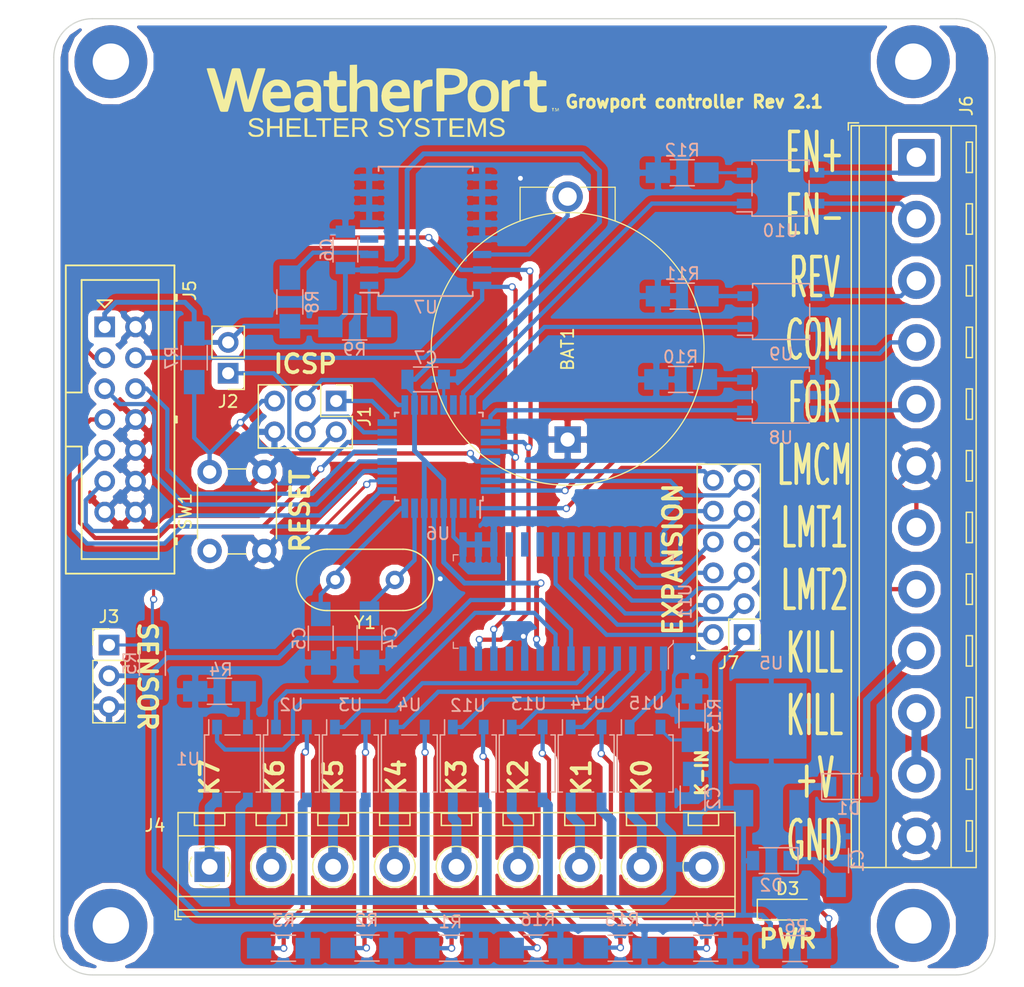
<source format=kicad_pcb>
(kicad_pcb (version 4) (host pcbnew 4.0.7)

  (general
    (links 157)
    (no_connects 5)
    (area 76.276999 39.335999 153.847001 118.176001)
    (thickness 1.6)
    (drawings 24)
    (tracks 568)
    (zones 0)
    (modules 55)
    (nets 83)
  )

  (page A4)
  (layers
    (0 F.Cu signal)
    (31 B.Cu signal)
    (32 B.Adhes user)
    (33 F.Adhes user)
    (34 B.Paste user)
    (35 F.Paste user)
    (36 B.SilkS user)
    (37 F.SilkS user)
    (38 B.Mask user)
    (39 F.Mask user)
    (40 Dwgs.User user)
    (41 Cmts.User user)
    (42 Eco1.User user)
    (43 Eco2.User user)
    (44 Edge.Cuts user)
    (45 Margin user)
    (46 B.CrtYd user)
    (47 F.CrtYd user)
    (48 B.Fab user)
    (49 F.Fab user)
  )

  (setup
    (last_trace_width 0.35)
    (trace_clearance 0.2)
    (zone_clearance 0.508)
    (zone_45_only no)
    (trace_min 0.2)
    (segment_width 0.2)
    (edge_width 0.1)
    (via_size 0.6)
    (via_drill 0.4)
    (via_min_size 0.4)
    (via_min_drill 0.3)
    (uvia_size 0.3)
    (uvia_drill 0.1)
    (uvias_allowed no)
    (uvia_min_size 0.2)
    (uvia_min_drill 0.1)
    (pcb_text_width 0.3)
    (pcb_text_size 1.5 1.5)
    (mod_edge_width 0.15)
    (mod_text_size 1 1)
    (mod_text_width 0.15)
    (pad_size 1.5 1.5)
    (pad_drill 0.1)
    (pad_to_mask_clearance 0)
    (aux_axis_origin 75.946 119.126)
    (grid_origin 75.946 119.126)
    (visible_elements 7FFFFFFF)
    (pcbplotparams
      (layerselection 0x00030_80000001)
      (usegerberextensions false)
      (excludeedgelayer true)
      (linewidth 0.100000)
      (plotframeref false)
      (viasonmask false)
      (mode 1)
      (useauxorigin false)
      (hpglpennumber 1)
      (hpglpenspeed 20)
      (hpglpendiameter 15)
      (hpglpenoverlay 2)
      (psnegative false)
      (psa4output false)
      (plotreference true)
      (plotvalue true)
      (plotinvisibletext false)
      (padsonsilk false)
      (subtractmaskfromsilk false)
      (outputformat 3)
      (mirror false)
      (drillshape 0)
      (scaleselection 1)
      (outputdirectory ./))
  )

  (net 0 "")
  (net 1 GND)
  (net 2 "Net-(BAT1-PadPos)")
  (net 3 "Net-(C1-Pad1)")
  (net 4 +5V)
  (net 5 "Net-(C4-Pad2)")
  (net 6 "Net-(C5-Pad2)")
  (net 7 +12V)
  (net 8 "Net-(D3-Pad2)")
  (net 9 MISO)
  (net 10 "Net-(J1-Pad2)")
  (net 11 SCK)
  (net 12 MOSI)
  (net 13 RESET)
  (net 14 TEMP_IN)
  (net 15 "Net-(J4-Pad1)")
  (net 16 "Net-(J4-Pad2)")
  (net 17 "Net-(J4-Pad3)")
  (net 18 "Net-(J4-Pad4)")
  (net 19 "Net-(J4-Pad5)")
  (net 20 "Net-(J4-Pad6)")
  (net 21 "Net-(J4-Pad7)")
  (net 22 "Net-(J4-Pad8)")
  (net 23 SDA)
  (net 24 SCL)
  (net 25 BTN1)
  (net 26 BTN2)
  (net 27 BTN-ENC)
  (net 28 ENC-R)
  (net 29 ENC-L)
  (net 30 EN+)
  (net 31 EN-)
  (net 32 REVLIMIT)
  (net 33 FORLIMIT)
  (net 34 "Net-(R1-Pad1)")
  (net 35 "Net-(R2-Pad1)")
  (net 36 "Net-(R3-Pad1)")
  (net 37 "Net-(R4-Pad1)")
  (net 38 "Net-(R8-Pad2)")
  (net 39 "Net-(R9-Pad2)")
  (net 40 "Net-(R10-Pad1)")
  (net 41 "Net-(R11-Pad1)")
  (net 42 "Net-(R12-Pad1)")
  (net 43 K4)
  (net 44 K3)
  (net 45 K2)
  (net 46 K1)
  (net 47 "Net-(U6-Pad19)")
  (net 48 "Net-(U6-Pad20)")
  (net 49 "Net-(U6-Pad22)")
  (net 50 M_EN)
  (net 51 MREV)
  (net 52 MFOR)
  (net 53 "Net-(U7-Pad4)")
  (net 54 "Net-(J6-Pad10)")
  (net 55 "Net-(J4-Pad9)")
  (net 56 "Net-(R13-Pad1)")
  (net 57 "Net-(R14-Pad1)")
  (net 58 "Net-(R15-Pad1)")
  (net 59 "Net-(R16-Pad1)")
  (net 60 K8)
  (net 61 K7)
  (net 62 K6)
  (net 63 K5)
  (net 64 SD_CS)
  (net 65 "Net-(U6-Pad26)")
  (net 66 "Net-(U11-Pad19)")
  (net 67 "Net-(U11-Pad20)")
  (net 68 K9)
  (net 69 K10)
  (net 70 K11)
  (net 71 K12)
  (net 72 K13)
  (net 73 K14)
  (net 74 K15)
  (net 75 K16)
  (net 76 TX)
  (net 77 RX)
  (net 78 "Net-(U11-Pad11)")
  (net 79 "Net-(U11-Pad14)")
  (net 80 REV)
  (net 81 COM)
  (net 82 FOR)

  (net_class Default "This is the default net class."
    (clearance 0.2)
    (trace_width 0.35)
    (via_dia 0.6)
    (via_drill 0.4)
    (uvia_dia 0.3)
    (uvia_drill 0.1)
    (add_net BTN-ENC)
    (add_net BTN1)
    (add_net BTN2)
    (add_net COM)
    (add_net EN+)
    (add_net EN-)
    (add_net ENC-L)
    (add_net ENC-R)
    (add_net FOR)
    (add_net FORLIMIT)
    (add_net GND)
    (add_net K1)
    (add_net K10)
    (add_net K11)
    (add_net K12)
    (add_net K13)
    (add_net K14)
    (add_net K15)
    (add_net K16)
    (add_net K2)
    (add_net K3)
    (add_net K4)
    (add_net K5)
    (add_net K6)
    (add_net K7)
    (add_net K8)
    (add_net K9)
    (add_net MFOR)
    (add_net MISO)
    (add_net MOSI)
    (add_net MREV)
    (add_net M_EN)
    (add_net "Net-(BAT1-PadPos)")
    (add_net "Net-(C1-Pad1)")
    (add_net "Net-(C4-Pad2)")
    (add_net "Net-(C5-Pad2)")
    (add_net "Net-(D3-Pad2)")
    (add_net "Net-(J1-Pad2)")
    (add_net "Net-(J4-Pad1)")
    (add_net "Net-(J4-Pad2)")
    (add_net "Net-(J4-Pad3)")
    (add_net "Net-(J4-Pad4)")
    (add_net "Net-(J4-Pad5)")
    (add_net "Net-(J4-Pad6)")
    (add_net "Net-(J4-Pad7)")
    (add_net "Net-(J4-Pad8)")
    (add_net "Net-(J4-Pad9)")
    (add_net "Net-(J6-Pad10)")
    (add_net "Net-(R1-Pad1)")
    (add_net "Net-(R10-Pad1)")
    (add_net "Net-(R11-Pad1)")
    (add_net "Net-(R12-Pad1)")
    (add_net "Net-(R13-Pad1)")
    (add_net "Net-(R14-Pad1)")
    (add_net "Net-(R15-Pad1)")
    (add_net "Net-(R16-Pad1)")
    (add_net "Net-(R2-Pad1)")
    (add_net "Net-(R3-Pad1)")
    (add_net "Net-(R4-Pad1)")
    (add_net "Net-(R8-Pad2)")
    (add_net "Net-(R9-Pad2)")
    (add_net "Net-(U11-Pad11)")
    (add_net "Net-(U11-Pad14)")
    (add_net "Net-(U11-Pad19)")
    (add_net "Net-(U11-Pad20)")
    (add_net "Net-(U6-Pad19)")
    (add_net "Net-(U6-Pad20)")
    (add_net "Net-(U6-Pad22)")
    (add_net "Net-(U6-Pad26)")
    (add_net "Net-(U7-Pad4)")
    (add_net RESET)
    (add_net REV)
    (add_net REVLIMIT)
    (add_net RX)
    (add_net SCK)
    (add_net SCL)
    (add_net SDA)
    (add_net SD_CS)
    (add_net TEMP_IN)
    (add_net TX)
  )

  (net_class +12V ""
    (clearance 0.2)
    (trace_width 0.6)
    (via_dia 0.6)
    (via_drill 0.4)
    (uvia_dia 0.3)
    (uvia_drill 0.1)
    (add_net +12V)
  )

  (net_class +5V ""
    (clearance 0.2)
    (trace_width 0.4)
    (via_dia 0.6)
    (via_drill 0.4)
    (uvia_dia 0.3)
    (uvia_drill 0.1)
    (add_net +5V)
  )

  (module digikey-footprints:SOIC-28_W7.5mm (layer B.Cu) (tedit 59C28108) (tstamp 5B14D709)
    (at 118.2624 87.377 90)
    (path /5B14D3F5)
    (fp_text reference U11 (at 0 10.04 90) (layer B.SilkS)
      (effects (font (size 1 1) (thickness 0.15)) (justify mirror))
    )
    (fp_text value MCP23017-E_SO (at 0 -10.15 90) (layer B.Fab)
      (effects (font (size 1 1) (thickness 0.15)) (justify mirror))
    )
    (fp_line (start 5.95 9.21) (end -5.95 9.21) (layer B.CrtYd) (width 0.05))
    (fp_line (start -5.95 -9.21) (end -5.95 9.21) (layer B.CrtYd) (width 0.05))
    (fp_line (start 5.95 -9.21) (end 5.95 9.21) (layer B.CrtYd) (width 0.05))
    (fp_line (start 5.95 -9.21) (end -5.95 -9.21) (layer B.CrtYd) (width 0.05))
    (fp_text user %R (at 0 0 90) (layer B.Fab)
      (effects (font (size 1 1) (thickness 0.15)) (justify mirror))
    )
    (fp_line (start -3.85 8.65) (end -3.45 9.05) (layer B.SilkS) (width 0.1))
    (fp_line (start -3.45 9.05) (end -3.2 9.05) (layer B.SilkS) (width 0.1))
    (fp_line (start -3.75 8.6) (end -3.75 -8.95) (layer B.Fab) (width 0.1))
    (fp_line (start -3.4 8.95) (end 3.75 8.95) (layer B.Fab) (width 0.1))
    (fp_line (start -3.75 8.6) (end -3.4 8.95) (layer B.Fab) (width 0.1))
    (fp_line (start -3.85 -9.05) (end -3.85 -8.65) (layer B.SilkS) (width 0.1))
    (fp_line (start -3.85 -9.05) (end -3.35 -9.05) (layer B.SilkS) (width 0.1))
    (fp_line (start 3.85 -9.05) (end 3.85 -8.65) (layer B.SilkS) (width 0.1))
    (fp_line (start 3.85 -9.05) (end 3.35 -9.05) (layer B.SilkS) (width 0.1))
    (fp_line (start 3.85 9.05) (end 3.85 8.65) (layer B.SilkS) (width 0.1))
    (fp_line (start 3.85 9.05) (end 3.35 9.05) (layer B.SilkS) (width 0.1))
    (fp_line (start -3.85 8.65) (end -5.55 8.65) (layer B.SilkS) (width 0.1))
    (fp_line (start 3.75 -8.95) (end -3.75 -8.95) (layer B.Fab) (width 0.1))
    (fp_line (start 3.75 8.95) (end 3.75 -8.95) (layer B.Fab) (width 0.1))
    (pad 1 smd rect (at -4.7 8.255 90) (size 2 0.6) (layers B.Cu B.Paste B.Mask)
      (net 46 K1))
    (pad 2 smd rect (at -4.7 6.985 90) (size 2 0.6) (layers B.Cu B.Paste B.Mask)
      (net 45 K2))
    (pad 3 smd rect (at -4.7 5.715 90) (size 2 0.6) (layers B.Cu B.Paste B.Mask)
      (net 44 K3))
    (pad 4 smd rect (at -4.7 4.445 90) (size 2 0.6) (layers B.Cu B.Paste B.Mask)
      (net 43 K4))
    (pad 5 smd rect (at -4.7 3.175 90) (size 2 0.6) (layers B.Cu B.Paste B.Mask)
      (net 63 K5))
    (pad 6 smd rect (at -4.7 1.905 90) (size 2 0.6) (layers B.Cu B.Paste B.Mask)
      (net 62 K6))
    (pad 7 smd rect (at -4.7 0.635 90) (size 2 0.6) (layers B.Cu B.Paste B.Mask)
      (net 61 K7))
    (pad 8 smd rect (at -4.7 -0.635 90) (size 2 0.6) (layers B.Cu B.Paste B.Mask)
      (net 60 K8))
    (pad 9 smd rect (at -4.7 -1.905 90) (size 2 0.6) (layers B.Cu B.Paste B.Mask)
      (net 4 +5V))
    (pad 10 smd rect (at -4.7 -3.175 90) (size 2 0.6) (layers B.Cu B.Paste B.Mask)
      (net 1 GND))
    (pad 11 smd rect (at -4.7 -4.445 90) (size 2 0.6) (layers B.Cu B.Paste B.Mask)
      (net 78 "Net-(U11-Pad11)"))
    (pad 12 smd rect (at -4.7 -5.715 90) (size 2 0.6) (layers B.Cu B.Paste B.Mask)
      (net 24 SCL))
    (pad 13 smd rect (at -4.7 -6.985 90) (size 2 0.6) (layers B.Cu B.Paste B.Mask)
      (net 23 SDA))
    (pad 14 smd rect (at -4.7 -8.255 90) (size 2 0.6) (layers B.Cu B.Paste B.Mask)
      (net 79 "Net-(U11-Pad14)"))
    (pad 15 smd rect (at 4.7 -8.255 90) (size 2 0.6) (layers B.Cu B.Paste B.Mask)
      (net 1 GND))
    (pad 16 smd rect (at 4.7 -6.985 90) (size 2 0.6) (layers B.Cu B.Paste B.Mask)
      (net 1 GND))
    (pad 17 smd rect (at 4.7 -5.715 90) (size 2 0.6) (layers B.Cu B.Paste B.Mask)
      (net 1 GND))
    (pad 18 smd rect (at 4.7 -4.445 90) (size 2 0.6) (layers B.Cu B.Paste B.Mask)
      (net 4 +5V))
    (pad 19 smd rect (at 4.7 -3.175 90) (size 2 0.6) (layers B.Cu B.Paste B.Mask)
      (net 66 "Net-(U11-Pad19)"))
    (pad 20 smd rect (at 4.7 -1.905 90) (size 2 0.6) (layers B.Cu B.Paste B.Mask)
      (net 67 "Net-(U11-Pad20)"))
    (pad 21 smd rect (at 4.7 -0.635 90) (size 2 0.6) (layers B.Cu B.Paste B.Mask)
      (net 68 K9))
    (pad 22 smd rect (at 4.7 0.635 90) (size 2 0.6) (layers B.Cu B.Paste B.Mask)
      (net 69 K10))
    (pad 23 smd rect (at 4.7 1.905 90) (size 2 0.6) (layers B.Cu B.Paste B.Mask)
      (net 70 K11))
    (pad 24 smd rect (at 4.7 3.175 90) (size 2 0.6) (layers B.Cu B.Paste B.Mask)
      (net 71 K12))
    (pad 25 smd rect (at 4.7 4.445 90) (size 2 0.6) (layers B.Cu B.Paste B.Mask)
      (net 72 K13))
    (pad 26 smd rect (at 4.7 5.715 90) (size 2 0.6) (layers B.Cu B.Paste B.Mask)
      (net 73 K14))
    (pad 27 smd rect (at 4.7 6.985 90) (size 2 0.6) (layers B.Cu B.Paste B.Mask)
      (net 74 K15))
    (pad 28 smd rect (at 4.7 8.255 90) (size 2 0.6) (layers B.Cu B.Paste B.Mask)
      (net 75 K16))
    (model ${KIPRJMOD}/packages3d/SOIC-28_sc.wrl
      (at (xyz 0 0 0))
      (scale (xyz 1 1 1))
      (rotate (xyz 0 0 90))
    )
  )

  (module Resistors_SMD:R_1206_HandSoldering (layer B.Cu) (tedit 58E0A804) (tstamp 5B031542)
    (at 84.4423 92.456 270)
    (descr "Resistor SMD 1206, hand soldering")
    (tags "resistor 1206")
    (path /5A680C8D)
    (attr smd)
    (fp_text reference R5 (at 0 1.85 270) (layer B.SilkS)
      (effects (font (size 1 1) (thickness 0.15)) (justify mirror))
    )
    (fp_text value 4.7K (at 0 1.524 270) (layer B.Fab)
      (effects (font (size 1 1) (thickness 0.15)) (justify mirror))
    )
    (fp_text user %R (at 0 0 270) (layer B.Fab)
      (effects (font (size 0.7 0.7) (thickness 0.105)) (justify mirror))
    )
    (fp_line (start -1.6 -0.8) (end -1.6 0.8) (layer B.Fab) (width 0.1))
    (fp_line (start 1.6 -0.8) (end -1.6 -0.8) (layer B.Fab) (width 0.1))
    (fp_line (start 1.6 0.8) (end 1.6 -0.8) (layer B.Fab) (width 0.1))
    (fp_line (start -1.6 0.8) (end 1.6 0.8) (layer B.Fab) (width 0.1))
    (fp_line (start 1 -1.07) (end -1 -1.07) (layer B.SilkS) (width 0.12))
    (fp_line (start -1 1.07) (end 1 1.07) (layer B.SilkS) (width 0.12))
    (fp_line (start -3.25 1.11) (end 3.25 1.11) (layer B.CrtYd) (width 0.05))
    (fp_line (start -3.25 1.11) (end -3.25 -1.1) (layer B.CrtYd) (width 0.05))
    (fp_line (start 3.25 -1.1) (end 3.25 1.11) (layer B.CrtYd) (width 0.05))
    (fp_line (start 3.25 -1.1) (end -3.25 -1.1) (layer B.CrtYd) (width 0.05))
    (pad 1 smd rect (at -2 0 270) (size 2 1.7) (layers B.Cu B.Paste B.Mask)
      (net 14 TEMP_IN))
    (pad 2 smd rect (at 2 0 270) (size 2 1.7) (layers B.Cu B.Paste B.Mask)
      (net 4 +5V))
    (model ${KISYS3DMOD}/Resistors_SMD.3dshapes/R_1206.wrl
      (at (xyz 0 0 0))
      (scale (xyz 1 1 1))
      (rotate (xyz 0 0 0))
    )
  )

  (module Housings_QFP:TQFP-32_7x7mm_Pitch0.8mm (layer B.Cu) (tedit 58CC9A48) (tstamp 5B031682)
    (at 108.018 75.444 90)
    (descr "32-Lead Plastic Thin Quad Flatpack (PT) - 7x7x1.0 mm Body, 2.00 mm [TQFP] (see Microchip Packaging Specification 00000049BS.pdf)")
    (tags "QFP 0.8")
    (path /59F08515)
    (attr smd)
    (fp_text reference U6 (at -6.344 -0.068 180) (layer B.SilkS)
      (effects (font (size 1 1) (thickness 0.15)) (justify mirror))
    )
    (fp_text value ATMEGA328-PU (at 0 -6.05 90) (layer B.Fab)
      (effects (font (size 1 1) (thickness 0.15)) (justify mirror))
    )
    (fp_text user %R (at 0 0 90) (layer B.Fab)
      (effects (font (size 1 1) (thickness 0.15)) (justify mirror))
    )
    (fp_line (start -2.5 3.5) (end 3.5 3.5) (layer B.Fab) (width 0.15))
    (fp_line (start 3.5 3.5) (end 3.5 -3.5) (layer B.Fab) (width 0.15))
    (fp_line (start 3.5 -3.5) (end -3.5 -3.5) (layer B.Fab) (width 0.15))
    (fp_line (start -3.5 -3.5) (end -3.5 2.5) (layer B.Fab) (width 0.15))
    (fp_line (start -3.5 2.5) (end -2.5 3.5) (layer B.Fab) (width 0.15))
    (fp_line (start -5.3 5.3) (end -5.3 -5.3) (layer B.CrtYd) (width 0.05))
    (fp_line (start 5.3 5.3) (end 5.3 -5.3) (layer B.CrtYd) (width 0.05))
    (fp_line (start -5.3 5.3) (end 5.3 5.3) (layer B.CrtYd) (width 0.05))
    (fp_line (start -5.3 -5.3) (end 5.3 -5.3) (layer B.CrtYd) (width 0.05))
    (fp_line (start -3.625 3.625) (end -3.625 3.4) (layer B.SilkS) (width 0.15))
    (fp_line (start 3.625 3.625) (end 3.625 3.3) (layer B.SilkS) (width 0.15))
    (fp_line (start 3.625 -3.625) (end 3.625 -3.3) (layer B.SilkS) (width 0.15))
    (fp_line (start -3.625 -3.625) (end -3.625 -3.3) (layer B.SilkS) (width 0.15))
    (fp_line (start -3.625 3.625) (end -3.3 3.625) (layer B.SilkS) (width 0.15))
    (fp_line (start -3.625 -3.625) (end -3.3 -3.625) (layer B.SilkS) (width 0.15))
    (fp_line (start 3.625 -3.625) (end 3.3 -3.625) (layer B.SilkS) (width 0.15))
    (fp_line (start 3.625 3.625) (end 3.3 3.625) (layer B.SilkS) (width 0.15))
    (fp_line (start -3.625 3.4) (end -5.05 3.4) (layer B.SilkS) (width 0.15))
    (pad 1 smd rect (at -4.25 2.8 90) (size 1.6 0.55) (layers B.Cu B.Paste B.Mask)
      (net 33 FORLIMIT))
    (pad 2 smd rect (at -4.25 2 90) (size 1.6 0.55) (layers B.Cu B.Paste B.Mask)
      (net 64 SD_CS))
    (pad 3 smd rect (at -4.25 1.2 90) (size 1.6 0.55) (layers B.Cu B.Paste B.Mask)
      (net 1 GND))
    (pad 4 smd rect (at -4.25 0.4 90) (size 1.6 0.55) (layers B.Cu B.Paste B.Mask)
      (net 4 +5V))
    (pad 5 smd rect (at -4.25 -0.4 90) (size 1.6 0.55) (layers B.Cu B.Paste B.Mask)
      (net 1 GND))
    (pad 6 smd rect (at -4.25 -1.2 90) (size 1.6 0.55) (layers B.Cu B.Paste B.Mask)
      (net 4 +5V))
    (pad 7 smd rect (at -4.25 -2 90) (size 1.6 0.55) (layers B.Cu B.Paste B.Mask)
      (net 5 "Net-(C4-Pad2)"))
    (pad 8 smd rect (at -4.25 -2.8 90) (size 1.6 0.55) (layers B.Cu B.Paste B.Mask)
      (net 6 "Net-(C5-Pad2)"))
    (pad 9 smd rect (at -2.8 -4.25) (size 1.6 0.55) (layers B.Cu B.Paste B.Mask)
      (net 28 ENC-R))
    (pad 10 smd rect (at -2 -4.25) (size 1.6 0.55) (layers B.Cu B.Paste B.Mask)
      (net 14 TEMP_IN))
    (pad 11 smd rect (at -1.2 -4.25) (size 1.6 0.55) (layers B.Cu B.Paste B.Mask)
      (net 29 ENC-L))
    (pad 12 smd rect (at -0.4 -4.25) (size 1.6 0.55) (layers B.Cu B.Paste B.Mask)
      (net 25 BTN1))
    (pad 13 smd rect (at 0.4 -4.25) (size 1.6 0.55) (layers B.Cu B.Paste B.Mask)
      (net 26 BTN2))
    (pad 14 smd rect (at 1.2 -4.25) (size 1.6 0.55) (layers B.Cu B.Paste B.Mask)
      (net 27 BTN-ENC))
    (pad 15 smd rect (at 2 -4.25) (size 1.6 0.55) (layers B.Cu B.Paste B.Mask)
      (net 12 MOSI))
    (pad 16 smd rect (at 2.8 -4.25) (size 1.6 0.55) (layers B.Cu B.Paste B.Mask)
      (net 9 MISO))
    (pad 17 smd rect (at 4.25 -2.8 90) (size 1.6 0.55) (layers B.Cu B.Paste B.Mask)
      (net 11 SCK))
    (pad 18 smd rect (at 4.25 -2 90) (size 1.6 0.55) (layers B.Cu B.Paste B.Mask)
      (net 4 +5V))
    (pad 19 smd rect (at 4.25 -1.2 90) (size 1.6 0.55) (layers B.Cu B.Paste B.Mask)
      (net 47 "Net-(U6-Pad19)"))
    (pad 20 smd rect (at 4.25 -0.4 90) (size 1.6 0.55) (layers B.Cu B.Paste B.Mask)
      (net 48 "Net-(U6-Pad20)"))
    (pad 21 smd rect (at 4.25 0.4 90) (size 1.6 0.55) (layers B.Cu B.Paste B.Mask)
      (net 1 GND))
    (pad 22 smd rect (at 4.25 1.2 90) (size 1.6 0.55) (layers B.Cu B.Paste B.Mask)
      (net 49 "Net-(U6-Pad22)"))
    (pad 23 smd rect (at 4.25 2 90) (size 1.6 0.55) (layers B.Cu B.Paste B.Mask)
      (net 50 M_EN))
    (pad 24 smd rect (at 4.25 2.8 90) (size 1.6 0.55) (layers B.Cu B.Paste B.Mask)
      (net 51 MREV))
    (pad 25 smd rect (at 2.8 4.25) (size 1.6 0.55) (layers B.Cu B.Paste B.Mask)
      (net 52 MFOR))
    (pad 26 smd rect (at 2 4.25) (size 1.6 0.55) (layers B.Cu B.Paste B.Mask)
      (net 65 "Net-(U6-Pad26)"))
    (pad 27 smd rect (at 1.2 4.25) (size 1.6 0.55) (layers B.Cu B.Paste B.Mask)
      (net 23 SDA))
    (pad 28 smd rect (at 0.4 4.25) (size 1.6 0.55) (layers B.Cu B.Paste B.Mask)
      (net 24 SCL))
    (pad 29 smd rect (at -0.4 4.25) (size 1.6 0.55) (layers B.Cu B.Paste B.Mask)
      (net 13 RESET))
    (pad 30 smd rect (at -1.2 4.25) (size 1.6 0.55) (layers B.Cu B.Paste B.Mask)
      (net 77 RX))
    (pad 31 smd rect (at -2 4.25) (size 1.6 0.55) (layers B.Cu B.Paste B.Mask)
      (net 76 TX))
    (pad 32 smd rect (at -2.8 4.25) (size 1.6 0.55) (layers B.Cu B.Paste B.Mask)
      (net 32 REVLIMIT))
    (model ${KISYS3DMOD}/Housings_QFP.3dshapes/TQFP-32_7x7mm_Pitch0.8mm.wrl
      (at (xyz 0 0 0))
      (scale (xyz 1 1 1))
      (rotate (xyz 0 0 0))
    )
  )

  (module digikey-footprints:Battery_Holder_Coin_2032_BS-7 (layer F.Cu) (tedit 5ACD0859) (tstamp 5B03127D)
    (at 118.618 74.041 90)
    (descr http://www.memoryprotectiondevices.com/datasheets/BS-7-datasheet.pdf)
    (path /5AFB4393)
    (fp_text reference BAT1 (at 7.4422 0 90) (layer F.SilkS)
      (effects (font (size 1 1) (thickness 0.15)))
    )
    (fp_text value BS-7 (at 7.4676 13.56 90) (layer F.Fab)
      (effects (font (size 1 1) (thickness 0.15)))
    )
    (fp_line (start -3.9624 11.43) (end 21.5138 11.43) (layer F.CrtYd) (width 0.05))
    (fp_line (start -3.9624 -11.43) (end 21.5138 -11.43) (layer F.CrtYd) (width 0.05))
    (fp_line (start 21.5138 -11.43) (end 21.5138 11.43) (layer F.CrtYd) (width 0.05))
    (fp_line (start -3.9624 -11.43) (end -3.9624 11.43) (layer F.CrtYd) (width 0.05))
    (fp_line (start 20.7772 3.9116) (end 20.7772 1.0668) (layer F.SilkS) (width 0.1))
    (fp_line (start 20.7772 -3.9116) (end 20.7772 -1.0668) (layer F.SilkS) (width 0.1))
    (fp_line (start 18.034 3.9116) (end 20.7772 3.9116) (layer F.SilkS) (width 0.1))
    (fp_line (start 18.034 -3.9116) (end 20.7772 -3.9116) (layer F.SilkS) (width 0.1))
    (fp_line (start 20.6756 -3.81) (end 20.6756 3.81) (layer F.Fab) (width 0.1))
    (fp_line (start 17.9832 3.81) (end 20.6756 3.81) (layer F.Fab) (width 0.1))
    (fp_line (start 17.9832 -3.81) (end 20.6756 -3.81) (layer F.Fab) (width 0.1))
    (fp_text user %R (at 7.4676 0 90) (layer F.Fab)
      (effects (font (size 1 1) (thickness 0.15)))
    )
    (fp_circle (center 7.4676 0) (end -3.7592 0) (layer F.SilkS) (width 0.1))
    (fp_circle (center 7.4676 0) (end -3.7084 0) (layer F.Fab) (width 0.1))
    (pad Neg thru_hole rect (at 0 0 90) (size 2.17 2.17) (drill 1.17) (layers *.Cu *.Mask)
      (net 1 GND))
    (pad Pos thru_hole circle (at 20 0 90) (size 2.5 2.5) (drill 1.5) (layers *.Cu *.Mask)
      (net 2 "Net-(BAT1-PadPos)"))
    (model "${KIPRJMOD}/packages3d/CR2032 BATTERY HOLDER.wrl"
      (at (xyz 0 0 0))
      (scale (xyz 1 1 1))
      (rotate (xyz 0 0 0))
    )
  )

  (module Capacitors_SMD:C_1206_HandSoldering (layer B.Cu) (tedit 58AA84D1) (tstamp 5B03128E)
    (at 140.716 108.712 90)
    (descr "Capacitor SMD 1206, hand soldering")
    (tags "capacitor 1206")
    (path /59F086DE)
    (attr smd)
    (fp_text reference C1 (at 0 1.75 90) (layer B.SilkS)
      (effects (font (size 1 1) (thickness 0.15)) (justify mirror))
    )
    (fp_text value "47 uF" (at 0 -2 90) (layer B.Fab)
      (effects (font (size 1 1) (thickness 0.15)) (justify mirror))
    )
    (fp_text user %R (at 0 1.75 90) (layer B.Fab)
      (effects (font (size 1 1) (thickness 0.15)) (justify mirror))
    )
    (fp_line (start -1.6 -0.8) (end -1.6 0.8) (layer B.Fab) (width 0.1))
    (fp_line (start 1.6 -0.8) (end -1.6 -0.8) (layer B.Fab) (width 0.1))
    (fp_line (start 1.6 0.8) (end 1.6 -0.8) (layer B.Fab) (width 0.1))
    (fp_line (start -1.6 0.8) (end 1.6 0.8) (layer B.Fab) (width 0.1))
    (fp_line (start 1 1.02) (end -1 1.02) (layer B.SilkS) (width 0.12))
    (fp_line (start -1 -1.02) (end 1 -1.02) (layer B.SilkS) (width 0.12))
    (fp_line (start -3.25 1.05) (end 3.25 1.05) (layer B.CrtYd) (width 0.05))
    (fp_line (start -3.25 1.05) (end -3.25 -1.05) (layer B.CrtYd) (width 0.05))
    (fp_line (start 3.25 -1.05) (end 3.25 1.05) (layer B.CrtYd) (width 0.05))
    (fp_line (start 3.25 -1.05) (end -3.25 -1.05) (layer B.CrtYd) (width 0.05))
    (pad 1 smd rect (at -2 0 90) (size 2 1.6) (layers B.Cu B.Paste B.Mask)
      (net 3 "Net-(C1-Pad1)"))
    (pad 2 smd rect (at 2 0 90) (size 2 1.6) (layers B.Cu B.Paste B.Mask)
      (net 1 GND))
    (model Capacitors_SMD.3dshapes/C_1206.wrl
      (at (xyz 0 0 0))
      (scale (xyz 1 1 1))
      (rotate (xyz 0 0 0))
    )
  )

  (module Capacitors_SMD:C_1206_HandSoldering (layer B.Cu) (tedit 58AA84D1) (tstamp 5B03129F)
    (at 128.905 103.5746 90)
    (descr "Capacitor SMD 1206, hand soldering")
    (tags "capacitor 1206")
    (path /59F08722)
    (attr smd)
    (fp_text reference C2 (at 0 1.75 90) (layer B.SilkS)
      (effects (font (size 1 1) (thickness 0.15)) (justify mirror))
    )
    (fp_text value "4.7 uF" (at 0 -2 90) (layer B.Fab)
      (effects (font (size 1 1) (thickness 0.15)) (justify mirror))
    )
    (fp_text user %R (at 0 1.75 90) (layer B.Fab)
      (effects (font (size 1 1) (thickness 0.15)) (justify mirror))
    )
    (fp_line (start -1.6 -0.8) (end -1.6 0.8) (layer B.Fab) (width 0.1))
    (fp_line (start 1.6 -0.8) (end -1.6 -0.8) (layer B.Fab) (width 0.1))
    (fp_line (start 1.6 0.8) (end 1.6 -0.8) (layer B.Fab) (width 0.1))
    (fp_line (start -1.6 0.8) (end 1.6 0.8) (layer B.Fab) (width 0.1))
    (fp_line (start 1 1.02) (end -1 1.02) (layer B.SilkS) (width 0.12))
    (fp_line (start -1 -1.02) (end 1 -1.02) (layer B.SilkS) (width 0.12))
    (fp_line (start -3.25 1.05) (end 3.25 1.05) (layer B.CrtYd) (width 0.05))
    (fp_line (start -3.25 1.05) (end -3.25 -1.05) (layer B.CrtYd) (width 0.05))
    (fp_line (start 3.25 -1.05) (end 3.25 1.05) (layer B.CrtYd) (width 0.05))
    (fp_line (start 3.25 -1.05) (end -3.25 -1.05) (layer B.CrtYd) (width 0.05))
    (pad 1 smd rect (at -2 0 90) (size 2 1.6) (layers B.Cu B.Paste B.Mask)
      (net 4 +5V))
    (pad 2 smd rect (at 2 0 90) (size 2 1.6) (layers B.Cu B.Paste B.Mask)
      (net 1 GND))
    (model Capacitors_SMD.3dshapes/C_1206.wrl
      (at (xyz 0 0 0))
      (scale (xyz 1 1 1))
      (rotate (xyz 0 0 0))
    )
  )

  (module Capacitors_SMD:C_1206_HandSoldering (layer B.Cu) (tedit 58AA84D1) (tstamp 5B0312B0)
    (at 102.3112 90.3666 90)
    (descr "Capacitor SMD 1206, hand soldering")
    (tags "capacitor 1206")
    (path /59F08EAD)
    (attr smd)
    (fp_text reference C4 (at 0 1.75 90) (layer B.SilkS)
      (effects (font (size 1 1) (thickness 0.15)) (justify mirror))
    )
    (fp_text value "22 pF" (at 0 -2 90) (layer B.Fab)
      (effects (font (size 1 1) (thickness 0.15)) (justify mirror))
    )
    (fp_text user %R (at 0 1.75 90) (layer B.Fab)
      (effects (font (size 1 1) (thickness 0.15)) (justify mirror))
    )
    (fp_line (start -1.6 -0.8) (end -1.6 0.8) (layer B.Fab) (width 0.1))
    (fp_line (start 1.6 -0.8) (end -1.6 -0.8) (layer B.Fab) (width 0.1))
    (fp_line (start 1.6 0.8) (end 1.6 -0.8) (layer B.Fab) (width 0.1))
    (fp_line (start -1.6 0.8) (end 1.6 0.8) (layer B.Fab) (width 0.1))
    (fp_line (start 1 1.02) (end -1 1.02) (layer B.SilkS) (width 0.12))
    (fp_line (start -1 -1.02) (end 1 -1.02) (layer B.SilkS) (width 0.12))
    (fp_line (start -3.25 1.05) (end 3.25 1.05) (layer B.CrtYd) (width 0.05))
    (fp_line (start -3.25 1.05) (end -3.25 -1.05) (layer B.CrtYd) (width 0.05))
    (fp_line (start 3.25 -1.05) (end 3.25 1.05) (layer B.CrtYd) (width 0.05))
    (fp_line (start 3.25 -1.05) (end -3.25 -1.05) (layer B.CrtYd) (width 0.05))
    (pad 1 smd rect (at -2 0 90) (size 2 1.6) (layers B.Cu B.Paste B.Mask)
      (net 1 GND))
    (pad 2 smd rect (at 2 0 90) (size 2 1.6) (layers B.Cu B.Paste B.Mask)
      (net 5 "Net-(C4-Pad2)"))
    (model Capacitors_SMD.3dshapes/C_1206.wrl
      (at (xyz 0 0 0))
      (scale (xyz 1 1 1))
      (rotate (xyz 0 0 0))
    )
  )

  (module Capacitors_SMD:C_1206_HandSoldering (layer B.Cu) (tedit 58AA84D1) (tstamp 5B0312C1)
    (at 98.298 90.4052 90)
    (descr "Capacitor SMD 1206, hand soldering")
    (tags "capacitor 1206")
    (path /59F08DC9)
    (attr smd)
    (fp_text reference C5 (at 0 -1.778 90) (layer B.SilkS)
      (effects (font (size 1 1) (thickness 0.15)) (justify mirror))
    )
    (fp_text value "22 pF" (at 0 -2 90) (layer B.Fab)
      (effects (font (size 1 1) (thickness 0.15)) (justify mirror))
    )
    (fp_text user %R (at 0 1.75 90) (layer B.Fab)
      (effects (font (size 1 1) (thickness 0.15)) (justify mirror))
    )
    (fp_line (start -1.6 -0.8) (end -1.6 0.8) (layer B.Fab) (width 0.1))
    (fp_line (start 1.6 -0.8) (end -1.6 -0.8) (layer B.Fab) (width 0.1))
    (fp_line (start 1.6 0.8) (end 1.6 -0.8) (layer B.Fab) (width 0.1))
    (fp_line (start -1.6 0.8) (end 1.6 0.8) (layer B.Fab) (width 0.1))
    (fp_line (start 1 1.02) (end -1 1.02) (layer B.SilkS) (width 0.12))
    (fp_line (start -1 -1.02) (end 1 -1.02) (layer B.SilkS) (width 0.12))
    (fp_line (start -3.25 1.05) (end 3.25 1.05) (layer B.CrtYd) (width 0.05))
    (fp_line (start -3.25 1.05) (end -3.25 -1.05) (layer B.CrtYd) (width 0.05))
    (fp_line (start 3.25 -1.05) (end 3.25 1.05) (layer B.CrtYd) (width 0.05))
    (fp_line (start 3.25 -1.05) (end -3.25 -1.05) (layer B.CrtYd) (width 0.05))
    (pad 1 smd rect (at -2 0 90) (size 2 1.6) (layers B.Cu B.Paste B.Mask)
      (net 1 GND))
    (pad 2 smd rect (at 2 0 90) (size 2 1.6) (layers B.Cu B.Paste B.Mask)
      (net 6 "Net-(C5-Pad2)"))
    (model Capacitors_SMD.3dshapes/C_1206.wrl
      (at (xyz 0 0 0))
      (scale (xyz 1 1 1))
      (rotate (xyz 0 0 0))
    )
  )

  (module Capacitors_SMD:C_1206 (layer B.Cu) (tedit 58AA84B8) (tstamp 5B0312D2)
    (at 100.33 58.42 90)
    (descr "Capacitor SMD 1206, reflow soldering, AVX (see smccp.pdf)")
    (tags "capacitor 1206")
    (path /5A2B1934)
    (attr smd)
    (fp_text reference C6 (at 0 -1.524 90) (layer B.SilkS)
      (effects (font (size 1 1) (thickness 0.15)) (justify mirror))
    )
    (fp_text value .1uF (at 0 -2 90) (layer B.Fab)
      (effects (font (size 1 1) (thickness 0.15)) (justify mirror))
    )
    (fp_text user %R (at 0 1.75 90) (layer B.Fab)
      (effects (font (size 1 1) (thickness 0.15)) (justify mirror))
    )
    (fp_line (start -1.6 -0.8) (end -1.6 0.8) (layer B.Fab) (width 0.1))
    (fp_line (start 1.6 -0.8) (end -1.6 -0.8) (layer B.Fab) (width 0.1))
    (fp_line (start 1.6 0.8) (end 1.6 -0.8) (layer B.Fab) (width 0.1))
    (fp_line (start -1.6 0.8) (end 1.6 0.8) (layer B.Fab) (width 0.1))
    (fp_line (start 1 1.02) (end -1 1.02) (layer B.SilkS) (width 0.12))
    (fp_line (start -1 -1.02) (end 1 -1.02) (layer B.SilkS) (width 0.12))
    (fp_line (start -2.25 1.05) (end 2.25 1.05) (layer B.CrtYd) (width 0.05))
    (fp_line (start -2.25 1.05) (end -2.25 -1.05) (layer B.CrtYd) (width 0.05))
    (fp_line (start 2.25 -1.05) (end 2.25 1.05) (layer B.CrtYd) (width 0.05))
    (fp_line (start 2.25 -1.05) (end -2.25 -1.05) (layer B.CrtYd) (width 0.05))
    (pad 1 smd rect (at -1.5 0 90) (size 1 1.6) (layers B.Cu B.Paste B.Mask)
      (net 4 +5V))
    (pad 2 smd rect (at 1.5 0 90) (size 1 1.6) (layers B.Cu B.Paste B.Mask)
      (net 1 GND))
    (model Capacitors_SMD.3dshapes/C_1206.wrl
      (at (xyz 0 0 0))
      (scale (xyz 1 1 1))
      (rotate (xyz 0 0 0))
    )
  )

  (module Capacitors_SMD:C_1206 (layer B.Cu) (tedit 58AA84B8) (tstamp 5B0312E3)
    (at 106.934 69.088)
    (descr "Capacitor SMD 1206, reflow soldering, AVX (see smccp.pdf)")
    (tags "capacitor 1206")
    (path /5A2B1D29)
    (attr smd)
    (fp_text reference C7 (at 0 -1.778) (layer B.SilkS)
      (effects (font (size 1 1) (thickness 0.15)) (justify mirror))
    )
    (fp_text value .1uF (at 0 -2) (layer B.Fab)
      (effects (font (size 1 1) (thickness 0.15)) (justify mirror))
    )
    (fp_text user %R (at 0 0) (layer B.Fab)
      (effects (font (size 1 1) (thickness 0.15)) (justify mirror))
    )
    (fp_line (start -1.6 -0.8) (end -1.6 0.8) (layer B.Fab) (width 0.1))
    (fp_line (start 1.6 -0.8) (end -1.6 -0.8) (layer B.Fab) (width 0.1))
    (fp_line (start 1.6 0.8) (end 1.6 -0.8) (layer B.Fab) (width 0.1))
    (fp_line (start -1.6 0.8) (end 1.6 0.8) (layer B.Fab) (width 0.1))
    (fp_line (start 1 1.02) (end -1 1.02) (layer B.SilkS) (width 0.12))
    (fp_line (start -1 -1.02) (end 1 -1.02) (layer B.SilkS) (width 0.12))
    (fp_line (start -2.25 1.05) (end 2.25 1.05) (layer B.CrtYd) (width 0.05))
    (fp_line (start -2.25 1.05) (end -2.25 -1.05) (layer B.CrtYd) (width 0.05))
    (fp_line (start 2.25 -1.05) (end 2.25 1.05) (layer B.CrtYd) (width 0.05))
    (fp_line (start 2.25 -1.05) (end -2.25 -1.05) (layer B.CrtYd) (width 0.05))
    (pad 1 smd rect (at -1.5 0) (size 1 1.6) (layers B.Cu B.Paste B.Mask)
      (net 4 +5V))
    (pad 2 smd rect (at 1.5 0) (size 1 1.6) (layers B.Cu B.Paste B.Mask)
      (net 1 GND))
    (model Capacitors_SMD.3dshapes/C_1206.wrl
      (at (xyz 0 0 0))
      (scale (xyz 1 1 1))
      (rotate (xyz 0 0 0))
    )
  )

  (module Diodes_SMD:D_1206 (layer B.Cu) (tedit 590CEAF5) (tstamp 5B0312FB)
    (at 141.732 102.616)
    (descr "Diode SMD 1206, reflow soldering http://datasheets.avx.com/schottky.pdf")
    (tags "Diode 1206")
    (path /59F332C1)
    (attr smd)
    (fp_text reference D1 (at 0 1.8) (layer B.SilkS)
      (effects (font (size 1 1) (thickness 0.15)) (justify mirror))
    )
    (fp_text value D (at 0 -1.9) (layer B.Fab)
      (effects (font (size 1 1) (thickness 0.15)) (justify mirror))
    )
    (fp_text user %R (at 0 1.8) (layer B.Fab)
      (effects (font (size 1 1) (thickness 0.15)) (justify mirror))
    )
    (fp_line (start -0.254 0.254) (end -0.254 -0.254) (layer B.Fab) (width 0.1))
    (fp_line (start 0.127 0) (end 0.381 0) (layer B.Fab) (width 0.1))
    (fp_line (start -0.254 0) (end -0.508 0) (layer B.Fab) (width 0.1))
    (fp_line (start 0.127 -0.254) (end -0.254 0) (layer B.Fab) (width 0.1))
    (fp_line (start 0.127 0.254) (end 0.127 -0.254) (layer B.Fab) (width 0.1))
    (fp_line (start -0.254 0) (end 0.127 0.254) (layer B.Fab) (width 0.1))
    (fp_line (start -2.2 1.06) (end -2.2 -1.06) (layer B.SilkS) (width 0.12))
    (fp_line (start -1.7 -0.95) (end -1.7 0.95) (layer B.Fab) (width 0.1))
    (fp_line (start 1.7 -0.95) (end -1.7 -0.95) (layer B.Fab) (width 0.1))
    (fp_line (start 1.7 0.95) (end 1.7 -0.95) (layer B.Fab) (width 0.1))
    (fp_line (start -1.7 0.95) (end 1.7 0.95) (layer B.Fab) (width 0.1))
    (fp_line (start -2.3 1.16) (end 2.3 1.16) (layer B.CrtYd) (width 0.05))
    (fp_line (start -2.3 -1.16) (end 2.3 -1.16) (layer B.CrtYd) (width 0.05))
    (fp_line (start -2.3 1.16) (end -2.3 -1.16) (layer B.CrtYd) (width 0.05))
    (fp_line (start 2.3 1.16) (end 2.3 -1.16) (layer B.CrtYd) (width 0.05))
    (fp_line (start 1 1.06) (end -2.2 1.06) (layer B.SilkS) (width 0.12))
    (fp_line (start -2.2 -1.06) (end 1 -1.06) (layer B.SilkS) (width 0.12))
    (pad 1 smd rect (at -1.5 0) (size 1 1.6) (layers B.Cu B.Paste B.Mask)
      (net 3 "Net-(C1-Pad1)"))
    (pad 2 smd rect (at 1.5 0) (size 1 1.6) (layers B.Cu B.Paste B.Mask)
      (net 7 +12V))
    (model ${KISYS3DMOD}/Diodes_SMD.3dshapes/D_1206.wrl
      (at (xyz 0 0 0))
      (scale (xyz 1 1 1))
      (rotate (xyz 0 0 0))
    )
  )

  (module Diodes_SMD:D_1206 (layer B.Cu) (tedit 590CEAF5) (tstamp 5B031313)
    (at 135.382 108.712 180)
    (descr "Diode SMD 1206, reflow soldering http://datasheets.avx.com/schottky.pdf")
    (tags "Diode 1206")
    (path /59F32B22)
    (attr smd)
    (fp_text reference D2 (at 0 -2.032 180) (layer B.SilkS)
      (effects (font (size 1 1) (thickness 0.15)) (justify mirror))
    )
    (fp_text value D (at 0 -1.9 180) (layer B.Fab)
      (effects (font (size 1 1) (thickness 0.15)) (justify mirror))
    )
    (fp_text user %R (at 0 1.8 180) (layer B.Fab)
      (effects (font (size 1 1) (thickness 0.15)) (justify mirror))
    )
    (fp_line (start -0.254 0.254) (end -0.254 -0.254) (layer B.Fab) (width 0.1))
    (fp_line (start 0.127 0) (end 0.381 0) (layer B.Fab) (width 0.1))
    (fp_line (start -0.254 0) (end -0.508 0) (layer B.Fab) (width 0.1))
    (fp_line (start 0.127 -0.254) (end -0.254 0) (layer B.Fab) (width 0.1))
    (fp_line (start 0.127 0.254) (end 0.127 -0.254) (layer B.Fab) (width 0.1))
    (fp_line (start -0.254 0) (end 0.127 0.254) (layer B.Fab) (width 0.1))
    (fp_line (start -2.2 1.06) (end -2.2 -1.06) (layer B.SilkS) (width 0.12))
    (fp_line (start -1.7 -0.95) (end -1.7 0.95) (layer B.Fab) (width 0.1))
    (fp_line (start 1.7 -0.95) (end -1.7 -0.95) (layer B.Fab) (width 0.1))
    (fp_line (start 1.7 0.95) (end 1.7 -0.95) (layer B.Fab) (width 0.1))
    (fp_line (start -1.7 0.95) (end 1.7 0.95) (layer B.Fab) (width 0.1))
    (fp_line (start -2.3 1.16) (end 2.3 1.16) (layer B.CrtYd) (width 0.05))
    (fp_line (start -2.3 -1.16) (end 2.3 -1.16) (layer B.CrtYd) (width 0.05))
    (fp_line (start -2.3 1.16) (end -2.3 -1.16) (layer B.CrtYd) (width 0.05))
    (fp_line (start 2.3 1.16) (end 2.3 -1.16) (layer B.CrtYd) (width 0.05))
    (fp_line (start 1 1.06) (end -2.2 1.06) (layer B.SilkS) (width 0.12))
    (fp_line (start -2.2 -1.06) (end 1 -1.06) (layer B.SilkS) (width 0.12))
    (pad 1 smd rect (at -1.5 0 180) (size 1 1.6) (layers B.Cu B.Paste B.Mask)
      (net 3 "Net-(C1-Pad1)"))
    (pad 2 smd rect (at 1.5 0 180) (size 1 1.6) (layers B.Cu B.Paste B.Mask)
      (net 4 +5V))
    (model ${KISYS3DMOD}/Diodes_SMD.3dshapes/D_1206.wrl
      (at (xyz 0 0 0))
      (scale (xyz 1 1 1))
      (rotate (xyz 0 0 0))
    )
  )

  (module LEDs:LED_1206 (layer F.Cu) (tedit 57FE943C) (tstamp 5B031328)
    (at 136.7282 112.7506)
    (descr "LED 1206 smd package")
    (tags "LED led 1206 SMD smd SMT smt smdled SMDLED smtled SMTLED")
    (path /5A5D144F)
    (attr smd)
    (fp_text reference D3 (at 0 -1.7272) (layer F.SilkS)
      (effects (font (size 1 1) (thickness 0.15)))
    )
    (fp_text value LED (at 0 1.7) (layer F.Fab)
      (effects (font (size 1 1) (thickness 0.15)))
    )
    (fp_line (start -2.5 -0.85) (end -2.5 0.85) (layer F.SilkS) (width 0.12))
    (fp_line (start -0.45 -0.4) (end -0.45 0.4) (layer F.Fab) (width 0.1))
    (fp_line (start -0.4 0) (end 0.2 -0.4) (layer F.Fab) (width 0.1))
    (fp_line (start 0.2 0.4) (end -0.4 0) (layer F.Fab) (width 0.1))
    (fp_line (start 0.2 -0.4) (end 0.2 0.4) (layer F.Fab) (width 0.1))
    (fp_line (start 1.6 0.8) (end -1.6 0.8) (layer F.Fab) (width 0.1))
    (fp_line (start 1.6 -0.8) (end 1.6 0.8) (layer F.Fab) (width 0.1))
    (fp_line (start -1.6 -0.8) (end 1.6 -0.8) (layer F.Fab) (width 0.1))
    (fp_line (start -1.6 0.8) (end -1.6 -0.8) (layer F.Fab) (width 0.1))
    (fp_line (start -2.45 0.85) (end 1.6 0.85) (layer F.SilkS) (width 0.12))
    (fp_line (start -2.45 -0.85) (end 1.6 -0.85) (layer F.SilkS) (width 0.12))
    (fp_line (start 2.65 -1) (end 2.65 1) (layer F.CrtYd) (width 0.05))
    (fp_line (start 2.65 1) (end -2.65 1) (layer F.CrtYd) (width 0.05))
    (fp_line (start -2.65 1) (end -2.65 -1) (layer F.CrtYd) (width 0.05))
    (fp_line (start -2.65 -1) (end 2.65 -1) (layer F.CrtYd) (width 0.05))
    (pad 2 smd rect (at 1.65 0 180) (size 1.5 1.5) (layers F.Cu F.Paste F.Mask)
      (net 8 "Net-(D3-Pad2)"))
    (pad 1 smd rect (at -1.65 0 180) (size 1.5 1.5) (layers F.Cu F.Paste F.Mask)
      (net 1 GND))
    (model ${KIPRJMOD}/packages3d/led_1206.wrl
      (at (xyz 0 0 0))
      (scale (xyz 1 1 1))
      (rotate (xyz 0 0 0))
    )
  )

  (module Pin_Headers:Pin_Header_Straight_2x03_Pitch2.54mm (layer F.Cu) (tedit 59650532) (tstamp 5B031344)
    (at 99.568 70.866 270)
    (descr "Through hole straight pin header, 2x03, 2.54mm pitch, double rows")
    (tags "Through hole pin header THT 2x03 2.54mm double row")
    (path /59F0A707)
    (fp_text reference J1 (at 1.27 -2.33 270) (layer F.SilkS)
      (effects (font (size 1 1) (thickness 0.15)))
    )
    (fp_text value AVR_SPI_PRG_62X3_LOCK (at 1.27 7.41 270) (layer F.Fab)
      (effects (font (size 1 1) (thickness 0.15)))
    )
    (fp_line (start 0 -1.27) (end 3.81 -1.27) (layer F.Fab) (width 0.1))
    (fp_line (start 3.81 -1.27) (end 3.81 6.35) (layer F.Fab) (width 0.1))
    (fp_line (start 3.81 6.35) (end -1.27 6.35) (layer F.Fab) (width 0.1))
    (fp_line (start -1.27 6.35) (end -1.27 0) (layer F.Fab) (width 0.1))
    (fp_line (start -1.27 0) (end 0 -1.27) (layer F.Fab) (width 0.1))
    (fp_line (start -1.33 6.41) (end 3.87 6.41) (layer F.SilkS) (width 0.12))
    (fp_line (start -1.33 1.27) (end -1.33 6.41) (layer F.SilkS) (width 0.12))
    (fp_line (start 3.87 -1.33) (end 3.87 6.41) (layer F.SilkS) (width 0.12))
    (fp_line (start -1.33 1.27) (end 1.27 1.27) (layer F.SilkS) (width 0.12))
    (fp_line (start 1.27 1.27) (end 1.27 -1.33) (layer F.SilkS) (width 0.12))
    (fp_line (start 1.27 -1.33) (end 3.87 -1.33) (layer F.SilkS) (width 0.12))
    (fp_line (start -1.33 0) (end -1.33 -1.33) (layer F.SilkS) (width 0.12))
    (fp_line (start -1.33 -1.33) (end 0 -1.33) (layer F.SilkS) (width 0.12))
    (fp_line (start -1.8 -1.8) (end -1.8 6.85) (layer F.CrtYd) (width 0.05))
    (fp_line (start -1.8 6.85) (end 4.35 6.85) (layer F.CrtYd) (width 0.05))
    (fp_line (start 4.35 6.85) (end 4.35 -1.8) (layer F.CrtYd) (width 0.05))
    (fp_line (start 4.35 -1.8) (end -1.8 -1.8) (layer F.CrtYd) (width 0.05))
    (fp_text user %R (at 1.27 2.54 360) (layer F.Fab)
      (effects (font (size 1 1) (thickness 0.15)))
    )
    (pad 1 thru_hole rect (at 0 0 270) (size 1.7 1.7) (drill 1) (layers *.Cu *.Mask)
      (net 9 MISO))
    (pad 2 thru_hole oval (at 2.54 0 270) (size 1.7 1.7) (drill 1) (layers *.Cu *.Mask)
      (net 10 "Net-(J1-Pad2)"))
    (pad 3 thru_hole oval (at 0 2.54 270) (size 1.7 1.7) (drill 1) (layers *.Cu *.Mask)
      (net 11 SCK))
    (pad 4 thru_hole oval (at 2.54 2.54 270) (size 1.7 1.7) (drill 1) (layers *.Cu *.Mask)
      (net 12 MOSI))
    (pad 5 thru_hole oval (at 0 5.08 270) (size 1.7 1.7) (drill 1) (layers *.Cu *.Mask)
      (net 13 RESET))
    (pad 6 thru_hole oval (at 2.54 5.08 270) (size 1.7 1.7) (drill 1) (layers *.Cu *.Mask)
      (net 1 GND))
    (model ${KISYS3DMOD}/Pin_Headers.3dshapes/Pin_Header_Straight_2x03_Pitch2.54mm.wrl
      (at (xyz 0 0 0))
      (scale (xyz 1 1 1))
      (rotate (xyz 0 0 0))
    )
  )

  (module Pin_Headers:Pin_Header_Straight_1x02_Pitch2.54mm (layer F.Cu) (tedit 59650532) (tstamp 5B03135A)
    (at 90.678 68.58 180)
    (descr "Through hole straight pin header, 1x02, 2.54mm pitch, single row")
    (tags "Through hole pin header THT 1x02 2.54mm single row")
    (path /5A5D4623)
    (fp_text reference J2 (at 0 -2.33 180) (layer F.SilkS)
      (effects (font (size 1 1) (thickness 0.15)))
    )
    (fp_text value Conn_01x02 (at 0 4.87 180) (layer F.Fab)
      (effects (font (size 1 1) (thickness 0.15)))
    )
    (fp_line (start -0.635 -1.27) (end 1.27 -1.27) (layer F.Fab) (width 0.1))
    (fp_line (start 1.27 -1.27) (end 1.27 3.81) (layer F.Fab) (width 0.1))
    (fp_line (start 1.27 3.81) (end -1.27 3.81) (layer F.Fab) (width 0.1))
    (fp_line (start -1.27 3.81) (end -1.27 -0.635) (layer F.Fab) (width 0.1))
    (fp_line (start -1.27 -0.635) (end -0.635 -1.27) (layer F.Fab) (width 0.1))
    (fp_line (start -1.33 3.87) (end 1.33 3.87) (layer F.SilkS) (width 0.12))
    (fp_line (start -1.33 1.27) (end -1.33 3.87) (layer F.SilkS) (width 0.12))
    (fp_line (start 1.33 1.27) (end 1.33 3.87) (layer F.SilkS) (width 0.12))
    (fp_line (start -1.33 1.27) (end 1.33 1.27) (layer F.SilkS) (width 0.12))
    (fp_line (start -1.33 0) (end -1.33 -1.33) (layer F.SilkS) (width 0.12))
    (fp_line (start -1.33 -1.33) (end 0 -1.33) (layer F.SilkS) (width 0.12))
    (fp_line (start -1.8 -1.8) (end -1.8 4.35) (layer F.CrtYd) (width 0.05))
    (fp_line (start -1.8 4.35) (end 1.8 4.35) (layer F.CrtYd) (width 0.05))
    (fp_line (start 1.8 4.35) (end 1.8 -1.8) (layer F.CrtYd) (width 0.05))
    (fp_line (start 1.8 -1.8) (end -1.8 -1.8) (layer F.CrtYd) (width 0.05))
    (fp_text user %R (at 0 1.27 270) (layer F.Fab)
      (effects (font (size 1 1) (thickness 0.15)))
    )
    (pad 1 thru_hole rect (at 0 0 180) (size 1.7 1.7) (drill 1) (layers *.Cu *.Mask)
      (net 10 "Net-(J1-Pad2)"))
    (pad 2 thru_hole oval (at 0 2.54 180) (size 1.7 1.7) (drill 1) (layers *.Cu *.Mask)
      (net 4 +5V))
  )

  (module Pin_Headers:Pin_Header_Straight_1x03_Pitch2.54mm (layer F.Cu) (tedit 59650532) (tstamp 5B031371)
    (at 80.8736 90.9574)
    (descr "Through hole straight pin header, 1x03, 2.54mm pitch, single row")
    (tags "Through hole pin header THT 1x03 2.54mm single row")
    (path /5A68031D)
    (fp_text reference J3 (at 0 -2.33) (layer F.SilkS)
      (effects (font (size 1 1) (thickness 0.15)))
    )
    (fp_text value Conn_01x03_Male (at 0 7.41) (layer F.Fab)
      (effects (font (size 1 1) (thickness 0.15)))
    )
    (fp_line (start -0.635 -1.27) (end 1.27 -1.27) (layer F.Fab) (width 0.1))
    (fp_line (start 1.27 -1.27) (end 1.27 6.35) (layer F.Fab) (width 0.1))
    (fp_line (start 1.27 6.35) (end -1.27 6.35) (layer F.Fab) (width 0.1))
    (fp_line (start -1.27 6.35) (end -1.27 -0.635) (layer F.Fab) (width 0.1))
    (fp_line (start -1.27 -0.635) (end -0.635 -1.27) (layer F.Fab) (width 0.1))
    (fp_line (start -1.33 6.41) (end 1.33 6.41) (layer F.SilkS) (width 0.12))
    (fp_line (start -1.33 1.27) (end -1.33 6.41) (layer F.SilkS) (width 0.12))
    (fp_line (start 1.33 1.27) (end 1.33 6.41) (layer F.SilkS) (width 0.12))
    (fp_line (start -1.33 1.27) (end 1.33 1.27) (layer F.SilkS) (width 0.12))
    (fp_line (start -1.33 0) (end -1.33 -1.33) (layer F.SilkS) (width 0.12))
    (fp_line (start -1.33 -1.33) (end 0 -1.33) (layer F.SilkS) (width 0.12))
    (fp_line (start -1.8 -1.8) (end -1.8 6.85) (layer F.CrtYd) (width 0.05))
    (fp_line (start -1.8 6.85) (end 1.8 6.85) (layer F.CrtYd) (width 0.05))
    (fp_line (start 1.8 6.85) (end 1.8 -1.8) (layer F.CrtYd) (width 0.05))
    (fp_line (start 1.8 -1.8) (end -1.8 -1.8) (layer F.CrtYd) (width 0.05))
    (fp_text user %R (at 0 2.54 90) (layer F.Fab)
      (effects (font (size 1 1) (thickness 0.15)))
    )
    (pad 1 thru_hole rect (at 0 0) (size 1.7 1.7) (drill 1) (layers *.Cu *.Mask)
      (net 14 TEMP_IN))
    (pad 2 thru_hole oval (at 0 2.54) (size 1.7 1.7) (drill 1) (layers *.Cu *.Mask)
      (net 4 +5V))
    (pad 3 thru_hole oval (at 0 5.08) (size 1.7 1.7) (drill 1) (layers *.Cu *.Mask)
      (net 1 GND))
    (model ${KISYS3DMOD}/Pin_Headers.3dshapes/Pin_Header_Straight_1x03_Pitch2.54mm.wrl
      (at (xyz 0 0 0))
      (scale (xyz 1 1 1))
      (rotate (xyz 0 0 0))
    )
  )

  (module Connectors_Multicomp:Multicomp_MC9A12-1434_2x07x2.54mm_Straight (layer F.Cu) (tedit 56C61E6B) (tstamp 5B031443)
    (at 80.518 64.77 270)
    (descr http://www.farnell.com/datasheets/1520732.pdf)
    (tags "connector multicomp MC9A MC9A12")
    (path /59F0B000)
    (fp_text reference J5 (at -3 -7 270) (layer F.SilkS)
      (effects (font (size 1 1) (thickness 0.15)))
    )
    (fp_text value Conn_02x07_Odd_Even (at 7.62 5 270) (layer F.Fab)
      (effects (font (size 1 1) (thickness 0.15)))
    )
    (fp_line (start -5.07 3.2) (end -5.07 -5.74) (layer F.SilkS) (width 0.15))
    (fp_line (start -5.07 -5.74) (end 20.31 -5.74) (layer F.SilkS) (width 0.15))
    (fp_line (start 20.31 -5.74) (end 20.31 3.2) (layer F.SilkS) (width 0.15))
    (fp_line (start 20.31 3.2) (end -5.07 3.2) (layer F.SilkS) (width 0.15))
    (fp_line (start 5.395 3.2) (end 5.395 1.9) (layer F.SilkS) (width 0.15))
    (fp_line (start 5.395 1.9) (end -3.87 1.9) (layer F.SilkS) (width 0.15))
    (fp_line (start -3.87 1.9) (end -3.87 -4.44) (layer F.SilkS) (width 0.15))
    (fp_line (start -3.87 -4.44) (end 19.11 -4.44) (layer F.SilkS) (width 0.15))
    (fp_line (start 19.11 -4.44) (end 19.11 1.9) (layer F.SilkS) (width 0.15))
    (fp_line (start 19.11 1.9) (end 9.845 1.9) (layer F.SilkS) (width 0.15))
    (fp_line (start 9.845 1.9) (end 9.845 3.2) (layer F.SilkS) (width 0.15))
    (fp_line (start 7.37 -5.74) (end 7.37 -5.94) (layer F.SilkS) (width 0.15))
    (fp_line (start 7.37 -5.94) (end 7.87 -5.94) (layer F.SilkS) (width 0.15))
    (fp_line (start 7.87 -5.94) (end 7.87 -5.74) (layer F.SilkS) (width 0.15))
    (fp_line (start 7.37 -5.84) (end 7.87 -5.84) (layer F.SilkS) (width 0.15))
    (fp_line (start 17.39 -5.74) (end 17.39 -5.94) (layer F.SilkS) (width 0.15))
    (fp_line (start 17.39 -5.94) (end 17.89 -5.94) (layer F.SilkS) (width 0.15))
    (fp_line (start 17.89 -5.94) (end 17.89 -5.74) (layer F.SilkS) (width 0.15))
    (fp_line (start 17.39 -5.84) (end 17.89 -5.84) (layer F.SilkS) (width 0.15))
    (fp_line (start -2.65 -5.74) (end -2.65 -5.94) (layer F.SilkS) (width 0.15))
    (fp_line (start -2.65 -5.94) (end -2.15 -5.94) (layer F.SilkS) (width 0.15))
    (fp_line (start -2.15 -5.94) (end -2.15 -5.74) (layer F.SilkS) (width 0.15))
    (fp_line (start -2.65 -5.84) (end -2.15 -5.84) (layer F.SilkS) (width 0.15))
    (fp_line (start -2.2 0.6) (end -2.2 -0.6) (layer F.SilkS) (width 0.15))
    (fp_line (start -2.2 -0.6) (end -1.6 0) (layer F.SilkS) (width 0.15))
    (fp_line (start -1.6 0) (end -2.2 0.6) (layer F.SilkS) (width 0.15))
    (fp_line (start -5.55 3.7) (end -5.55 -6.25) (layer F.CrtYd) (width 0.05))
    (fp_line (start -5.55 -6.25) (end 20.8 -6.25) (layer F.CrtYd) (width 0.05))
    (fp_line (start 20.8 -6.25) (end 20.8 3.7) (layer F.CrtYd) (width 0.05))
    (fp_line (start 20.8 3.7) (end -5.55 3.7) (layer F.CrtYd) (width 0.05))
    (pad 1 thru_hole rect (at 0 0 270) (size 1.7 1.7) (drill 1) (layers *.Cu *.Mask)
      (net 4 +5V))
    (pad 2 thru_hole circle (at 0 -2.54 270) (size 1.7 1.7) (drill 1) (layers *.Cu *.Mask)
      (net 1 GND))
    (pad 3 thru_hole circle (at 2.54 0 270) (size 1.7 1.7) (drill 1) (layers *.Cu *.Mask)
      (net 23 SDA))
    (pad 4 thru_hole circle (at 2.54 -2.54 270) (size 1.7 1.7) (drill 1) (layers *.Cu *.Mask)
      (net 24 SCL))
    (pad 5 thru_hole circle (at 5.08 0 270) (size 1.7 1.7) (drill 1) (layers *.Cu *.Mask)
      (net 25 BTN1))
    (pad 6 thru_hole circle (at 5.08 -2.54 270) (size 1.7 1.7) (drill 1) (layers *.Cu *.Mask)
      (net 26 BTN2))
    (pad 7 thru_hole circle (at 7.62 0 270) (size 1.7 1.7) (drill 1) (layers *.Cu *.Mask)
      (net 27 BTN-ENC))
    (pad 8 thru_hole circle (at 7.62 -2.54 270) (size 1.7 1.7) (drill 1) (layers *.Cu *.Mask)
      (net 1 GND))
    (pad 9 thru_hole circle (at 10.16 0 270) (size 1.7 1.7) (drill 1) (layers *.Cu *.Mask)
      (net 28 ENC-R))
    (pad 10 thru_hole circle (at 10.16 -2.54 270) (size 1.7 1.7) (drill 1) (layers *.Cu *.Mask)
      (net 1 GND))
    (pad 11 thru_hole circle (at 12.7 0 270) (size 1.7 1.7) (drill 1) (layers *.Cu *.Mask)
      (net 29 ENC-L))
    (pad 12 thru_hole circle (at 12.7 -2.54 270) (size 1.7 1.7) (drill 1) (layers *.Cu *.Mask)
      (net 1 GND))
    (pad 13 thru_hole circle (at 15.24 0 270) (size 1.7 1.7) (drill 1) (layers *.Cu *.Mask)
      (net 1 GND))
    (pad 14 thru_hole circle (at 15.24 -2.54 270) (size 1.7 1.7) (drill 1) (layers *.Cu *.Mask)
      (net 1 GND))
    (model "${KIPRJMOD}/packages3d/14 PIN HEADER.wrl"
      (at (xyz 0 0 0))
      (scale (xyz 1 1 1))
      (rotate (xyz 0 0 0))
    )
  )

  (module WPSS_LIB:TerminalBlock_RND_205-00297_Pitch5.08mm (layer F.Cu) (tedit 59E50DA1) (tstamp 5B0314ED)
    (at 147.32 50.8 270)
    (descr "terminal block RND 205-00297, 12 pins, pitch 5.08mm, size 60.96x10.16mm^2, drill diamater 1.6mm, pad diameter 3mm, see http://cdn-reichelt.de/documents/datenblatt/C151/RND_205-00287_DB_EN.pdf")
    (tags "THT terminal block RND 205-00297 pitch 5.08mm size 60.96x10.16mm^2 drill 1.6mm pad 3mm")
    (path /59F09CB3)
    (fp_text reference J6 (at -4.2418 -4.1148 270) (layer F.SilkS)
      (effects (font (size 1 1) (thickness 0.15)))
    )
    (fp_text value Screw_Terminal_01x12 (at 27.94 6.36 270) (layer F.Fab)
      (effects (font (size 1 1) (thickness 0.15)))
    )
    (fp_circle (center 0 0) (end 1.5 0) (layer F.Fab) (width 0.1))
    (fp_circle (center 5.08 0) (end 6.58 0) (layer F.Fab) (width 0.1))
    (fp_circle (center 10.16 0) (end 11.66 0) (layer F.Fab) (width 0.1))
    (fp_circle (center 15.24 0) (end 16.74 0) (layer F.Fab) (width 0.1))
    (fp_circle (center 20.32 0) (end 21.82 0) (layer F.Fab) (width 0.1))
    (fp_circle (center 25.4 0) (end 26.9 0) (layer F.Fab) (width 0.1))
    (fp_circle (center 30.48 0) (end 31.98 0) (layer F.Fab) (width 0.1))
    (fp_circle (center 35.56 0) (end 37.06 0) (layer F.Fab) (width 0.1))
    (fp_circle (center 40.64 0) (end 42.14 0) (layer F.Fab) (width 0.1))
    (fp_circle (center 45.72 0) (end 47.22 0) (layer F.Fab) (width 0.1))
    (fp_circle (center 50.8 0) (end 52.3 0) (layer F.Fab) (width 0.1))
    (fp_circle (center 55.88 0) (end 57.38 0) (layer F.Fab) (width 0.1))
    (fp_line (start -2.54 -4.86) (end 58.42 -4.86) (layer F.Fab) (width 0.1))
    (fp_line (start 58.42 -4.86) (end 58.42 5.3) (layer F.Fab) (width 0.1))
    (fp_line (start 58.42 5.3) (end -1.94 5.3) (layer F.Fab) (width 0.1))
    (fp_line (start -1.94 5.3) (end -2.54 4.7) (layer F.Fab) (width 0.1))
    (fp_line (start -2.54 4.7) (end -2.54 -4.86) (layer F.Fab) (width 0.1))
    (fp_line (start -2.54 4.7) (end 58.42 4.7) (layer F.Fab) (width 0.1))
    (fp_line (start -2.6 4.7) (end 58.48 4.7) (layer F.SilkS) (width 0.12))
    (fp_line (start -2.54 2.5) (end 58.42 2.5) (layer F.Fab) (width 0.1))
    (fp_line (start -2.6 2.5) (end 58.48 2.5) (layer F.SilkS) (width 0.12))
    (fp_line (start -2.54 -2.86) (end 58.42 -2.86) (layer F.Fab) (width 0.1))
    (fp_line (start -2.6 -2.86) (end 58.48 -2.86) (layer F.SilkS) (width 0.12))
    (fp_line (start -2.6 -4.92) (end -2.6 5.36) (layer F.SilkS) (width 0.12))
    (fp_line (start -2.6 5.36) (end 58.48 5.36) (layer F.SilkS) (width 0.12))
    (fp_line (start 58.48 5.36) (end 58.48 -4.92) (layer F.SilkS) (width 0.12))
    (fp_line (start 58.48 -4.92) (end -2.6 -4.92) (layer F.SilkS) (width 0.12))
    (fp_line (start 1.138 -0.955) (end -0.955 1.138) (layer F.Fab) (width 0.1))
    (fp_line (start 0.955 -1.138) (end -1.138 0.955) (layer F.Fab) (width 0.1))
    (fp_line (start -1.25 -4.61) (end -1.25 -4.11) (layer F.Fab) (width 0.1))
    (fp_line (start -1.25 -4.11) (end 1.25 -4.11) (layer F.Fab) (width 0.1))
    (fp_line (start 1.25 -4.11) (end 1.25 -4.61) (layer F.Fab) (width 0.1))
    (fp_line (start 1.25 -4.61) (end -1.25 -4.61) (layer F.Fab) (width 0.1))
    (fp_line (start -1.25 -4.61) (end 1.25 -4.61) (layer F.SilkS) (width 0.12))
    (fp_line (start -1.25 -4.11) (end 1.25 -4.11) (layer F.SilkS) (width 0.12))
    (fp_line (start -1.25 -4.61) (end -1.25 -4.11) (layer F.SilkS) (width 0.12))
    (fp_line (start 1.25 -4.61) (end 1.25 -4.11) (layer F.SilkS) (width 0.12))
    (fp_line (start 6.218 -0.955) (end 4.126 1.138) (layer F.Fab) (width 0.1))
    (fp_line (start 6.035 -1.138) (end 3.943 0.955) (layer F.Fab) (width 0.1))
    (fp_line (start 3.83 -4.61) (end 3.83 -4.11) (layer F.Fab) (width 0.1))
    (fp_line (start 3.83 -4.11) (end 6.33 -4.11) (layer F.Fab) (width 0.1))
    (fp_line (start 6.33 -4.11) (end 6.33 -4.61) (layer F.Fab) (width 0.1))
    (fp_line (start 6.33 -4.61) (end 3.83 -4.61) (layer F.Fab) (width 0.1))
    (fp_line (start 3.83 -4.61) (end 6.33 -4.61) (layer F.SilkS) (width 0.12))
    (fp_line (start 3.83 -4.11) (end 6.33 -4.11) (layer F.SilkS) (width 0.12))
    (fp_line (start 3.83 -4.61) (end 3.83 -4.11) (layer F.SilkS) (width 0.12))
    (fp_line (start 6.33 -4.61) (end 6.33 -4.11) (layer F.SilkS) (width 0.12))
    (fp_line (start 11.298 -0.955) (end 9.206 1.138) (layer F.Fab) (width 0.1))
    (fp_line (start 11.115 -1.138) (end 9.023 0.955) (layer F.Fab) (width 0.1))
    (fp_line (start 8.91 -4.61) (end 8.91 -4.11) (layer F.Fab) (width 0.1))
    (fp_line (start 8.91 -4.11) (end 11.41 -4.11) (layer F.Fab) (width 0.1))
    (fp_line (start 11.41 -4.11) (end 11.41 -4.61) (layer F.Fab) (width 0.1))
    (fp_line (start 11.41 -4.61) (end 8.91 -4.61) (layer F.Fab) (width 0.1))
    (fp_line (start 8.91 -4.61) (end 11.41 -4.61) (layer F.SilkS) (width 0.12))
    (fp_line (start 8.91 -4.11) (end 11.41 -4.11) (layer F.SilkS) (width 0.12))
    (fp_line (start 8.91 -4.61) (end 8.91 -4.11) (layer F.SilkS) (width 0.12))
    (fp_line (start 11.41 -4.61) (end 11.41 -4.11) (layer F.SilkS) (width 0.12))
    (fp_line (start 16.378 -0.955) (end 14.286 1.138) (layer F.Fab) (width 0.1))
    (fp_line (start 16.195 -1.138) (end 14.103 0.955) (layer F.Fab) (width 0.1))
    (fp_line (start 13.99 -4.61) (end 13.99 -4.11) (layer F.Fab) (width 0.1))
    (fp_line (start 13.99 -4.11) (end 16.49 -4.11) (layer F.Fab) (width 0.1))
    (fp_line (start 16.49 -4.11) (end 16.49 -4.61) (layer F.Fab) (width 0.1))
    (fp_line (start 16.49 -4.61) (end 13.99 -4.61) (layer F.Fab) (width 0.1))
    (fp_line (start 13.99 -4.61) (end 16.49 -4.61) (layer F.SilkS) (width 0.12))
    (fp_line (start 13.99 -4.11) (end 16.49 -4.11) (layer F.SilkS) (width 0.12))
    (fp_line (start 13.99 -4.61) (end 13.99 -4.11) (layer F.SilkS) (width 0.12))
    (fp_line (start 16.49 -4.61) (end 16.49 -4.11) (layer F.SilkS) (width 0.12))
    (fp_line (start 21.458 -0.955) (end 19.366 1.138) (layer F.Fab) (width 0.1))
    (fp_line (start 21.275 -1.138) (end 19.183 0.955) (layer F.Fab) (width 0.1))
    (fp_line (start 19.07 -4.61) (end 19.07 -4.11) (layer F.Fab) (width 0.1))
    (fp_line (start 19.07 -4.11) (end 21.57 -4.11) (layer F.Fab) (width 0.1))
    (fp_line (start 21.57 -4.11) (end 21.57 -4.61) (layer F.Fab) (width 0.1))
    (fp_line (start 21.57 -4.61) (end 19.07 -4.61) (layer F.Fab) (width 0.1))
    (fp_line (start 19.07 -4.61) (end 21.57 -4.61) (layer F.SilkS) (width 0.12))
    (fp_line (start 19.07 -4.11) (end 21.57 -4.11) (layer F.SilkS) (width 0.12))
    (fp_line (start 19.07 -4.61) (end 19.07 -4.11) (layer F.SilkS) (width 0.12))
    (fp_line (start 21.57 -4.61) (end 21.57 -4.11) (layer F.SilkS) (width 0.12))
    (fp_line (start 26.538 -0.955) (end 24.446 1.138) (layer F.Fab) (width 0.1))
    (fp_line (start 26.355 -1.138) (end 24.263 0.955) (layer F.Fab) (width 0.1))
    (fp_line (start 24.15 -4.61) (end 24.15 -4.11) (layer F.Fab) (width 0.1))
    (fp_line (start 24.15 -4.11) (end 26.65 -4.11) (layer F.Fab) (width 0.1))
    (fp_line (start 26.65 -4.11) (end 26.65 -4.61) (layer F.Fab) (width 0.1))
    (fp_line (start 26.65 -4.61) (end 24.15 -4.61) (layer F.Fab) (width 0.1))
    (fp_line (start 24.15 -4.61) (end 26.65 -4.61) (layer F.SilkS) (width 0.12))
    (fp_line (start 24.15 -4.11) (end 26.65 -4.11) (layer F.SilkS) (width 0.12))
    (fp_line (start 24.15 -4.61) (end 24.15 -4.11) (layer F.SilkS) (width 0.12))
    (fp_line (start 26.65 -4.61) (end 26.65 -4.11) (layer F.SilkS) (width 0.12))
    (fp_line (start 31.618 -0.955) (end 29.526 1.138) (layer F.Fab) (width 0.1))
    (fp_line (start 31.435 -1.138) (end 29.343 0.955) (layer F.Fab) (width 0.1))
    (fp_line (start 29.23 -4.61) (end 29.23 -4.11) (layer F.Fab) (width 0.1))
    (fp_line (start 29.23 -4.11) (end 31.73 -4.11) (layer F.Fab) (width 0.1))
    (fp_line (start 31.73 -4.11) (end 31.73 -4.61) (layer F.Fab) (width 0.1))
    (fp_line (start 31.73 -4.61) (end 29.23 -4.61) (layer F.Fab) (width 0.1))
    (fp_line (start 29.23 -4.61) (end 31.73 -4.61) (layer F.SilkS) (width 0.12))
    (fp_line (start 29.23 -4.11) (end 31.73 -4.11) (layer F.SilkS) (width 0.12))
    (fp_line (start 29.23 -4.61) (end 29.23 -4.11) (layer F.SilkS) (width 0.12))
    (fp_line (start 31.73 -4.61) (end 31.73 -4.11) (layer F.SilkS) (width 0.12))
    (fp_line (start 36.698 -0.955) (end 34.606 1.138) (layer F.Fab) (width 0.1))
    (fp_line (start 36.515 -1.138) (end 34.423 0.955) (layer F.Fab) (width 0.1))
    (fp_line (start 34.31 -4.61) (end 34.31 -4.11) (layer F.Fab) (width 0.1))
    (fp_line (start 34.31 -4.11) (end 36.81 -4.11) (layer F.Fab) (width 0.1))
    (fp_line (start 36.81 -4.11) (end 36.81 -4.61) (layer F.Fab) (width 0.1))
    (fp_line (start 36.81 -4.61) (end 34.31 -4.61) (layer F.Fab) (width 0.1))
    (fp_line (start 34.31 -4.61) (end 36.81 -4.61) (layer F.SilkS) (width 0.12))
    (fp_line (start 34.31 -4.11) (end 36.81 -4.11) (layer F.SilkS) (width 0.12))
    (fp_line (start 34.31 -4.61) (end 34.31 -4.11) (layer F.SilkS) (width 0.12))
    (fp_line (start 36.81 -4.61) (end 36.81 -4.11) (layer F.SilkS) (width 0.12))
    (fp_line (start 41.778 -0.955) (end 39.686 1.138) (layer F.Fab) (width 0.1))
    (fp_line (start 41.595 -1.138) (end 39.503 0.955) (layer F.Fab) (width 0.1))
    (fp_line (start 39.39 -4.61) (end 39.39 -4.11) (layer F.Fab) (width 0.1))
    (fp_line (start 39.39 -4.11) (end 41.89 -4.11) (layer F.Fab) (width 0.1))
    (fp_line (start 41.89 -4.11) (end 41.89 -4.61) (layer F.Fab) (width 0.1))
    (fp_line (start 41.89 -4.61) (end 39.39 -4.61) (layer F.Fab) (width 0.1))
    (fp_line (start 39.39 -4.61) (end 41.89 -4.61) (layer F.SilkS) (width 0.12))
    (fp_line (start 39.39 -4.11) (end 41.89 -4.11) (layer F.SilkS) (width 0.12))
    (fp_line (start 39.39 -4.61) (end 39.39 -4.11) (layer F.SilkS) (width 0.12))
    (fp_line (start 41.89 -4.61) (end 41.89 -4.11) (layer F.SilkS) (width 0.12))
    (fp_line (start 46.858 -0.955) (end 44.766 1.138) (layer F.Fab) (width 0.1))
    (fp_line (start 46.675 -1.138) (end 44.583 0.955) (layer F.Fab) (width 0.1))
    (fp_line (start 44.47 -4.61) (end 44.47 -4.11) (layer F.Fab) (width 0.1))
    (fp_line (start 44.47 -4.11) (end 46.97 -4.11) (layer F.Fab) (width 0.1))
    (fp_line (start 46.97 -4.11) (end 46.97 -4.61) (layer F.Fab) (width 0.1))
    (fp_line (start 46.97 -4.61) (end 44.47 -4.61) (layer F.Fab) (width 0.1))
    (fp_line (start 44.47 -4.61) (end 46.97 -4.61) (layer F.SilkS) (width 0.12))
    (fp_line (start 44.47 -4.11) (end 46.97 -4.11) (layer F.SilkS) (width 0.12))
    (fp_line (start 44.47 -4.61) (end 44.47 -4.11) (layer F.SilkS) (width 0.12))
    (fp_line (start 46.97 -4.61) (end 46.97 -4.11) (layer F.SilkS) (width 0.12))
    (fp_line (start 51.938 -0.955) (end 49.846 1.138) (layer F.Fab) (width 0.1))
    (fp_line (start 51.755 -1.138) (end 49.663 0.955) (layer F.Fab) (width 0.1))
    (fp_line (start 49.55 -4.61) (end 49.55 -4.11) (layer F.Fab) (width 0.1))
    (fp_line (start 49.55 -4.11) (end 52.05 -4.11) (layer F.Fab) (width 0.1))
    (fp_line (start 52.05 -4.11) (end 52.05 -4.61) (layer F.Fab) (width 0.1))
    (fp_line (start 52.05 -4.61) (end 49.55 -4.61) (layer F.Fab) (width 0.1))
    (fp_line (start 49.55 -4.61) (end 52.05 -4.61) (layer F.SilkS) (width 0.12))
    (fp_line (start 49.55 -4.11) (end 52.05 -4.11) (layer F.SilkS) (width 0.12))
    (fp_line (start 49.55 -4.61) (end 49.55 -4.11) (layer F.SilkS) (width 0.12))
    (fp_line (start 52.05 -4.61) (end 52.05 -4.11) (layer F.SilkS) (width 0.12))
    (fp_line (start 57.018 -0.955) (end 54.926 1.138) (layer F.Fab) (width 0.1))
    (fp_line (start 56.835 -1.138) (end 54.743 0.955) (layer F.Fab) (width 0.1))
    (fp_line (start 54.63 -4.61) (end 54.63 -4.11) (layer F.Fab) (width 0.1))
    (fp_line (start 54.63 -4.11) (end 57.13 -4.11) (layer F.Fab) (width 0.1))
    (fp_line (start 57.13 -4.11) (end 57.13 -4.61) (layer F.Fab) (width 0.1))
    (fp_line (start 57.13 -4.61) (end 54.63 -4.61) (layer F.Fab) (width 0.1))
    (fp_line (start 54.63 -4.61) (end 57.13 -4.61) (layer F.SilkS) (width 0.12))
    (fp_line (start 54.63 -4.11) (end 57.13 -4.11) (layer F.SilkS) (width 0.12))
    (fp_line (start 54.63 -4.61) (end 54.63 -4.11) (layer F.SilkS) (width 0.12))
    (fp_line (start 57.13 -4.61) (end 57.13 -4.11) (layer F.SilkS) (width 0.12))
    (fp_line (start -2.84 4.76) (end -2.84 5.6) (layer F.SilkS) (width 0.12))
    (fp_line (start -2.84 5.6) (end -2.24 5.6) (layer F.SilkS) (width 0.12))
    (fp_line (start -3.05 -5.4) (end -3.05 5.8) (layer F.CrtYd) (width 0.05))
    (fp_line (start -3.05 5.8) (end 58.95 5.8) (layer F.CrtYd) (width 0.05))
    (fp_line (start 58.95 5.8) (end 58.95 -5.4) (layer F.CrtYd) (width 0.05))
    (fp_line (start 58.95 -5.4) (end -3.05 -5.4) (layer F.CrtYd) (width 0.05))
    (fp_text user %R (at 27.94 -5.92 270) (layer F.Fab)
      (effects (font (size 1 1) (thickness 0.15)))
    )
    (pad 1 thru_hole rect (at 0 0 270) (size 3 3) (drill 1.6) (layers *.Cu *.Mask)
      (net 30 EN+))
    (pad 2 thru_hole circle (at 5.08 0 270) (size 3 3) (drill 1.6) (layers *.Cu *.Mask)
      (net 31 EN-))
    (pad 3 thru_hole circle (at 10.16 0 270) (size 3 3) (drill 1.6) (layers *.Cu *.Mask)
      (net 80 REV))
    (pad 4 thru_hole circle (at 15.24 0 270) (size 3 3) (drill 1.6) (layers *.Cu *.Mask)
      (net 81 COM))
    (pad 5 thru_hole circle (at 20.32 0 270) (size 3 3) (drill 1.6) (layers *.Cu *.Mask)
      (net 82 FOR))
    (pad 6 thru_hole circle (at 25.4 0 270) (size 3 3) (drill 1.6) (layers *.Cu *.Mask)
      (net 1 GND))
    (pad 7 thru_hole circle (at 30.48 0 270) (size 3 3) (drill 1.6) (layers *.Cu *.Mask)
      (net 32 REVLIMIT))
    (pad 8 thru_hole circle (at 35.56 0 270) (size 3 3) (drill 1.6) (layers *.Cu *.Mask)
      (net 33 FORLIMIT))
    (pad 9 thru_hole circle (at 40.64 0 270) (size 3 3) (drill 1.6) (layers *.Cu *.Mask)
      (net 7 +12V))
    (pad 10 thru_hole circle (at 45.72 0 270) (size 3 3) (drill 1.6) (layers *.Cu *.Mask)
      (net 54 "Net-(J6-Pad10)"))
    (pad 11 thru_hole circle (at 50.8 0 270) (size 3 3) (drill 1.6) (layers *.Cu *.Mask)
      (net 54 "Net-(J6-Pad10)"))
    (pad 12 thru_hole circle (at 55.88 0 270) (size 3 3) (drill 1.6) (layers *.Cu *.Mask)
      (net 1 GND))
    (model "${KIPRJMOD}/packages3d/SCREW TERMINAL 5.08MM 12 contact.wrl"
      (at (xyz 0 0 0))
      (scale (xyz 1 1 1))
      (rotate (xyz 0 0 0))
    )
  )

  (module Resistors_SMD:R_1206_HandSoldering (layer B.Cu) (tedit 58E0A804) (tstamp 5B0314FE)
    (at 109.061 115.9256)
    (descr "Resistor SMD 1206, hand soldering")
    (tags "resistor 1206")
    (path /5A041608)
    (attr smd)
    (fp_text reference R1 (at -0.095 -2.159) (layer B.SilkS)
      (effects (font (size 1 1) (thickness 0.15)) (justify mirror))
    )
    (fp_text value 1K (at 0 -1.9) (layer B.Fab)
      (effects (font (size 1 1) (thickness 0.15)) (justify mirror))
    )
    (fp_text user %R (at 0 0) (layer B.Fab)
      (effects (font (size 0.7 0.7) (thickness 0.105)) (justify mirror))
    )
    (fp_line (start -1.6 -0.8) (end -1.6 0.8) (layer B.Fab) (width 0.1))
    (fp_line (start 1.6 -0.8) (end -1.6 -0.8) (layer B.Fab) (width 0.1))
    (fp_line (start 1.6 0.8) (end 1.6 -0.8) (layer B.Fab) (width 0.1))
    (fp_line (start -1.6 0.8) (end 1.6 0.8) (layer B.Fab) (width 0.1))
    (fp_line (start 1 -1.07) (end -1 -1.07) (layer B.SilkS) (width 0.12))
    (fp_line (start -1 1.07) (end 1 1.07) (layer B.SilkS) (width 0.12))
    (fp_line (start -3.25 1.11) (end 3.25 1.11) (layer B.CrtYd) (width 0.05))
    (fp_line (start -3.25 1.11) (end -3.25 -1.1) (layer B.CrtYd) (width 0.05))
    (fp_line (start 3.25 -1.1) (end 3.25 1.11) (layer B.CrtYd) (width 0.05))
    (fp_line (start 3.25 -1.1) (end -3.25 -1.1) (layer B.CrtYd) (width 0.05))
    (pad 1 smd rect (at -2 0) (size 2 1.7) (layers B.Cu B.Paste B.Mask)
      (net 34 "Net-(R1-Pad1)"))
    (pad 2 smd rect (at 2 0) (size 2 1.7) (layers B.Cu B.Paste B.Mask)
      (net 1 GND))
    (model ${KISYS3DMOD}/Resistors_SMD.3dshapes/R_1206.wrl
      (at (xyz 0 0 0))
      (scale (xyz 1 1 1))
      (rotate (xyz 0 0 0))
    )
  )

  (module Resistors_SMD:R_1206_HandSoldering (layer B.Cu) (tedit 58E0A804) (tstamp 5B03150F)
    (at 102.1019 115.9129)
    (descr "Resistor SMD 1206, hand soldering")
    (tags "resistor 1206")
    (path /5A67B938)
    (attr smd)
    (fp_text reference R2 (at -0.032 -2.286) (layer B.SilkS)
      (effects (font (size 1 1) (thickness 0.15)) (justify mirror))
    )
    (fp_text value 1K (at 0 -1.9) (layer B.Fab)
      (effects (font (size 1 1) (thickness 0.15)) (justify mirror))
    )
    (fp_text user %R (at 0 0) (layer B.Fab)
      (effects (font (size 0.7 0.7) (thickness 0.105)) (justify mirror))
    )
    (fp_line (start -1.6 -0.8) (end -1.6 0.8) (layer B.Fab) (width 0.1))
    (fp_line (start 1.6 -0.8) (end -1.6 -0.8) (layer B.Fab) (width 0.1))
    (fp_line (start 1.6 0.8) (end 1.6 -0.8) (layer B.Fab) (width 0.1))
    (fp_line (start -1.6 0.8) (end 1.6 0.8) (layer B.Fab) (width 0.1))
    (fp_line (start 1 -1.07) (end -1 -1.07) (layer B.SilkS) (width 0.12))
    (fp_line (start -1 1.07) (end 1 1.07) (layer B.SilkS) (width 0.12))
    (fp_line (start -3.25 1.11) (end 3.25 1.11) (layer B.CrtYd) (width 0.05))
    (fp_line (start -3.25 1.11) (end -3.25 -1.1) (layer B.CrtYd) (width 0.05))
    (fp_line (start 3.25 -1.1) (end 3.25 1.11) (layer B.CrtYd) (width 0.05))
    (fp_line (start 3.25 -1.1) (end -3.25 -1.1) (layer B.CrtYd) (width 0.05))
    (pad 1 smd rect (at -2 0) (size 2 1.7) (layers B.Cu B.Paste B.Mask)
      (net 35 "Net-(R2-Pad1)"))
    (pad 2 smd rect (at 2 0) (size 2 1.7) (layers B.Cu B.Paste B.Mask)
      (net 1 GND))
    (model ${KISYS3DMOD}/Resistors_SMD.3dshapes/R_1206.wrl
      (at (xyz 0 0 0))
      (scale (xyz 1 1 1))
      (rotate (xyz 0 0 0))
    )
  )

  (module Resistors_SMD:R_1206_HandSoldering (layer B.Cu) (tedit 58E0A804) (tstamp 5B031520)
    (at 95.2246 115.9256)
    (descr "Resistor SMD 1206, hand soldering")
    (tags "resistor 1206")
    (path /5A67BB54)
    (attr smd)
    (fp_text reference R3 (at 0 -2.286) (layer B.SilkS)
      (effects (font (size 1 1) (thickness 0.15)) (justify mirror))
    )
    (fp_text value 1K (at 0 -1.9) (layer B.Fab)
      (effects (font (size 1 1) (thickness 0.15)) (justify mirror))
    )
    (fp_text user %R (at 0 0) (layer B.Fab)
      (effects (font (size 0.7 0.7) (thickness 0.105)) (justify mirror))
    )
    (fp_line (start -1.6 -0.8) (end -1.6 0.8) (layer B.Fab) (width 0.1))
    (fp_line (start 1.6 -0.8) (end -1.6 -0.8) (layer B.Fab) (width 0.1))
    (fp_line (start 1.6 0.8) (end 1.6 -0.8) (layer B.Fab) (width 0.1))
    (fp_line (start -1.6 0.8) (end 1.6 0.8) (layer B.Fab) (width 0.1))
    (fp_line (start 1 -1.07) (end -1 -1.07) (layer B.SilkS) (width 0.12))
    (fp_line (start -1 1.07) (end 1 1.07) (layer B.SilkS) (width 0.12))
    (fp_line (start -3.25 1.11) (end 3.25 1.11) (layer B.CrtYd) (width 0.05))
    (fp_line (start -3.25 1.11) (end -3.25 -1.1) (layer B.CrtYd) (width 0.05))
    (fp_line (start 3.25 -1.1) (end 3.25 1.11) (layer B.CrtYd) (width 0.05))
    (fp_line (start 3.25 -1.1) (end -3.25 -1.1) (layer B.CrtYd) (width 0.05))
    (pad 1 smd rect (at -2 0) (size 2 1.7) (layers B.Cu B.Paste B.Mask)
      (net 36 "Net-(R3-Pad1)"))
    (pad 2 smd rect (at 2 0) (size 2 1.7) (layers B.Cu B.Paste B.Mask)
      (net 1 GND))
    (model ${KISYS3DMOD}/Resistors_SMD.3dshapes/R_1206.wrl
      (at (xyz 0 0 0))
      (scale (xyz 1 1 1))
      (rotate (xyz 0 0 0))
    )
  )

  (module Resistors_SMD:R_1206_HandSoldering (layer B.Cu) (tedit 58E0A804) (tstamp 5B031531)
    (at 89.9668 94.7674 180)
    (descr "Resistor SMD 1206, hand soldering")
    (tags "resistor 1206")
    (path /5A67BF1F)
    (attr smd)
    (fp_text reference R4 (at -0.1082 1.778 180) (layer B.SilkS)
      (effects (font (size 1 1) (thickness 0.15)) (justify mirror))
    )
    (fp_text value 1K (at -0.0574 -0.0508 180) (layer B.Fab)
      (effects (font (size 1 1) (thickness 0.15)) (justify mirror))
    )
    (fp_text user %R (at 0 0 180) (layer B.Fab)
      (effects (font (size 0.7 0.7) (thickness 0.105)) (justify mirror))
    )
    (fp_line (start -1.6 -0.8) (end -1.6 0.8) (layer B.Fab) (width 0.1))
    (fp_line (start 1.6 -0.8) (end -1.6 -0.8) (layer B.Fab) (width 0.1))
    (fp_line (start 1.6 0.8) (end 1.6 -0.8) (layer B.Fab) (width 0.1))
    (fp_line (start -1.6 0.8) (end 1.6 0.8) (layer B.Fab) (width 0.1))
    (fp_line (start 1 -1.07) (end -1 -1.07) (layer B.SilkS) (width 0.12))
    (fp_line (start -1 1.07) (end 1 1.07) (layer B.SilkS) (width 0.12))
    (fp_line (start -3.25 1.11) (end 3.25 1.11) (layer B.CrtYd) (width 0.05))
    (fp_line (start -3.25 1.11) (end -3.25 -1.1) (layer B.CrtYd) (width 0.05))
    (fp_line (start 3.25 -1.1) (end 3.25 1.11) (layer B.CrtYd) (width 0.05))
    (fp_line (start 3.25 -1.1) (end -3.25 -1.1) (layer B.CrtYd) (width 0.05))
    (pad 1 smd rect (at -2 0 180) (size 2 1.7) (layers B.Cu B.Paste B.Mask)
      (net 37 "Net-(R4-Pad1)"))
    (pad 2 smd rect (at 2 0 180) (size 2 1.7) (layers B.Cu B.Paste B.Mask)
      (net 1 GND))
    (model ${KISYS3DMOD}/Resistors_SMD.3dshapes/R_1206.wrl
      (at (xyz 0 0 0))
      (scale (xyz 1 1 1))
      (rotate (xyz 0 0 0))
    )
  )

  (module Resistors_SMD:R_1206_HandSoldering (layer B.Cu) (tedit 58E0A804) (tstamp 5B031553)
    (at 137.319 115.951 180)
    (descr "Resistor SMD 1206, hand soldering")
    (tags "resistor 1206")
    (path /5A5D17CA)
    (attr smd)
    (fp_text reference R6 (at -0.1082 1.8288 180) (layer B.SilkS)
      (effects (font (size 1 1) (thickness 0.15)) (justify mirror))
    )
    (fp_text value 4.7K (at 0 -1.9 180) (layer B.Fab)
      (effects (font (size 1 1) (thickness 0.15)) (justify mirror))
    )
    (fp_text user %R (at 0 0 180) (layer B.Fab)
      (effects (font (size 0.7 0.7) (thickness 0.105)) (justify mirror))
    )
    (fp_line (start -1.6 -0.8) (end -1.6 0.8) (layer B.Fab) (width 0.1))
    (fp_line (start 1.6 -0.8) (end -1.6 -0.8) (layer B.Fab) (width 0.1))
    (fp_line (start 1.6 0.8) (end 1.6 -0.8) (layer B.Fab) (width 0.1))
    (fp_line (start -1.6 0.8) (end 1.6 0.8) (layer B.Fab) (width 0.1))
    (fp_line (start 1 -1.07) (end -1 -1.07) (layer B.SilkS) (width 0.12))
    (fp_line (start -1 1.07) (end 1 1.07) (layer B.SilkS) (width 0.12))
    (fp_line (start -3.25 1.11) (end 3.25 1.11) (layer B.CrtYd) (width 0.05))
    (fp_line (start -3.25 1.11) (end -3.25 -1.1) (layer B.CrtYd) (width 0.05))
    (fp_line (start 3.25 -1.1) (end 3.25 1.11) (layer B.CrtYd) (width 0.05))
    (fp_line (start 3.25 -1.1) (end -3.25 -1.1) (layer B.CrtYd) (width 0.05))
    (pad 1 smd rect (at -2 0 180) (size 2 1.7) (layers B.Cu B.Paste B.Mask)
      (net 8 "Net-(D3-Pad2)"))
    (pad 2 smd rect (at 2 0 180) (size 2 1.7) (layers B.Cu B.Paste B.Mask)
      (net 4 +5V))
    (model ${KISYS3DMOD}/Resistors_SMD.3dshapes/R_1206.wrl
      (at (xyz 0 0 0))
      (scale (xyz 1 1 1))
      (rotate (xyz 0 0 0))
    )
  )

  (module Resistors_SMD:R_1206_HandSoldering (layer B.Cu) (tedit 58E0A804) (tstamp 5B031564)
    (at 87.884 67.31 270)
    (descr "Resistor SMD 1206, hand soldering")
    (tags "resistor 1206")
    (path /59F08BFF)
    (attr smd)
    (fp_text reference R7 (at 0 1.85 270) (layer B.SilkS)
      (effects (font (size 1 1) (thickness 0.15)) (justify mirror))
    )
    (fp_text value 10K (at 0 -1.9 270) (layer B.Fab)
      (effects (font (size 1 1) (thickness 0.15)) (justify mirror))
    )
    (fp_text user %R (at 0 0 270) (layer B.Fab)
      (effects (font (size 0.7 0.7) (thickness 0.105)) (justify mirror))
    )
    (fp_line (start -1.6 -0.8) (end -1.6 0.8) (layer B.Fab) (width 0.1))
    (fp_line (start 1.6 -0.8) (end -1.6 -0.8) (layer B.Fab) (width 0.1))
    (fp_line (start 1.6 0.8) (end 1.6 -0.8) (layer B.Fab) (width 0.1))
    (fp_line (start -1.6 0.8) (end 1.6 0.8) (layer B.Fab) (width 0.1))
    (fp_line (start 1 -1.07) (end -1 -1.07) (layer B.SilkS) (width 0.12))
    (fp_line (start -1 1.07) (end 1 1.07) (layer B.SilkS) (width 0.12))
    (fp_line (start -3.25 1.11) (end 3.25 1.11) (layer B.CrtYd) (width 0.05))
    (fp_line (start -3.25 1.11) (end -3.25 -1.1) (layer B.CrtYd) (width 0.05))
    (fp_line (start 3.25 -1.1) (end 3.25 1.11) (layer B.CrtYd) (width 0.05))
    (fp_line (start 3.25 -1.1) (end -3.25 -1.1) (layer B.CrtYd) (width 0.05))
    (pad 1 smd rect (at -2 0 270) (size 2 1.7) (layers B.Cu B.Paste B.Mask)
      (net 4 +5V))
    (pad 2 smd rect (at 2 0 270) (size 2 1.7) (layers B.Cu B.Paste B.Mask)
      (net 13 RESET))
    (model ${KISYS3DMOD}/Resistors_SMD.3dshapes/R_1206.wrl
      (at (xyz 0 0 0))
      (scale (xyz 1 1 1))
      (rotate (xyz 0 0 0))
    )
  )

  (module Resistors_SMD:R_1206_HandSoldering (layer B.Cu) (tedit 58E0A804) (tstamp 5B031575)
    (at 95.758 62.706 90)
    (descr "Resistor SMD 1206, hand soldering")
    (tags "resistor 1206")
    (path /59F5A646)
    (attr smd)
    (fp_text reference R8 (at 0 1.85 90) (layer B.SilkS)
      (effects (font (size 1 1) (thickness 0.15)) (justify mirror))
    )
    (fp_text value 10K (at 0 -1.9 90) (layer B.Fab)
      (effects (font (size 1 1) (thickness 0.15)) (justify mirror))
    )
    (fp_text user %R (at 0 0 90) (layer B.Fab)
      (effects (font (size 0.7 0.7) (thickness 0.105)) (justify mirror))
    )
    (fp_line (start -1.6 -0.8) (end -1.6 0.8) (layer B.Fab) (width 0.1))
    (fp_line (start 1.6 -0.8) (end -1.6 -0.8) (layer B.Fab) (width 0.1))
    (fp_line (start 1.6 0.8) (end 1.6 -0.8) (layer B.Fab) (width 0.1))
    (fp_line (start -1.6 0.8) (end 1.6 0.8) (layer B.Fab) (width 0.1))
    (fp_line (start 1 -1.07) (end -1 -1.07) (layer B.SilkS) (width 0.12))
    (fp_line (start -1 1.07) (end 1 1.07) (layer B.SilkS) (width 0.12))
    (fp_line (start -3.25 1.11) (end 3.25 1.11) (layer B.CrtYd) (width 0.05))
    (fp_line (start -3.25 1.11) (end -3.25 -1.1) (layer B.CrtYd) (width 0.05))
    (fp_line (start 3.25 -1.1) (end 3.25 1.11) (layer B.CrtYd) (width 0.05))
    (fp_line (start 3.25 -1.1) (end -3.25 -1.1) (layer B.CrtYd) (width 0.05))
    (pad 1 smd rect (at -2 0 90) (size 2 1.7) (layers B.Cu B.Paste B.Mask)
      (net 4 +5V))
    (pad 2 smd rect (at 2 0 90) (size 2 1.7) (layers B.Cu B.Paste B.Mask)
      (net 38 "Net-(R8-Pad2)"))
    (model ${KISYS3DMOD}/Resistors_SMD.3dshapes/R_1206.wrl
      (at (xyz 0 0 0))
      (scale (xyz 1 1 1))
      (rotate (xyz 0 0 0))
    )
  )

  (module Resistors_SMD:R_1206_HandSoldering (layer B.Cu) (tedit 58E0A804) (tstamp 5B031586)
    (at 101.092 64.77)
    (descr "Resistor SMD 1206, hand soldering")
    (tags "resistor 1206")
    (path /59F5A6FE)
    (attr smd)
    (fp_text reference R9 (at 0 1.85) (layer B.SilkS)
      (effects (font (size 1 1) (thickness 0.15)) (justify mirror))
    )
    (fp_text value 10K (at 0 -1.9) (layer B.Fab)
      (effects (font (size 1 1) (thickness 0.15)) (justify mirror))
    )
    (fp_text user %R (at 0 0) (layer B.Fab)
      (effects (font (size 0.7 0.7) (thickness 0.105)) (justify mirror))
    )
    (fp_line (start -1.6 -0.8) (end -1.6 0.8) (layer B.Fab) (width 0.1))
    (fp_line (start 1.6 -0.8) (end -1.6 -0.8) (layer B.Fab) (width 0.1))
    (fp_line (start 1.6 0.8) (end 1.6 -0.8) (layer B.Fab) (width 0.1))
    (fp_line (start -1.6 0.8) (end 1.6 0.8) (layer B.Fab) (width 0.1))
    (fp_line (start 1 -1.07) (end -1 -1.07) (layer B.SilkS) (width 0.12))
    (fp_line (start -1 1.07) (end 1 1.07) (layer B.SilkS) (width 0.12))
    (fp_line (start -3.25 1.11) (end 3.25 1.11) (layer B.CrtYd) (width 0.05))
    (fp_line (start -3.25 1.11) (end -3.25 -1.1) (layer B.CrtYd) (width 0.05))
    (fp_line (start 3.25 -1.1) (end 3.25 1.11) (layer B.CrtYd) (width 0.05))
    (fp_line (start 3.25 -1.1) (end -3.25 -1.1) (layer B.CrtYd) (width 0.05))
    (pad 1 smd rect (at -2 0) (size 2 1.7) (layers B.Cu B.Paste B.Mask)
      (net 4 +5V))
    (pad 2 smd rect (at 2 0) (size 2 1.7) (layers B.Cu B.Paste B.Mask)
      (net 39 "Net-(R9-Pad2)"))
    (model ${KISYS3DMOD}/Resistors_SMD.3dshapes/R_1206.wrl
      (at (xyz 0 0 0))
      (scale (xyz 1 1 1))
      (rotate (xyz 0 0 0))
    )
  )

  (module Resistors_SMD:R_1206_HandSoldering (layer B.Cu) (tedit 58E0A804) (tstamp 5B031597)
    (at 127.921 69.088 180)
    (descr "Resistor SMD 1206, hand soldering")
    (tags "resistor 1206")
    (path /5A67DE22)
    (attr smd)
    (fp_text reference R10 (at 0 1.85 180) (layer B.SilkS)
      (effects (font (size 1 1) (thickness 0.15)) (justify mirror))
    )
    (fp_text value 1K (at 0 -1.9 180) (layer B.Fab)
      (effects (font (size 1 1) (thickness 0.15)) (justify mirror))
    )
    (fp_text user %R (at 0 0 180) (layer B.Fab)
      (effects (font (size 0.7 0.7) (thickness 0.105)) (justify mirror))
    )
    (fp_line (start -1.6 -0.8) (end -1.6 0.8) (layer B.Fab) (width 0.1))
    (fp_line (start 1.6 -0.8) (end -1.6 -0.8) (layer B.Fab) (width 0.1))
    (fp_line (start 1.6 0.8) (end 1.6 -0.8) (layer B.Fab) (width 0.1))
    (fp_line (start -1.6 0.8) (end 1.6 0.8) (layer B.Fab) (width 0.1))
    (fp_line (start 1 -1.07) (end -1 -1.07) (layer B.SilkS) (width 0.12))
    (fp_line (start -1 1.07) (end 1 1.07) (layer B.SilkS) (width 0.12))
    (fp_line (start -3.25 1.11) (end 3.25 1.11) (layer B.CrtYd) (width 0.05))
    (fp_line (start -3.25 1.11) (end -3.25 -1.1) (layer B.CrtYd) (width 0.05))
    (fp_line (start 3.25 -1.1) (end 3.25 1.11) (layer B.CrtYd) (width 0.05))
    (fp_line (start 3.25 -1.1) (end -3.25 -1.1) (layer B.CrtYd) (width 0.05))
    (pad 1 smd rect (at -2 0 180) (size 2 1.7) (layers B.Cu B.Paste B.Mask)
      (net 40 "Net-(R10-Pad1)"))
    (pad 2 smd rect (at 2 0 180) (size 2 1.7) (layers B.Cu B.Paste B.Mask)
      (net 1 GND))
    (model ${KISYS3DMOD}/Resistors_SMD.3dshapes/R_1206.wrl
      (at (xyz 0 0 0))
      (scale (xyz 1 1 1))
      (rotate (xyz 0 0 0))
    )
  )

  (module Resistors_SMD:R_1206_HandSoldering (layer B.Cu) (tedit 58E0A804) (tstamp 5B0315A8)
    (at 128.048 62.23 180)
    (descr "Resistor SMD 1206, hand soldering")
    (tags "resistor 1206")
    (path /5A04132F)
    (attr smd)
    (fp_text reference R11 (at 0 1.85 180) (layer B.SilkS)
      (effects (font (size 1 1) (thickness 0.15)) (justify mirror))
    )
    (fp_text value 1K (at 0 -1.9 180) (layer B.Fab)
      (effects (font (size 1 1) (thickness 0.15)) (justify mirror))
    )
    (fp_text user %R (at 0 0 180) (layer B.Fab)
      (effects (font (size 0.7 0.7) (thickness 0.105)) (justify mirror))
    )
    (fp_line (start -1.6 -0.8) (end -1.6 0.8) (layer B.Fab) (width 0.1))
    (fp_line (start 1.6 -0.8) (end -1.6 -0.8) (layer B.Fab) (width 0.1))
    (fp_line (start 1.6 0.8) (end 1.6 -0.8) (layer B.Fab) (width 0.1))
    (fp_line (start -1.6 0.8) (end 1.6 0.8) (layer B.Fab) (width 0.1))
    (fp_line (start 1 -1.07) (end -1 -1.07) (layer B.SilkS) (width 0.12))
    (fp_line (start -1 1.07) (end 1 1.07) (layer B.SilkS) (width 0.12))
    (fp_line (start -3.25 1.11) (end 3.25 1.11) (layer B.CrtYd) (width 0.05))
    (fp_line (start -3.25 1.11) (end -3.25 -1.1) (layer B.CrtYd) (width 0.05))
    (fp_line (start 3.25 -1.1) (end 3.25 1.11) (layer B.CrtYd) (width 0.05))
    (fp_line (start 3.25 -1.1) (end -3.25 -1.1) (layer B.CrtYd) (width 0.05))
    (pad 1 smd rect (at -2 0 180) (size 2 1.7) (layers B.Cu B.Paste B.Mask)
      (net 41 "Net-(R11-Pad1)"))
    (pad 2 smd rect (at 2 0 180) (size 2 1.7) (layers B.Cu B.Paste B.Mask)
      (net 1 GND))
    (model ${KISYS3DMOD}/Resistors_SMD.3dshapes/R_1206.wrl
      (at (xyz 0 0 0))
      (scale (xyz 1 1 1))
      (rotate (xyz 0 0 0))
    )
  )

  (module Resistors_SMD:R_1206_HandSoldering (layer B.Cu) (tedit 58E0A804) (tstamp 5B0315B9)
    (at 128.048 52.07 180)
    (descr "Resistor SMD 1206, hand soldering")
    (tags "resistor 1206")
    (path /5A040F76)
    (attr smd)
    (fp_text reference R12 (at 0 1.85 180) (layer B.SilkS)
      (effects (font (size 1 1) (thickness 0.15)) (justify mirror))
    )
    (fp_text value 1K (at 0 -1.9 180) (layer B.Fab)
      (effects (font (size 1 1) (thickness 0.15)) (justify mirror))
    )
    (fp_text user %R (at 0 0 180) (layer B.Fab)
      (effects (font (size 0.7 0.7) (thickness 0.105)) (justify mirror))
    )
    (fp_line (start -1.6 -0.8) (end -1.6 0.8) (layer B.Fab) (width 0.1))
    (fp_line (start 1.6 -0.8) (end -1.6 -0.8) (layer B.Fab) (width 0.1))
    (fp_line (start 1.6 0.8) (end 1.6 -0.8) (layer B.Fab) (width 0.1))
    (fp_line (start -1.6 0.8) (end 1.6 0.8) (layer B.Fab) (width 0.1))
    (fp_line (start 1 -1.07) (end -1 -1.07) (layer B.SilkS) (width 0.12))
    (fp_line (start -1 1.07) (end 1 1.07) (layer B.SilkS) (width 0.12))
    (fp_line (start -3.25 1.11) (end 3.25 1.11) (layer B.CrtYd) (width 0.05))
    (fp_line (start -3.25 1.11) (end -3.25 -1.1) (layer B.CrtYd) (width 0.05))
    (fp_line (start 3.25 -1.1) (end 3.25 1.11) (layer B.CrtYd) (width 0.05))
    (fp_line (start 3.25 -1.1) (end -3.25 -1.1) (layer B.CrtYd) (width 0.05))
    (pad 1 smd rect (at -2 0 180) (size 2 1.7) (layers B.Cu B.Paste B.Mask)
      (net 42 "Net-(R12-Pad1)"))
    (pad 2 smd rect (at 2 0 180) (size 2 1.7) (layers B.Cu B.Paste B.Mask)
      (net 1 GND))
    (model ${KISYS3DMOD}/Resistors_SMD.3dshapes/R_1206.wrl
      (at (xyz 0 0 0))
      (scale (xyz 1 1 1))
      (rotate (xyz 0 0 0))
    )
  )

  (module Buttons_Switches_THT:SW_PUSH_6mm (layer F.Cu) (tedit 5923F252) (tstamp 5B0315D8)
    (at 89.154 83.208 90)
    (descr https://www.omron.com/ecb/products/pdf/en-b3f.pdf)
    (tags "tact sw push 6mm")
    (path /59F08B2A)
    (fp_text reference SW1 (at 3.25 -2 90) (layer F.SilkS)
      (effects (font (size 1 1) (thickness 0.15)))
    )
    (fp_text value SW_Push (at 3.75 6.7 90) (layer F.Fab)
      (effects (font (size 1 1) (thickness 0.15)))
    )
    (fp_text user %R (at 3.25 2.25 90) (layer F.Fab)
      (effects (font (size 1 1) (thickness 0.15)))
    )
    (fp_line (start 3.25 -0.75) (end 6.25 -0.75) (layer F.Fab) (width 0.1))
    (fp_line (start 6.25 -0.75) (end 6.25 5.25) (layer F.Fab) (width 0.1))
    (fp_line (start 6.25 5.25) (end 0.25 5.25) (layer F.Fab) (width 0.1))
    (fp_line (start 0.25 5.25) (end 0.25 -0.75) (layer F.Fab) (width 0.1))
    (fp_line (start 0.25 -0.75) (end 3.25 -0.75) (layer F.Fab) (width 0.1))
    (fp_line (start 7.75 6) (end 8 6) (layer F.CrtYd) (width 0.05))
    (fp_line (start 8 6) (end 8 5.75) (layer F.CrtYd) (width 0.05))
    (fp_line (start 7.75 -1.5) (end 8 -1.5) (layer F.CrtYd) (width 0.05))
    (fp_line (start 8 -1.5) (end 8 -1.25) (layer F.CrtYd) (width 0.05))
    (fp_line (start -1.5 -1.25) (end -1.5 -1.5) (layer F.CrtYd) (width 0.05))
    (fp_line (start -1.5 -1.5) (end -1.25 -1.5) (layer F.CrtYd) (width 0.05))
    (fp_line (start -1.5 5.75) (end -1.5 6) (layer F.CrtYd) (width 0.05))
    (fp_line (start -1.5 6) (end -1.25 6) (layer F.CrtYd) (width 0.05))
    (fp_line (start -1.25 -1.5) (end 7.75 -1.5) (layer F.CrtYd) (width 0.05))
    (fp_line (start -1.5 5.75) (end -1.5 -1.25) (layer F.CrtYd) (width 0.05))
    (fp_line (start 7.75 6) (end -1.25 6) (layer F.CrtYd) (width 0.05))
    (fp_line (start 8 -1.25) (end 8 5.75) (layer F.CrtYd) (width 0.05))
    (fp_line (start 1 5.5) (end 5.5 5.5) (layer F.SilkS) (width 0.12))
    (fp_line (start -0.25 1.5) (end -0.25 3) (layer F.SilkS) (width 0.12))
    (fp_line (start 5.5 -1) (end 1 -1) (layer F.SilkS) (width 0.12))
    (fp_line (start 6.75 3) (end 6.75 1.5) (layer F.SilkS) (width 0.12))
    (fp_circle (center 3.25 2.25) (end 1.25 2.5) (layer F.Fab) (width 0.1))
    (pad 2 thru_hole circle (at 0 4.5 180) (size 2 2) (drill 1.1) (layers *.Cu *.Mask)
      (net 1 GND))
    (pad 1 thru_hole circle (at 0 0 180) (size 2 2) (drill 1.1) (layers *.Cu *.Mask)
      (net 13 RESET))
    (pad 2 thru_hole circle (at 6.5 4.5 180) (size 2 2) (drill 1.1) (layers *.Cu *.Mask)
      (net 1 GND))
    (pad 1 thru_hole circle (at 6.5 0 180) (size 2 2) (drill 1.1) (layers *.Cu *.Mask)
      (net 13 RESET))
    (model ${KISYS3DMOD}/Buttons_Switches_THT.3dshapes/SW_PUSH_6mm.wrl
      (at (xyz 0.005 0 0))
      (scale (xyz 0.3937 0.3937 0.3937))
      (rotate (xyz 0 0 0))
    )
  )

  (module Housings_SOIC:SO-4_4.4x4.3mm_Pitch2.54mm (layer B.Cu) (tedit 59596140) (tstamp 5B0315F3)
    (at 91.0336 100.7138 270)
    (descr "4-Lead Plastic Small Outline (SO), see https://docs.broadcom.com/docs/AV02-0173EN")
    (tags "SO SOIC 2.54")
    (path /5A67A9B8)
    (attr smd)
    (fp_text reference U1 (at -0.3584 3.6576 360) (layer B.SilkS)
      (effects (font (size 1 1) (thickness 0.15)) (justify mirror))
    )
    (fp_text value C226STR (at 0 -3.5 270) (layer B.Fab)
      (effects (font (size 1 1) (thickness 0.15)) (justify mirror))
    )
    (fp_line (start -1.2 2.15) (end 2.2 2.15) (layer B.Fab) (width 0.1))
    (fp_text user %R (at 0 0 270) (layer B.Fab)
      (effects (font (size 1 1) (thickness 0.15)) (justify mirror))
    )
    (fp_line (start 2.35 -2.3) (end 2.35 -1.95) (layer B.SilkS) (width 0.12))
    (fp_line (start -2.35 -2.3) (end 2.35 -2.3) (layer B.SilkS) (width 0.12))
    (fp_line (start -2.35 -1.95) (end -2.35 -2.3) (layer B.SilkS) (width 0.12))
    (fp_line (start -2.35 1.95) (end -3.6 1.95) (layer B.SilkS) (width 0.12))
    (fp_line (start 2.35 2.3) (end 2.35 1.95) (layer B.SilkS) (width 0.12))
    (fp_line (start -2.35 2.3) (end 2.35 2.3) (layer B.SilkS) (width 0.12))
    (fp_line (start -2.35 1.95) (end -2.35 2.3) (layer B.SilkS) (width 0.12))
    (fp_line (start -3.85 2.4) (end 3.85 2.4) (layer B.CrtYd) (width 0.05))
    (fp_line (start -3.85 -2.4) (end -3.85 2.4) (layer B.CrtYd) (width 0.05))
    (fp_line (start 3.85 -2.4) (end -3.85 -2.4) (layer B.CrtYd) (width 0.05))
    (fp_line (start 3.85 2.4) (end 3.85 -2.4) (layer B.CrtYd) (width 0.05))
    (fp_line (start -2.2 -2.15) (end 2.2 -2.15) (layer B.Fab) (width 0.1))
    (fp_line (start 2.2 -2.15) (end 2.2 2.15) (layer B.Fab) (width 0.1))
    (fp_line (start -2.2 -2.15) (end -2.2 1.15) (layer B.Fab) (width 0.1))
    (fp_line (start -2.2 1.15) (end -1.2 2.15) (layer B.Fab) (width 0.1))
    (fp_line (start -2.35 -0.62) (end -2.35 0.62) (layer B.SilkS) (width 0.12))
    (fp_line (start 2.35 -0.62) (end 2.35 0.62) (layer B.SilkS) (width 0.12))
    (pad 4 smd rect (at 3 1.27) (size 0.8 1.2) (layers B.Cu B.Paste B.Mask)
      (net 15 "Net-(J4-Pad1)"))
    (pad 1 smd rect (at -3 1.27) (size 0.8 1.2) (layers B.Cu B.Paste B.Mask)
      (net 60 K8))
    (pad 2 smd rect (at -3 -1.27) (size 0.8 1.2) (layers B.Cu B.Paste B.Mask)
      (net 37 "Net-(R4-Pad1)"))
    (pad 3 smd rect (at 3 -1.27) (size 0.8 1.2) (layers B.Cu B.Paste B.Mask)
      (net 55 "Net-(J4-Pad9)"))
    (model ${KIPRJMOD}/packages3d/SOP-4-PIN-SMD.wrl
      (at (xyz 0 0 0))
      (scale (xyz 1 1 1))
      (rotate (xyz 0 0 0))
    )
  )

  (module Housings_SOIC:SO-4_4.4x4.3mm_Pitch2.54mm (layer B.Cu) (tedit 59596140) (tstamp 5B03160E)
    (at 95.885 100.7138 270)
    (descr "4-Lead Plastic Small Outline (SO), see https://docs.broadcom.com/docs/AV02-0173EN")
    (tags "SO SOIC 2.54")
    (path /5A67A936)
    (attr smd)
    (fp_text reference U2 (at -4.826 0 360) (layer B.SilkS)
      (effects (font (size 1 1) (thickness 0.15)) (justify mirror))
    )
    (fp_text value C226STR (at 0 -3.5 270) (layer B.Fab)
      (effects (font (size 1 1) (thickness 0.15)) (justify mirror))
    )
    (fp_line (start -1.2 2.15) (end 2.2 2.15) (layer B.Fab) (width 0.1))
    (fp_text user %R (at 0 0 270) (layer B.Fab)
      (effects (font (size 1 1) (thickness 0.15)) (justify mirror))
    )
    (fp_line (start 2.35 -2.3) (end 2.35 -1.95) (layer B.SilkS) (width 0.12))
    (fp_line (start -2.35 -2.3) (end 2.35 -2.3) (layer B.SilkS) (width 0.12))
    (fp_line (start -2.35 -1.95) (end -2.35 -2.3) (layer B.SilkS) (width 0.12))
    (fp_line (start -2.35 1.95) (end -3.6 1.95) (layer B.SilkS) (width 0.12))
    (fp_line (start 2.35 2.3) (end 2.35 1.95) (layer B.SilkS) (width 0.12))
    (fp_line (start -2.35 2.3) (end 2.35 2.3) (layer B.SilkS) (width 0.12))
    (fp_line (start -2.35 1.95) (end -2.35 2.3) (layer B.SilkS) (width 0.12))
    (fp_line (start -3.85 2.4) (end 3.85 2.4) (layer B.CrtYd) (width 0.05))
    (fp_line (start -3.85 -2.4) (end -3.85 2.4) (layer B.CrtYd) (width 0.05))
    (fp_line (start 3.85 -2.4) (end -3.85 -2.4) (layer B.CrtYd) (width 0.05))
    (fp_line (start 3.85 2.4) (end 3.85 -2.4) (layer B.CrtYd) (width 0.05))
    (fp_line (start -2.2 -2.15) (end 2.2 -2.15) (layer B.Fab) (width 0.1))
    (fp_line (start 2.2 -2.15) (end 2.2 2.15) (layer B.Fab) (width 0.1))
    (fp_line (start -2.2 -2.15) (end -2.2 1.15) (layer B.Fab) (width 0.1))
    (fp_line (start -2.2 1.15) (end -1.2 2.15) (layer B.Fab) (width 0.1))
    (fp_line (start -2.35 -0.62) (end -2.35 0.62) (layer B.SilkS) (width 0.12))
    (fp_line (start 2.35 -0.62) (end 2.35 0.62) (layer B.SilkS) (width 0.12))
    (pad 4 smd rect (at 3 1.27) (size 0.8 1.2) (layers B.Cu B.Paste B.Mask)
      (net 16 "Net-(J4-Pad2)"))
    (pad 1 smd rect (at -3 1.27) (size 0.8 1.2) (layers B.Cu B.Paste B.Mask)
      (net 61 K7))
    (pad 2 smd rect (at -3 -1.27) (size 0.8 1.2) (layers B.Cu B.Paste B.Mask)
      (net 36 "Net-(R3-Pad1)"))
    (pad 3 smd rect (at 3 -1.27) (size 0.8 1.2) (layers B.Cu B.Paste B.Mask)
      (net 55 "Net-(J4-Pad9)"))
    (model ${KIPRJMOD}/packages3d/SOP-4-PIN-SMD.wrl
      (at (xyz 0 0 0))
      (scale (xyz 1 1 1))
      (rotate (xyz 0 0 0))
    )
  )

  (module Housings_SOIC:SO-4_4.4x4.3mm_Pitch2.54mm (layer B.Cu) (tedit 59596140) (tstamp 5B031629)
    (at 100.7364 100.7138 270)
    (descr "4-Lead Plastic Small Outline (SO), see https://docs.broadcom.com/docs/AV02-0173EN")
    (tags "SO SOIC 2.54")
    (path /5A67A8B7)
    (attr smd)
    (fp_text reference U3 (at -4.826 0 540) (layer B.SilkS)
      (effects (font (size 1 1) (thickness 0.15)) (justify mirror))
    )
    (fp_text value C226STR (at 0 -3.5 270) (layer B.Fab)
      (effects (font (size 1 1) (thickness 0.15)) (justify mirror))
    )
    (fp_line (start -1.2 2.15) (end 2.2 2.15) (layer B.Fab) (width 0.1))
    (fp_text user %R (at 0 0 270) (layer B.Fab)
      (effects (font (size 1 1) (thickness 0.15)) (justify mirror))
    )
    (fp_line (start 2.35 -2.3) (end 2.35 -1.95) (layer B.SilkS) (width 0.12))
    (fp_line (start -2.35 -2.3) (end 2.35 -2.3) (layer B.SilkS) (width 0.12))
    (fp_line (start -2.35 -1.95) (end -2.35 -2.3) (layer B.SilkS) (width 0.12))
    (fp_line (start -2.35 1.95) (end -3.6 1.95) (layer B.SilkS) (width 0.12))
    (fp_line (start 2.35 2.3) (end 2.35 1.95) (layer B.SilkS) (width 0.12))
    (fp_line (start -2.35 2.3) (end 2.35 2.3) (layer B.SilkS) (width 0.12))
    (fp_line (start -2.35 1.95) (end -2.35 2.3) (layer B.SilkS) (width 0.12))
    (fp_line (start -3.85 2.4) (end 3.85 2.4) (layer B.CrtYd) (width 0.05))
    (fp_line (start -3.85 -2.4) (end -3.85 2.4) (layer B.CrtYd) (width 0.05))
    (fp_line (start 3.85 -2.4) (end -3.85 -2.4) (layer B.CrtYd) (width 0.05))
    (fp_line (start 3.85 2.4) (end 3.85 -2.4) (layer B.CrtYd) (width 0.05))
    (fp_line (start -2.2 -2.15) (end 2.2 -2.15) (layer B.Fab) (width 0.1))
    (fp_line (start 2.2 -2.15) (end 2.2 2.15) (layer B.Fab) (width 0.1))
    (fp_line (start -2.2 -2.15) (end -2.2 1.15) (layer B.Fab) (width 0.1))
    (fp_line (start -2.2 1.15) (end -1.2 2.15) (layer B.Fab) (width 0.1))
    (fp_line (start -2.35 -0.62) (end -2.35 0.62) (layer B.SilkS) (width 0.12))
    (fp_line (start 2.35 -0.62) (end 2.35 0.62) (layer B.SilkS) (width 0.12))
    (pad 4 smd rect (at 3 1.27) (size 0.8 1.2) (layers B.Cu B.Paste B.Mask)
      (net 17 "Net-(J4-Pad3)"))
    (pad 1 smd rect (at -3 1.27) (size 0.8 1.2) (layers B.Cu B.Paste B.Mask)
      (net 62 K6))
    (pad 2 smd rect (at -3 -1.27) (size 0.8 1.2) (layers B.Cu B.Paste B.Mask)
      (net 35 "Net-(R2-Pad1)"))
    (pad 3 smd rect (at 3 -1.27) (size 0.8 1.2) (layers B.Cu B.Paste B.Mask)
      (net 55 "Net-(J4-Pad9)"))
    (model ${KIPRJMOD}/packages3d/SOP-4-PIN-SMD.wrl
      (at (xyz 0 0 0))
      (scale (xyz 1 1 1))
      (rotate (xyz 0 0 0))
    )
  )

  (module Housings_SOIC:SO-4_4.4x4.3mm_Pitch2.54mm (layer B.Cu) (tedit 59596140) (tstamp 5B031644)
    (at 105.5878 100.7138 270)
    (descr "4-Lead Plastic Small Outline (SO), see https://docs.broadcom.com/docs/AV02-0173EN")
    (tags "SO SOIC 2.54")
    (path /5A679C41)
    (attr smd)
    (fp_text reference U4 (at -4.826 0 360) (layer B.SilkS)
      (effects (font (size 1 1) (thickness 0.15)) (justify mirror))
    )
    (fp_text value C226STR (at 0 -3.5 270) (layer B.Fab)
      (effects (font (size 1 1) (thickness 0.15)) (justify mirror))
    )
    (fp_line (start -1.2 2.15) (end 2.2 2.15) (layer B.Fab) (width 0.1))
    (fp_text user %R (at 0 0 270) (layer B.Fab)
      (effects (font (size 1 1) (thickness 0.15)) (justify mirror))
    )
    (fp_line (start 2.35 -2.3) (end 2.35 -1.95) (layer B.SilkS) (width 0.12))
    (fp_line (start -2.35 -2.3) (end 2.35 -2.3) (layer B.SilkS) (width 0.12))
    (fp_line (start -2.35 -1.95) (end -2.35 -2.3) (layer B.SilkS) (width 0.12))
    (fp_line (start -2.35 1.95) (end -3.6 1.95) (layer B.SilkS) (width 0.12))
    (fp_line (start 2.35 2.3) (end 2.35 1.95) (layer B.SilkS) (width 0.12))
    (fp_line (start -2.35 2.3) (end 2.35 2.3) (layer B.SilkS) (width 0.12))
    (fp_line (start -2.35 1.95) (end -2.35 2.3) (layer B.SilkS) (width 0.12))
    (fp_line (start -3.85 2.4) (end 3.85 2.4) (layer B.CrtYd) (width 0.05))
    (fp_line (start -3.85 -2.4) (end -3.85 2.4) (layer B.CrtYd) (width 0.05))
    (fp_line (start 3.85 -2.4) (end -3.85 -2.4) (layer B.CrtYd) (width 0.05))
    (fp_line (start 3.85 2.4) (end 3.85 -2.4) (layer B.CrtYd) (width 0.05))
    (fp_line (start -2.2 -2.15) (end 2.2 -2.15) (layer B.Fab) (width 0.1))
    (fp_line (start 2.2 -2.15) (end 2.2 2.15) (layer B.Fab) (width 0.1))
    (fp_line (start -2.2 -2.15) (end -2.2 1.15) (layer B.Fab) (width 0.1))
    (fp_line (start -2.2 1.15) (end -1.2 2.15) (layer B.Fab) (width 0.1))
    (fp_line (start -2.35 -0.62) (end -2.35 0.62) (layer B.SilkS) (width 0.12))
    (fp_line (start 2.35 -0.62) (end 2.35 0.62) (layer B.SilkS) (width 0.12))
    (pad 4 smd rect (at 3 1.27) (size 0.8 1.2) (layers B.Cu B.Paste B.Mask)
      (net 18 "Net-(J4-Pad4)"))
    (pad 1 smd rect (at -3 1.27) (size 0.8 1.2) (layers B.Cu B.Paste B.Mask)
      (net 63 K5))
    (pad 2 smd rect (at -3 -1.27) (size 0.8 1.2) (layers B.Cu B.Paste B.Mask)
      (net 34 "Net-(R1-Pad1)"))
    (pad 3 smd rect (at 3 -1.27) (size 0.8 1.2) (layers B.Cu B.Paste B.Mask)
      (net 55 "Net-(J4-Pad9)"))
    (model ${KIPRJMOD}/packages3d/SOP-4-PIN-SMD.wrl
      (at (xyz 0 0 0))
      (scale (xyz 1 1 1))
      (rotate (xyz 0 0 0))
    )
  )

  (module Weatherport:7805_DPAK_2 (layer B.Cu) (tedit 59F3A1A6) (tstamp 5B03164B)
    (at 135.381 104.394 180)
    (path /59F0858C)
    (fp_text reference U5 (at 0 11.938 180) (layer B.SilkS)
      (effects (font (size 1 1) (thickness 0.15)) (justify mirror))
    )
    (fp_text value LM7805_TO220 (at 0 11.43 180) (layer B.Fab)
      (effects (font (size 1 1) (thickness 0.15)) (justify mirror))
    )
    (pad 3 smd rect (at 2.285 0 90) (size 3 1.6) (layers B.Cu B.Paste B.Mask)
      (net 4 +5V) (solder_mask_margin 0.1) (solder_paste_margin 0.1) (clearance 0.4))
    (pad 1 smd rect (at -2.285 0 90) (size 3 1.6) (layers B.Cu B.Paste B.Mask)
      (net 3 "Net-(C1-Pad1)") (solder_mask_margin 0.1) (solder_paste_margin 0.1) (clearance 0.4))
    (pad 2 smd rect (at 0 7.18 90) (size 6.2 5.8) (layers B.Cu B.Paste B.Mask)
      (net 1 GND) (zone_connect 1) (thermal_width 0.4) (thermal_gap 0.4))
    (model ${KIPRJMOD}/packages3d/DPAK_3.wrl
      (at (xyz 0 0 0))
      (scale (xyz 1 1 1))
      (rotate (xyz 0 0 0))
    )
  )

  (module Housings_SOIC:SOIC-16W_7.5x10.3mm_Pitch1.27mm (layer B.Cu) (tedit 58CC8F64) (tstamp 5B0316A7)
    (at 106.934 56.896)
    (descr "16-Lead Plastic Small Outline (SO) - Wide, 7.50 mm Body [SOIC] (see Microchip Packaging Specification 00000049BS.pdf)")
    (tags "SOIC 1.27")
    (path /59F59F40)
    (attr smd)
    (fp_text reference U7 (at 0 6.25) (layer B.SilkS)
      (effects (font (size 1 1) (thickness 0.15)) (justify mirror))
    )
    (fp_text value DS3231 (at 0 -6.25) (layer B.Fab)
      (effects (font (size 1 1) (thickness 0.15)) (justify mirror))
    )
    (fp_text user %R (at 0 0) (layer B.Fab)
      (effects (font (size 1 1) (thickness 0.15)) (justify mirror))
    )
    (fp_line (start -2.75 5.15) (end 3.75 5.15) (layer B.Fab) (width 0.15))
    (fp_line (start 3.75 5.15) (end 3.75 -5.15) (layer B.Fab) (width 0.15))
    (fp_line (start 3.75 -5.15) (end -3.75 -5.15) (layer B.Fab) (width 0.15))
    (fp_line (start -3.75 -5.15) (end -3.75 4.15) (layer B.Fab) (width 0.15))
    (fp_line (start -3.75 4.15) (end -2.75 5.15) (layer B.Fab) (width 0.15))
    (fp_line (start -5.65 5.5) (end -5.65 -5.5) (layer B.CrtYd) (width 0.05))
    (fp_line (start 5.65 5.5) (end 5.65 -5.5) (layer B.CrtYd) (width 0.05))
    (fp_line (start -5.65 5.5) (end 5.65 5.5) (layer B.CrtYd) (width 0.05))
    (fp_line (start -5.65 -5.5) (end 5.65 -5.5) (layer B.CrtYd) (width 0.05))
    (fp_line (start -3.875 5.325) (end -3.875 5.05) (layer B.SilkS) (width 0.15))
    (fp_line (start 3.875 5.325) (end 3.875 4.97) (layer B.SilkS) (width 0.15))
    (fp_line (start 3.875 -5.325) (end 3.875 -4.97) (layer B.SilkS) (width 0.15))
    (fp_line (start -3.875 -5.325) (end -3.875 -4.97) (layer B.SilkS) (width 0.15))
    (fp_line (start -3.875 5.325) (end 3.875 5.325) (layer B.SilkS) (width 0.15))
    (fp_line (start -3.875 -5.325) (end 3.875 -5.325) (layer B.SilkS) (width 0.15))
    (fp_line (start -3.875 5.05) (end -5.4 5.05) (layer B.SilkS) (width 0.15))
    (pad 1 smd rect (at -4.65 4.445) (size 1.5 0.6) (layers B.Cu B.Paste B.Mask)
      (net 39 "Net-(R9-Pad2)"))
    (pad 2 smd rect (at -4.65 3.175) (size 1.5 0.6) (layers B.Cu B.Paste B.Mask)
      (net 4 +5V))
    (pad 3 smd rect (at -4.65 1.905) (size 1.5 0.6) (layers B.Cu B.Paste B.Mask)
      (net 38 "Net-(R8-Pad2)"))
    (pad 4 smd rect (at -4.65 0.635) (size 1.5 0.6) (layers B.Cu B.Paste B.Mask)
      (net 53 "Net-(U7-Pad4)"))
    (pad 5 smd rect (at -4.65 -0.635) (size 1.5 0.6) (layers B.Cu B.Paste B.Mask)
      (net 1 GND))
    (pad 6 smd rect (at -4.65 -1.905) (size 1.5 0.6) (layers B.Cu B.Paste B.Mask)
      (net 1 GND))
    (pad 7 smd rect (at -4.65 -3.175) (size 1.5 0.6) (layers B.Cu B.Paste B.Mask)
      (net 1 GND))
    (pad 8 smd rect (at -4.65 -4.445) (size 1.5 0.6) (layers B.Cu B.Paste B.Mask)
      (net 1 GND))
    (pad 9 smd rect (at 4.65 -4.445) (size 1.5 0.6) (layers B.Cu B.Paste B.Mask)
      (net 1 GND))
    (pad 10 smd rect (at 4.65 -3.175) (size 1.5 0.6) (layers B.Cu B.Paste B.Mask)
      (net 1 GND))
    (pad 11 smd rect (at 4.65 -1.905) (size 1.5 0.6) (layers B.Cu B.Paste B.Mask)
      (net 1 GND))
    (pad 12 smd rect (at 4.65 -0.635) (size 1.5 0.6) (layers B.Cu B.Paste B.Mask)
      (net 1 GND))
    (pad 13 smd rect (at 4.65 0.635) (size 1.5 0.6) (layers B.Cu B.Paste B.Mask)
      (net 1 GND))
    (pad 14 smd rect (at 4.65 1.905) (size 1.5 0.6) (layers B.Cu B.Paste B.Mask)
      (net 2 "Net-(BAT1-PadPos)"))
    (pad 15 smd rect (at 4.65 3.175) (size 1.5 0.6) (layers B.Cu B.Paste B.Mask)
      (net 23 SDA))
    (pad 16 smd rect (at 4.65 4.445) (size 1.5 0.6) (layers B.Cu B.Paste B.Mask)
      (net 24 SCL))
    (model ${KISYS3DMOD}/Housings_SOIC.3dshapes/SOIC-16W_7.5x10.3mm_Pitch1.27mm.wrl
      (at (xyz 0 0 0))
      (scale (xyz 1 1 1))
      (rotate (xyz 0 0 0))
    )
  )

  (module Housings_SOIC:SO-4_4.4x4.3mm_Pitch2.54mm (layer B.Cu) (tedit 59596140) (tstamp 5B0316C2)
    (at 136.1666 70.3834)
    (descr "4-Lead Plastic Small Outline (SO), see https://docs.broadcom.com/docs/AV02-0173EN")
    (tags "SO SOIC 2.54")
    (path /59F56A50)
    (attr smd)
    (fp_text reference U8 (at 0 3.5) (layer B.SilkS)
      (effects (font (size 1 1) (thickness 0.15)) (justify mirror))
    )
    (fp_text value ASSR-1218 (at 0 -3.5) (layer B.Fab)
      (effects (font (size 1 1) (thickness 0.15)) (justify mirror))
    )
    (fp_line (start -1.2 2.15) (end 2.2 2.15) (layer B.Fab) (width 0.1))
    (fp_text user %R (at 0 0) (layer B.Fab)
      (effects (font (size 1 1) (thickness 0.15)) (justify mirror))
    )
    (fp_line (start 2.35 -2.3) (end 2.35 -1.95) (layer B.SilkS) (width 0.12))
    (fp_line (start -2.35 -2.3) (end 2.35 -2.3) (layer B.SilkS) (width 0.12))
    (fp_line (start -2.35 -1.95) (end -2.35 -2.3) (layer B.SilkS) (width 0.12))
    (fp_line (start -2.35 1.95) (end -3.6 1.95) (layer B.SilkS) (width 0.12))
    (fp_line (start 2.35 2.3) (end 2.35 1.95) (layer B.SilkS) (width 0.12))
    (fp_line (start -2.35 2.3) (end 2.35 2.3) (layer B.SilkS) (width 0.12))
    (fp_line (start -2.35 1.95) (end -2.35 2.3) (layer B.SilkS) (width 0.12))
    (fp_line (start -3.85 2.4) (end 3.85 2.4) (layer B.CrtYd) (width 0.05))
    (fp_line (start -3.85 -2.4) (end -3.85 2.4) (layer B.CrtYd) (width 0.05))
    (fp_line (start 3.85 -2.4) (end -3.85 -2.4) (layer B.CrtYd) (width 0.05))
    (fp_line (start 3.85 2.4) (end 3.85 -2.4) (layer B.CrtYd) (width 0.05))
    (fp_line (start -2.2 -2.15) (end 2.2 -2.15) (layer B.Fab) (width 0.1))
    (fp_line (start 2.2 -2.15) (end 2.2 2.15) (layer B.Fab) (width 0.1))
    (fp_line (start -2.2 -2.15) (end -2.2 1.15) (layer B.Fab) (width 0.1))
    (fp_line (start -2.2 1.15) (end -1.2 2.15) (layer B.Fab) (width 0.1))
    (fp_line (start -2.35 -0.62) (end -2.35 0.62) (layer B.SilkS) (width 0.12))
    (fp_line (start 2.35 -0.62) (end 2.35 0.62) (layer B.SilkS) (width 0.12))
    (pad 4 smd rect (at 3 1.27 90) (size 0.8 1.2) (layers B.Cu B.Paste B.Mask)
      (net 82 FOR))
    (pad 1 smd rect (at -3 1.27 90) (size 0.8 1.2) (layers B.Cu B.Paste B.Mask)
      (net 52 MFOR))
    (pad 2 smd rect (at -3 -1.27 90) (size 0.8 1.2) (layers B.Cu B.Paste B.Mask)
      (net 40 "Net-(R10-Pad1)"))
    (pad 3 smd rect (at 3 -1.27 90) (size 0.8 1.2) (layers B.Cu B.Paste B.Mask)
      (net 81 COM))
    (model ${KIPRJMOD}/packages3d/ASSR_1218.wrl
      (at (xyz 0 0 0))
      (scale (xyz 1 1 1))
      (rotate (xyz 0 0 0))
    )
  )

  (module Housings_SOIC:SO-4_4.4x4.3mm_Pitch2.54mm (layer B.Cu) (tedit 59596140) (tstamp 5B0316DD)
    (at 136.192 63.5)
    (descr "4-Lead Plastic Small Outline (SO), see https://docs.broadcom.com/docs/AV02-0173EN")
    (tags "SO SOIC 2.54")
    (path /59F56B4C)
    (attr smd)
    (fp_text reference U9 (at 0 3.5) (layer B.SilkS)
      (effects (font (size 1 1) (thickness 0.15)) (justify mirror))
    )
    (fp_text value ASSR-1218 (at 0 -3.5) (layer B.Fab)
      (effects (font (size 1 1) (thickness 0.15)) (justify mirror))
    )
    (fp_line (start -1.2 2.15) (end 2.2 2.15) (layer B.Fab) (width 0.1))
    (fp_text user %R (at 0 0) (layer B.Fab)
      (effects (font (size 1 1) (thickness 0.15)) (justify mirror))
    )
    (fp_line (start 2.35 -2.3) (end 2.35 -1.95) (layer B.SilkS) (width 0.12))
    (fp_line (start -2.35 -2.3) (end 2.35 -2.3) (layer B.SilkS) (width 0.12))
    (fp_line (start -2.35 -1.95) (end -2.35 -2.3) (layer B.SilkS) (width 0.12))
    (fp_line (start -2.35 1.95) (end -3.6 1.95) (layer B.SilkS) (width 0.12))
    (fp_line (start 2.35 2.3) (end 2.35 1.95) (layer B.SilkS) (width 0.12))
    (fp_line (start -2.35 2.3) (end 2.35 2.3) (layer B.SilkS) (width 0.12))
    (fp_line (start -2.35 1.95) (end -2.35 2.3) (layer B.SilkS) (width 0.12))
    (fp_line (start -3.85 2.4) (end 3.85 2.4) (layer B.CrtYd) (width 0.05))
    (fp_line (start -3.85 -2.4) (end -3.85 2.4) (layer B.CrtYd) (width 0.05))
    (fp_line (start 3.85 -2.4) (end -3.85 -2.4) (layer B.CrtYd) (width 0.05))
    (fp_line (start 3.85 2.4) (end 3.85 -2.4) (layer B.CrtYd) (width 0.05))
    (fp_line (start -2.2 -2.15) (end 2.2 -2.15) (layer B.Fab) (width 0.1))
    (fp_line (start 2.2 -2.15) (end 2.2 2.15) (layer B.Fab) (width 0.1))
    (fp_line (start -2.2 -2.15) (end -2.2 1.15) (layer B.Fab) (width 0.1))
    (fp_line (start -2.2 1.15) (end -1.2 2.15) (layer B.Fab) (width 0.1))
    (fp_line (start -2.35 -0.62) (end -2.35 0.62) (layer B.SilkS) (width 0.12))
    (fp_line (start 2.35 -0.62) (end 2.35 0.62) (layer B.SilkS) (width 0.12))
    (pad 4 smd rect (at 3 1.27 90) (size 0.8 1.2) (layers B.Cu B.Paste B.Mask)
      (net 81 COM))
    (pad 1 smd rect (at -3 1.27 90) (size 0.8 1.2) (layers B.Cu B.Paste B.Mask)
      (net 51 MREV))
    (pad 2 smd rect (at -3 -1.27 90) (size 0.8 1.2) (layers B.Cu B.Paste B.Mask)
      (net 41 "Net-(R11-Pad1)"))
    (pad 3 smd rect (at 3 -1.27 90) (size 0.8 1.2) (layers B.Cu B.Paste B.Mask)
      (net 80 REV))
    (model ${KIPRJMOD}/packages3d/ASSR_1218.wrl
      (at (xyz 0 0 0))
      (scale (xyz 1 1 1))
      (rotate (xyz 0 0 0))
    )
  )

  (module Housings_SOIC:SO-4_4.4x4.3mm_Pitch2.54mm (layer B.Cu) (tedit 59596140) (tstamp 5B0316F8)
    (at 136.144 53.34)
    (descr "4-Lead Plastic Small Outline (SO), see https://docs.broadcom.com/docs/AV02-0173EN")
    (tags "SO SOIC 2.54")
    (path /59F56BDC)
    (attr smd)
    (fp_text reference U10 (at 0 3.5) (layer B.SilkS)
      (effects (font (size 1 1) (thickness 0.15)) (justify mirror))
    )
    (fp_text value ASSR-1218 (at 0 -3.5) (layer B.Fab)
      (effects (font (size 1 1) (thickness 0.15)) (justify mirror))
    )
    (fp_line (start -1.2 2.15) (end 2.2 2.15) (layer B.Fab) (width 0.1))
    (fp_text user %R (at 0 0) (layer B.Fab)
      (effects (font (size 1 1) (thickness 0.15)) (justify mirror))
    )
    (fp_line (start 2.35 -2.3) (end 2.35 -1.95) (layer B.SilkS) (width 0.12))
    (fp_line (start -2.35 -2.3) (end 2.35 -2.3) (layer B.SilkS) (width 0.12))
    (fp_line (start -2.35 -1.95) (end -2.35 -2.3) (layer B.SilkS) (width 0.12))
    (fp_line (start -2.35 1.95) (end -3.6 1.95) (layer B.SilkS) (width 0.12))
    (fp_line (start 2.35 2.3) (end 2.35 1.95) (layer B.SilkS) (width 0.12))
    (fp_line (start -2.35 2.3) (end 2.35 2.3) (layer B.SilkS) (width 0.12))
    (fp_line (start -2.35 1.95) (end -2.35 2.3) (layer B.SilkS) (width 0.12))
    (fp_line (start -3.85 2.4) (end 3.85 2.4) (layer B.CrtYd) (width 0.05))
    (fp_line (start -3.85 -2.4) (end -3.85 2.4) (layer B.CrtYd) (width 0.05))
    (fp_line (start 3.85 -2.4) (end -3.85 -2.4) (layer B.CrtYd) (width 0.05))
    (fp_line (start 3.85 2.4) (end 3.85 -2.4) (layer B.CrtYd) (width 0.05))
    (fp_line (start -2.2 -2.15) (end 2.2 -2.15) (layer B.Fab) (width 0.1))
    (fp_line (start 2.2 -2.15) (end 2.2 2.15) (layer B.Fab) (width 0.1))
    (fp_line (start -2.2 -2.15) (end -2.2 1.15) (layer B.Fab) (width 0.1))
    (fp_line (start -2.2 1.15) (end -1.2 2.15) (layer B.Fab) (width 0.1))
    (fp_line (start -2.35 -0.62) (end -2.35 0.62) (layer B.SilkS) (width 0.12))
    (fp_line (start 2.35 -0.62) (end 2.35 0.62) (layer B.SilkS) (width 0.12))
    (pad 4 smd rect (at 3 1.27 90) (size 0.8 1.2) (layers B.Cu B.Paste B.Mask)
      (net 31 EN-))
    (pad 1 smd rect (at -3 1.27 90) (size 0.8 1.2) (layers B.Cu B.Paste B.Mask)
      (net 50 M_EN))
    (pad 2 smd rect (at -3 -1.27 90) (size 0.8 1.2) (layers B.Cu B.Paste B.Mask)
      (net 42 "Net-(R12-Pad1)"))
    (pad 3 smd rect (at 3 -1.27 90) (size 0.8 1.2) (layers B.Cu B.Paste B.Mask)
      (net 30 EN+))
    (model ${KIPRJMOD}/packages3d/ASSR_1218.wrl
      (at (xyz 0 0 0))
      (scale (xyz 1 1 1))
      (rotate (xyz 0 0 0))
    )
  )

  (module Crystals:Crystal_HC18-U_Vertical (layer F.Cu) (tedit 58CD2E9B) (tstamp 5B03170F)
    (at 104.394 85.598 180)
    (descr "Crystal THT HC-18/U, http://5hertz.com/pdfs/04404_D.pdf")
    (tags "THT crystalHC-18/U")
    (path /59F08CDB)
    (fp_text reference Y1 (at 2.45 -3.525 180) (layer F.SilkS)
      (effects (font (size 1 1) (thickness 0.15)))
    )
    (fp_text value Crystal (at 2.45 3.525 180) (layer F.Fab)
      (effects (font (size 1 1) (thickness 0.15)))
    )
    (fp_text user %R (at 2.45 0 180) (layer F.Fab)
      (effects (font (size 1 1) (thickness 0.15)))
    )
    (fp_line (start -0.675 -2.325) (end 5.575 -2.325) (layer F.Fab) (width 0.1))
    (fp_line (start -0.675 2.325) (end 5.575 2.325) (layer F.Fab) (width 0.1))
    (fp_line (start -0.55 -2) (end 5.45 -2) (layer F.Fab) (width 0.1))
    (fp_line (start -0.55 2) (end 5.45 2) (layer F.Fab) (width 0.1))
    (fp_line (start -0.675 -2.525) (end 5.575 -2.525) (layer F.SilkS) (width 0.12))
    (fp_line (start -0.675 2.525) (end 5.575 2.525) (layer F.SilkS) (width 0.12))
    (fp_line (start -3.5 -2.8) (end -3.5 2.8) (layer F.CrtYd) (width 0.05))
    (fp_line (start -3.5 2.8) (end 8.4 2.8) (layer F.CrtYd) (width 0.05))
    (fp_line (start 8.4 2.8) (end 8.4 -2.8) (layer F.CrtYd) (width 0.05))
    (fp_line (start 8.4 -2.8) (end -3.5 -2.8) (layer F.CrtYd) (width 0.05))
    (fp_arc (start -0.675 0) (end -0.675 -2.325) (angle -180) (layer F.Fab) (width 0.1))
    (fp_arc (start 5.575 0) (end 5.575 -2.325) (angle 180) (layer F.Fab) (width 0.1))
    (fp_arc (start -0.55 0) (end -0.55 -2) (angle -180) (layer F.Fab) (width 0.1))
    (fp_arc (start 5.45 0) (end 5.45 -2) (angle 180) (layer F.Fab) (width 0.1))
    (fp_arc (start -0.675 0) (end -0.675 -2.525) (angle -180) (layer F.SilkS) (width 0.12))
    (fp_arc (start 5.575 0) (end 5.575 -2.525) (angle 180) (layer F.SilkS) (width 0.12))
    (pad 1 thru_hole circle (at 0 0 180) (size 1.5 1.5) (drill 0.8) (layers *.Cu *.Mask)
      (net 5 "Net-(C4-Pad2)"))
    (pad 2 thru_hole circle (at 4.9 0 180) (size 1.5 1.5) (drill 0.8) (layers *.Cu *.Mask)
      (net 6 "Net-(C5-Pad2)"))
    (model "${KIPRJMOD}/packages3d/Crystal lowprofile.wrl"
      (at (xyz 0 0 0))
      (scale (xyz 1 1 1))
      (rotate (xyz 0 0 0))
    )
  )

  (module Weatherport:Weatherport_logo (layer F.Cu) (tedit 0) (tstamp 5B0335E9)
    (at 103.378 46.228)
    (fp_text reference G*** (at 0 0) (layer F.SilkS) hide
      (effects (font (thickness 0.3)))
    )
    (fp_text value LOGO (at 0.75 0) (layer F.SilkS) hide
      (effects (font (thickness 0.3)))
    )
    (fp_poly (pts (xy -10.245297 1.342559) (xy -10.209332 1.347459) (xy -10.101594 1.377808) (xy -10.001488 1.430136)
      (xy -9.917541 1.49527) (xy -9.858278 1.564037) (xy -9.832225 1.627265) (xy -9.847908 1.675781)
      (xy -9.885877 1.695452) (xy -9.974813 1.712127) (xy -10.023765 1.697301) (xy -10.048986 1.650651)
      (xy -10.104347 1.576274) (xy -10.210399 1.523014) (xy -10.356578 1.495255) (xy -10.430741 1.49225)
      (xy -10.541661 1.496955) (xy -10.615219 1.516952) (xy -10.677221 1.561065) (xy -10.702193 1.585057)
      (xy -10.760868 1.654111) (xy -10.792957 1.71206) (xy -10.795 1.72365) (xy -10.765384 1.8103)
      (xy -10.68493 1.889383) (xy -10.566231 1.950348) (xy -10.501543 1.969569) (xy -10.277566 2.026311)
      (xy -10.108196 2.079248) (xy -9.984949 2.131769) (xy -9.89934 2.187262) (xy -9.860739 2.225481)
      (xy -9.792599 2.350509) (xy -9.778925 2.486849) (xy -9.815598 2.621309) (xy -9.898503 2.740695)
      (xy -10.023524 2.831814) (xy -10.054311 2.845942) (xy -10.157455 2.872008) (xy -10.298302 2.885958)
      (xy -10.455162 2.88801) (xy -10.606348 2.878385) (xy -10.730168 2.857303) (xy -10.783744 2.838543)
      (xy -10.870318 2.783241) (xy -10.94715 2.712678) (xy -11.00648 2.638381) (xy -11.040549 2.571876)
      (xy -11.041594 2.52469) (xy -11.006112 2.50825) (xy -10.933764 2.497004) (xy -10.90946 2.489261)
      (xy -10.85872 2.49918) (xy -10.821307 2.555142) (xy -10.748591 2.64896) (xy -10.629782 2.70773)
      (xy -10.460953 2.733086) (xy -10.390597 2.73438) (xy -10.217956 2.715859) (xy -10.087699 2.665917)
      (xy -10.005132 2.588565) (xy -9.975559 2.487814) (xy -9.98318 2.426319) (xy -10.014105 2.360768)
      (xy -10.076553 2.306039) (xy -10.17974 2.257039) (xy -10.332884 2.208674) (xy -10.416662 2.186734)
      (xy -10.618488 2.130235) (xy -10.765747 2.073132) (xy -10.867121 2.009169) (xy -10.93129 1.932095)
      (xy -10.966937 1.835654) (xy -10.976055 1.783755) (xy -10.967111 1.642016) (xy -10.904089 1.522473)
      (xy -10.793693 1.428942) (xy -10.642627 1.365236) (xy -10.457594 1.33517) (xy -10.245297 1.342559)) (layer F.SilkS) (width 0.01))
    (fp_poly (pts (xy -9.271 2.00025) (xy -8.4455 2.00025) (xy -8.4455 1.36525) (xy -8.255 1.36525)
      (xy -8.255 2.88925) (xy -8.443421 2.88925) (xy -8.452398 2.535309) (xy -8.461375 2.181369)
      (xy -8.842375 2.18528) (xy -8.992166 2.186861) (xy -9.118233 2.188272) (xy -9.207309 2.18936)
      (xy -9.246114 2.18997) (xy -9.256132 2.219889) (xy -9.26568 2.3003) (xy -9.273551 2.418201)
      (xy -9.277864 2.532062) (xy -9.286875 2.873375) (xy -9.390063 2.883324) (xy -9.49325 2.893273)
      (xy -9.49325 1.36525) (xy -9.271 1.36525) (xy -9.271 2.00025)) (layer F.SilkS) (width 0.01))
    (fp_poly (pts (xy -6.731 1.524) (xy -7.686172 1.524) (xy -7.676899 1.770062) (xy -7.667625 2.016125)
      (xy -7.231063 2.024958) (xy -6.7945 2.033791) (xy -6.7945 2.19075) (xy -7.686069 2.19075)
      (xy -7.676847 2.452687) (xy -7.667625 2.714625) (xy -7.165462 2.723379) (xy -6.977024 2.726912)
      (xy -6.843048 2.730857) (xy -6.754504 2.736672) (xy -6.702361 2.745812) (xy -6.677591 2.759733)
      (xy -6.671162 2.779893) (xy -6.673337 2.802754) (xy -6.678645 2.827433) (xy -6.692276 2.845716)
      (xy -6.722839 2.858732) (xy -6.778943 2.867606) (xy -6.869198 2.873467) (xy -7.002212 2.877442)
      (xy -7.186594 2.880657) (xy -7.278688 2.882013) (xy -7.874 2.890651) (xy -7.874 1.36525)
      (xy -6.731 1.36525) (xy -6.731 1.524)) (layer F.SilkS) (width 0.01))
    (fp_poly (pts (xy -6.19125 2.7305) (xy -5.42925 2.7305) (xy -5.42925 2.88925) (xy -5.900209 2.88925)
      (xy -6.067094 2.887892) (xy -6.210902 2.884156) (xy -6.319926 2.878544) (xy -6.38246 2.87156)
      (xy -6.392334 2.868083) (xy -6.398331 2.831614) (xy -6.403669 2.740784) (xy -6.408093 2.604731)
      (xy -6.41135 2.432594) (xy -6.413187 2.233509) (xy -6.4135 2.106083) (xy -6.4135 1.36525)
      (xy -6.19125 1.36525) (xy -6.19125 2.7305)) (layer F.SilkS) (width 0.01))
    (fp_poly (pts (xy -4.22275 1.444625) (xy -4.225457 1.483991) (xy -4.242215 1.507563) (xy -4.285979 1.519389)
      (xy -4.369705 1.523518) (xy -4.47675 1.524) (xy -4.73075 1.524) (xy -4.73075 2.88925)
      (xy -4.919988 2.88925) (xy -4.928557 2.214562) (xy -4.937125 1.539875) (xy -5.199063 1.530653)
      (xy -5.32744 1.525219) (xy -5.40508 1.51721) (xy -5.444724 1.502379) (xy -5.459111 1.47648)
      (xy -5.461 1.44334) (xy -5.461 1.36525) (xy -4.22275 1.36525) (xy -4.22275 1.444625)) (layer F.SilkS) (width 0.01))
    (fp_poly (pts (xy -2.81798 1.444625) (xy -2.833153 1.524) (xy -3.780922 1.524) (xy -3.771649 1.770062)
      (xy -3.762375 2.016125) (xy -3.325813 2.024958) (xy -2.88925 2.033791) (xy -2.88925 2.19075)
      (xy -3.780819 2.19075) (xy -3.771597 2.452687) (xy -3.762375 2.714625) (xy -3.262313 2.723368)
      (xy -2.76225 2.732112) (xy -2.76225 2.88925) (xy -3.96875 2.88925) (xy -3.96875 1.36525)
      (xy -2.802806 1.36525) (xy -2.81798 1.444625)) (layer F.SilkS) (width 0.01))
    (fp_poly (pts (xy -1.833618 1.366968) (xy -1.690099 1.372862) (xy -1.586603 1.384042) (xy -1.511427 1.401617)
      (xy -1.469488 1.418271) (xy -1.349322 1.506291) (xy -1.273212 1.62607) (xy -1.241203 1.763595)
      (xy -1.25334 1.90485) (xy -1.309668 2.035821) (xy -1.410233 2.142491) (xy -1.467034 2.177371)
      (xy -1.537952 2.21435) (xy -1.579211 2.237566) (xy -1.581967 2.239525) (xy -1.569449 2.267696)
      (xy -1.527717 2.337771) (xy -1.463315 2.439179) (xy -1.383066 2.560925) (xy -1.173823 2.873375)
      (xy -1.271611 2.883478) (xy -1.352928 2.881101) (xy -1.407012 2.86186) (xy -1.438466 2.822661)
      (xy -1.493696 2.741861) (xy -1.564049 2.632455) (xy -1.61925 2.543195) (xy -1.793875 2.256251)
      (xy -2.039938 2.25525) (xy -2.286 2.25425) (xy -2.286 2.88925) (xy -2.4765 2.88925)
      (xy -2.4765 2.0955) (xy -2.286 2.0955) (xy -2.004988 2.0955) (xy -1.864123 2.091518)
      (xy -1.735794 2.080924) (xy -1.641988 2.065743) (xy -1.623024 2.060307) (xy -1.526215 1.996695)
      (xy -1.455694 1.895051) (xy -1.42875 1.781347) (xy -1.448675 1.715679) (xy -1.497431 1.638462)
      (xy -1.505312 1.628957) (xy -1.541733 1.589956) (xy -1.580026 1.563922) (xy -1.633723 1.547704)
      (xy -1.716352 1.538152) (xy -1.841443 1.532114) (xy -1.933937 1.529128) (xy -2.286 1.518381)
      (xy -2.286 2.0955) (xy -2.4765 2.0955) (xy -2.4765 1.36525) (xy -2.028861 1.36525)
      (xy -1.833618 1.366968)) (layer F.SilkS) (width 0.01))
    (fp_poly (pts (xy 0.398309 1.341655) (xy 0.596886 1.375874) (xy 0.74203 1.443071) (xy 0.834913 1.543809)
      (xy 0.840837 1.55471) (xy 0.877528 1.629588) (xy 0.880929 1.666979) (xy 0.846235 1.686146)
      (xy 0.805391 1.69685) (xy 0.742225 1.701264) (xy 0.68687 1.669856) (xy 0.635768 1.614803)
      (xy 0.581739 1.557396) (xy 0.526453 1.524785) (xy 0.448112 1.508377) (xy 0.346314 1.500709)
      (xy 0.176119 1.504166) (xy 0.054735 1.538081) (xy -0.026338 1.605568) (xy -0.051264 1.646368)
      (xy -0.079082 1.735874) (xy -0.062301 1.81167) (xy 0.003424 1.877526) (xy 0.122439 1.937212)
      (xy 0.29909 1.994501) (xy 0.372311 2.013914) (xy 0.505539 2.049909) (xy 0.621719 2.085066)
      (xy 0.702157 2.113587) (xy 0.719892 2.121706) (xy 0.833286 2.215268) (xy 0.903444 2.342961)
      (xy 0.92075 2.450608) (xy 0.896737 2.60988) (xy 0.823839 2.732356) (xy 0.700763 2.818921)
      (xy 0.526217 2.870463) (xy 0.298909 2.887868) (xy 0.283663 2.887846) (xy 0.124845 2.882355)
      (xy 0.009756 2.865692) (xy -0.080877 2.834633) (xy -0.104537 2.822896) (xy -0.18505 2.765361)
      (xy -0.263577 2.68585) (xy -0.323718 2.603616) (xy -0.349072 2.537911) (xy -0.349132 2.535763)
      (xy -0.322069 2.5158) (xy -0.265256 2.499595) (xy -0.203687 2.499878) (xy -0.142034 2.533053)
      (xy -0.063797 2.607019) (xy -0.000033 2.670987) (xy 0.053017 2.707871) (xy 0.116279 2.725124)
      (xy 0.210678 2.730199) (xy 0.282921 2.7305) (xy 0.476214 2.716301) (xy 0.614027 2.673182)
      (xy 0.697804 2.600362) (xy 0.72899 2.497056) (xy 0.72924 2.488719) (xy 0.711677 2.398694)
      (xy 0.651772 2.324927) (xy 0.543195 2.262913) (xy 0.379617 2.208142) (xy 0.310171 2.190328)
      (xy 0.105466 2.133829) (xy -0.044902 2.074793) (xy -0.150047 2.008107) (xy -0.219079 1.928658)
      (xy -0.244339 1.879151) (xy -0.276492 1.735326) (xy -0.251795 1.606422) (xy -0.176103 1.497335)
      (xy -0.05527 1.412961) (xy 0.10485 1.358197) (xy 0.298403 1.33794) (xy 0.398309 1.341655)) (layer F.SilkS) (width 0.01))
    (fp_poly (pts (xy 2.409595 1.371155) (xy 2.439848 1.385702) (xy 2.439458 1.389062) (xy 2.419183 1.422476)
      (xy 2.370066 1.499286) (xy 2.298299 1.609928) (xy 2.210074 1.744837) (xy 2.151062 1.834591)
      (xy 1.87325 2.256308) (xy 1.87325 2.88925) (xy 1.68275 2.88925) (xy 1.68275 2.276039)
      (xy 1.397 1.836355) (xy 1.301693 1.688803) (xy 1.219868 1.560396) (xy 1.15727 1.460295)
      (xy 1.119648 1.397658) (xy 1.11125 1.38096) (xy 1.139045 1.370535) (xy 1.206735 1.366235)
      (xy 1.214437 1.366267) (xy 1.259028 1.370201) (xy 1.298308 1.386787) (xy 1.340341 1.42468)
      (xy 1.393191 1.492534) (xy 1.464921 1.599004) (xy 1.539864 1.715517) (xy 1.623825 1.845245)
      (xy 1.695776 1.952974) (xy 1.748879 2.028717) (xy 1.776297 2.062486) (xy 1.777989 2.063335)
      (xy 1.799761 2.0378) (xy 1.848005 1.968256) (xy 1.915964 1.864809) (xy 1.99688 1.737562)
      (xy 2.011566 1.714085) (xy 2.101551 1.571202) (xy 2.166618 1.473813) (xy 2.214947 1.413221)
      (xy 2.254718 1.380728) (xy 2.294111 1.367637) (xy 2.339649 1.36525) (xy 2.409595 1.371155)) (layer F.SilkS) (width 0.01))
    (fp_poly (pts (xy 3.356106 1.342061) (xy 3.556423 1.379378) (xy 3.707081 1.455756) (xy 3.804809 1.564792)
      (xy 3.837666 1.628521) (xy 3.834464 1.663303) (xy 3.81 1.683368) (xy 3.727269 1.712581)
      (xy 3.662059 1.69348) (xy 3.636347 1.654063) (xy 3.584081 1.585572) (xy 3.487407 1.534963)
      (xy 3.363318 1.503929) (xy 3.228807 1.494165) (xy 3.100867 1.507365) (xy 2.996493 1.545223)
      (xy 2.948027 1.585447) (xy 2.896243 1.689384) (xy 2.902973 1.791905) (xy 2.955216 1.868733)
      (xy 3.015713 1.904475) (xy 3.119304 1.946071) (xy 3.246961 1.986212) (xy 3.29219 1.99816)
      (xy 3.500125 2.05641) (xy 3.653488 2.114886) (xy 3.761047 2.178363) (xy 3.831566 2.251617)
      (xy 3.862597 2.308878) (xy 3.896434 2.461839) (xy 3.869994 2.604306) (xy 3.786438 2.728573)
      (xy 3.650416 2.826175) (xy 3.518545 2.869295) (xy 3.350694 2.890524) (xy 3.170471 2.889908)
      (xy 3.001487 2.867498) (xy 2.869817 2.824573) (xy 2.758435 2.747097) (xy 2.680709 2.651227)
      (xy 2.642667 2.573617) (xy 2.642436 2.532565) (xy 2.686026 2.509666) (xy 2.730688 2.498181)
      (xy 2.793215 2.495917) (xy 2.840045 2.535039) (xy 2.864314 2.573376) (xy 2.928543 2.65241)
      (xy 3.019445 2.701518) (xy 3.148283 2.724358) (xy 3.326321 2.724591) (xy 3.329258 2.724449)
      (xy 3.456224 2.715375) (xy 3.537073 2.699992) (xy 3.589174 2.673239) (xy 3.622945 2.638879)
      (xy 3.672848 2.536898) (xy 3.676633 2.427033) (xy 3.634165 2.333253) (xy 3.624703 2.322953)
      (xy 3.568363 2.289146) (xy 3.467949 2.248887) (xy 3.341478 2.209031) (xy 3.287729 2.194762)
      (xy 3.06847 2.132503) (xy 2.906525 2.067435) (xy 2.795764 1.994051) (xy 2.730058 1.906843)
      (xy 2.703277 1.800301) (xy 2.708561 1.674262) (xy 2.755892 1.538821) (xy 2.854618 1.43644)
      (xy 3.000711 1.369187) (xy 3.190145 1.339126) (xy 3.356106 1.342061)) (layer F.SilkS) (width 0.01))
    (fp_poly (pts (xy 5.30225 1.44334) (xy 5.299182 1.481721) (xy 5.281486 1.505491) (xy 5.236421 1.518896)
      (xy 5.151247 1.526184) (xy 5.040312 1.530653) (xy 4.778375 1.539875) (xy 4.7725 2.206625)
      (xy 4.766626 2.873375) (xy 4.572 2.893273) (xy 4.572 1.524) (xy 4.323291 1.524)
      (xy 4.203743 1.521887) (xy 4.110597 1.516287) (xy 4.060513 1.508308) (xy 4.056869 1.506286)
      (xy 4.049293 1.464797) (xy 4.055281 1.426911) (xy 4.064125 1.405643) (xy 4.08362 1.389915)
      (xy 4.122287 1.378895) (xy 4.188648 1.371751) (xy 4.291223 1.367652) (xy 4.438535 1.365765)
      (xy 4.639103 1.365258) (xy 4.686828 1.36525) (xy 5.30225 1.36525) (xy 5.30225 1.44334)) (layer F.SilkS) (width 0.01))
    (fp_poly (pts (xy 6.69925 1.524) (xy 5.744078 1.524) (xy 5.753351 1.770062) (xy 5.762625 2.016125)
      (xy 6.19125 2.021411) (xy 6.363216 2.023849) (xy 6.481664 2.02741) (xy 6.556569 2.03394)
      (xy 6.597908 2.045289) (xy 6.615658 2.063303) (xy 6.619796 2.08983) (xy 6.619875 2.100786)
      (xy 6.618014 2.13032) (xy 6.605844 2.150966) (xy 6.573479 2.1646) (xy 6.511038 2.173101)
      (xy 6.408636 2.178344) (xy 6.25639 2.182209) (xy 6.183312 2.183708) (xy 5.74675 2.192541)
      (xy 5.74675 2.7305) (xy 6.731 2.7305) (xy 6.731 2.88925) (xy 6.148916 2.88925)
      (xy 5.962688 2.8881) (xy 5.798698 2.884905) (xy 5.667381 2.880045) (xy 5.579172 2.873901)
      (xy 5.544777 2.867194) (xy 5.538645 2.830462) (xy 5.533423 2.739392) (xy 5.529339 2.603141)
      (xy 5.526623 2.430866) (xy 5.525505 2.231726) (xy 5.525687 2.105194) (xy 5.528654 1.36525)
      (xy 6.69925 1.36525) (xy 6.69925 1.524)) (layer F.SilkS) (width 0.01))
    (fp_poly (pts (xy 7.409586 1.658937) (xy 7.472508 1.822431) (xy 7.545858 2.014369) (xy 7.617795 2.203724)
      (xy 7.64882 2.28584) (xy 7.703618 2.428611) (xy 7.74172 2.518834) (xy 7.767579 2.563833)
      (xy 7.785651 2.570936) (xy 7.800392 2.547466) (xy 7.803299 2.53984) (xy 7.823407 2.485279)
      (xy 7.861516 2.382374) (xy 7.913483 2.242297) (xy 7.975164 2.076217) (xy 8.035657 1.913475)
      (xy 8.239125 1.366326) (xy 8.374062 1.365788) (xy 8.509 1.36525) (xy 8.509 2.88925)
      (xy 8.3185 2.88925) (xy 8.316376 2.246312) (xy 8.315314 2.031059) (xy 8.313408 1.873165)
      (xy 8.310135 1.766489) (xy 8.304973 1.704892) (xy 8.297401 1.682232) (xy 8.286898 1.69237)
      (xy 8.272941 1.729165) (xy 8.272543 1.730375) (xy 8.249711 1.795248) (xy 8.209062 1.906342)
      (xy 8.155514 2.050584) (xy 8.093981 2.214905) (xy 8.029381 2.386231) (xy 7.966629 2.551493)
      (xy 7.910642 2.697619) (xy 7.866337 2.811538) (xy 7.857569 2.833687) (xy 7.811329 2.878706)
      (xy 7.767319 2.88925) (xy 7.739718 2.878478) (xy 7.707518 2.842778) (xy 7.668443 2.777072)
      (xy 7.620219 2.676282) (xy 7.56057 2.535331) (xy 7.487223 2.34914) (xy 7.397903 2.112632)
      (xy 7.29793 1.8415) (xy 7.210803 1.603375) (xy 7.209026 2.246312) (xy 7.20725 2.88925)
      (xy 7.01675 2.88925) (xy 7.01675 1.36525) (xy 7.295939 1.36525) (xy 7.409586 1.658937)) (layer F.SilkS) (width 0.01))
    (fp_poly (pts (xy 9.540875 1.342157) (xy 9.702869 1.363923) (xy 9.819057 1.403056) (xy 9.906438 1.467547)
      (xy 9.966724 1.542331) (xy 10.015669 1.620178) (xy 10.021598 1.663112) (xy 9.979823 1.686846)
      (xy 9.919559 1.700475) (xy 9.847341 1.704262) (xy 9.806751 1.669805) (xy 9.794875 1.645807)
      (xy 9.723263 1.559054) (xy 9.600024 1.508065) (xy 9.445625 1.493186) (xy 9.275623 1.511925)
      (xy 9.155824 1.568484) (xy 9.092736 1.646368) (xy 9.064918 1.735874) (xy 9.081699 1.81167)
      (xy 9.147424 1.877526) (xy 9.266439 1.937212) (xy 9.44309 1.994501) (xy 9.516311 2.013914)
      (xy 9.649539 2.049909) (xy 9.765719 2.085066) (xy 9.846157 2.113587) (xy 9.863892 2.121706)
      (xy 9.977856 2.215839) (xy 10.047835 2.344471) (xy 10.06475 2.45207) (xy 10.039262 2.611221)
      (xy 9.962515 2.734167) (xy 9.834082 2.8212) (xy 9.653536 2.872613) (xy 9.427663 2.888727)
      (xy 9.279475 2.884954) (xy 9.17408 2.871843) (xy 9.09102 2.845674) (xy 9.034644 2.817272)
      (xy 8.96479 2.765928) (xy 8.894028 2.695981) (xy 8.834702 2.622624) (xy 8.799155 2.56105)
      (xy 8.798891 2.527095) (xy 8.835069 2.513253) (xy 8.898301 2.496145) (xy 8.967849 2.49071)
      (xy 9.008515 2.527071) (xy 9.020068 2.549931) (xy 9.088087 2.640602) (xy 9.198104 2.698716)
      (xy 9.356423 2.726855) (xy 9.460903 2.7305) (xy 9.583311 2.728233) (xy 9.662438 2.717541)
      (xy 9.71845 2.692584) (xy 9.771512 2.647524) (xy 9.781442 2.637692) (xy 9.85325 2.547591)
      (xy 9.871137 2.465884) (xy 9.841558 2.379491) (xy 9.791192 2.32023) (xy 9.703108 2.268471)
      (xy 9.568499 2.220166) (xy 9.398 2.175767) (xy 9.176016 2.107677) (xy 9.013995 2.020577)
      (xy 8.911045 1.913613) (xy 8.866281 1.785931) (xy 8.871571 1.669318) (xy 8.925468 1.545234)
      (xy 9.030638 1.446534) (xy 9.178497 1.377415) (xy 9.360456 1.342074) (xy 9.540875 1.342157)) (layer F.SilkS) (width 0.01))
    (fp_poly (pts (xy -8.449562 -1.816628) (xy -8.281015 -1.782534) (xy -8.142822 -1.73692) (xy -8.116838 -1.724603)
      (xy -7.962731 -1.618204) (xy -7.818094 -1.470816) (xy -7.702922 -1.304071) (xy -7.672911 -1.244333)
      (xy -7.630362 -1.124295) (xy -7.591777 -0.970564) (xy -7.559992 -0.801361) (xy -7.537845 -0.634906)
      (xy -7.528174 -0.48942) (xy -7.533815 -0.383123) (xy -7.536682 -0.369532) (xy -7.55771 -0.28575)
      (xy -8.380732 -0.28575) (xy -8.655873 -0.284498) (xy -8.880353 -0.280818) (xy -9.051167 -0.274825)
      (xy -9.165304 -0.266635) (xy -9.219757 -0.256364) (xy -9.223759 -0.25338) (xy -9.228411 -0.196618)
      (xy -9.20585 -0.106184) (xy -9.16308 -0.001901) (xy -9.107105 0.09641) (xy -9.093309 0.115812)
      (xy -9.019318 0.189737) (xy -8.917194 0.262685) (xy -8.867051 0.290437) (xy -8.785257 0.326181)
      (xy -8.704243 0.348229) (xy -8.605219 0.35947) (xy -8.469392 0.362791) (xy -8.397875 0.362527)
      (xy -8.202658 0.354141) (xy -8.020757 0.334006) (xy -7.885293 0.306964) (xy -7.778128 0.279284)
      (xy -7.69396 0.260116) (xy -7.655105 0.254) (xy -7.634714 0.282292) (xy -7.623094 0.354628)
      (xy -7.619995 0.452197) (xy -7.625164 0.556186) (xy -7.638351 0.647785) (xy -7.659302 0.708181)
      (xy -7.661221 0.710986) (xy -7.725187 0.755951) (xy -7.839893 0.795912) (xy -7.992683 0.829508)
      (xy -8.170901 0.855376) (xy -8.361892 0.872156) (xy -8.552999 0.878487) (xy -8.731568 0.873007)
      (xy -8.884942 0.854355) (xy -8.92175 0.846563) (xy -9.19657 0.757657) (xy -9.421244 0.632494)
      (xy -9.599391 0.468607) (xy -9.710164 0.309155) (xy -9.789172 0.142906) (xy -9.840496 -0.034532)
      (xy -9.866844 -0.238161) (xy -9.870927 -0.482984) (xy -9.868236 -0.566202) (xy -9.860181 -0.726517)
      (xy -9.853511 -0.79375) (xy -9.215438 -0.79375) (xy -8.718348 -0.79375) (xy -8.527028 -0.794554)
      (xy -8.389976 -0.797569) (xy -8.297972 -0.8037) (xy -8.241796 -0.813853) (xy -8.212228 -0.828934)
      (xy -8.20179 -0.844481) (xy -8.200803 -0.919637) (xy -8.233833 -1.020387) (xy -8.290788 -1.126647)
      (xy -8.361574 -1.218333) (xy -8.411258 -1.261303) (xy -8.544503 -1.317653) (xy -8.701077 -1.334501)
      (xy -8.85412 -1.311249) (xy -8.940952 -1.273153) (xy -9.050023 -1.177054) (xy -9.140339 -1.043459)
      (xy -9.194485 -0.898356) (xy -9.195529 -0.893296) (xy -9.215438 -0.79375) (xy -9.853511 -0.79375)
      (xy -9.848599 -0.843256) (xy -9.829031 -0.936335) (xy -9.797019 -1.025671) (xy -9.748106 -1.13118)
      (xy -9.736502 -1.154764) (xy -9.585403 -1.395646) (xy -9.396035 -1.586423) (xy -9.170842 -1.725375)
      (xy -8.912267 -1.810785) (xy -8.771975 -1.832797) (xy -8.622027 -1.834838) (xy -8.449562 -1.816628)) (layer F.SilkS) (width 0.01))
    (fp_poly (pts (xy -5.992644 -1.823896) (xy -5.736731 -1.776108) (xy -5.510506 -1.692741) (xy -5.332709 -1.580328)
      (xy -5.23666 -1.477021) (xy -5.148922 -1.34274) (xy -5.089536 -1.208917) (xy -5.08426 -1.190625)
      (xy -5.075044 -1.124182) (xy -5.066552 -1.00264) (xy -5.059087 -0.8344) (xy -5.052953 -0.627862)
      (xy -5.048452 -0.391427) (xy -5.045889 -0.133496) (xy -5.045853 -0.127) (xy -5.04079 0.809625)
      (xy -5.279106 0.818834) (xy -5.435097 0.817252) (xy -5.538093 0.795377) (xy -5.596525 0.748993)
      (xy -5.618828 0.673887) (xy -5.61975 0.648607) (xy -5.624223 0.589958) (xy -5.632435 0.5715)
      (xy -5.663306 0.587825) (xy -5.731094 0.630355) (xy -5.809499 0.682119) (xy -6.041676 0.808368)
      (xy -6.273507 0.872502) (xy -6.510822 0.875605) (xy -6.677904 0.843514) (xy -6.882158 0.758926)
      (xy -7.050481 0.627881) (xy -7.171924 0.460375) (xy -7.216536 0.363623) (xy -7.241762 0.271043)
      (xy -7.252504 0.15799) (xy -7.254014 0.047625) (xy -7.247253 -0.028366) (xy -6.623699 -0.028366)
      (xy -6.620315 0.115562) (xy -6.566392 0.232521) (xy -6.470853 0.317834) (xy -6.342616 0.366826)
      (xy -6.190603 0.374821) (xy -6.023734 0.337142) (xy -5.969 0.314832) (xy -5.831915 0.244285)
      (xy -5.745899 0.1738) (xy -5.700176 0.089046) (xy -5.683969 -0.02431) (xy -5.68325 -0.065147)
      (xy -5.691044 -0.18628) (xy -5.712632 -0.26437) (xy -5.7253 -0.281123) (xy -5.776749 -0.301508)
      (xy -5.871105 -0.321335) (xy -5.987237 -0.336234) (xy -6.21065 -0.338869) (xy -6.388355 -0.302188)
      (xy -6.518557 -0.227058) (xy -6.599459 -0.114349) (xy -6.623699 -0.028366) (xy -7.247253 -0.028366)
      (xy -7.233784 -0.179745) (xy -7.170951 -0.366537) (xy -7.059748 -0.522103) (xy -6.894408 -0.655794)
      (xy -6.778625 -0.723219) (xy -6.703178 -0.760114) (xy -6.632926 -0.784391) (xy -6.551459 -0.798716)
      (xy -6.442367 -0.805756) (xy -6.28924 -0.808175) (xy -6.25475 -0.808329) (xy -6.09718 -0.80679)
      (xy -5.952695 -0.801621) (xy -5.839233 -0.793677) (xy -5.782397 -0.785799) (xy -5.675169 -0.761972)
      (xy -5.690523 -0.921772) (xy -5.73098 -1.0829) (xy -5.818248 -1.203428) (xy -5.953553 -1.284216)
      (xy -6.138124 -1.326122) (xy -6.277543 -1.332956) (xy -6.437453 -1.321383) (xy -6.626333 -1.291232)
      (xy -6.814901 -1.248327) (xy -6.973875 -1.198494) (xy -6.994344 -1.190375) (xy -7.022588 -1.183773)
      (xy -7.038708 -1.200598) (xy -7.045121 -1.252345) (xy -7.044246 -1.350514) (xy -7.041969 -1.416876)
      (xy -7.032625 -1.666875) (xy -6.813018 -1.740232) (xy -6.543337 -1.807314) (xy -6.265696 -1.83475)
      (xy -5.992644 -1.823896)) (layer F.SilkS) (width 0.01))
    (fp_poly (pts (xy -3.868576 -2.502066) (xy -3.7979 -2.487931) (xy -3.787374 -2.482811) (xy -3.766396 -2.436661)
      (xy -3.750809 -2.330006) (xy -3.740988 -2.165641) (xy -3.739749 -2.12611) (xy -3.730625 -1.793875)
      (xy -3.399084 -1.78476) (xy -3.255101 -1.77763) (xy -3.134123 -1.76572) (xy -3.051308 -1.750837)
      (xy -3.024685 -1.740075) (xy -2.999111 -1.690011) (xy -2.98938 -1.590847) (xy -2.991101 -1.495191)
      (xy -3.000375 -1.285875) (xy -3.331917 -1.27676) (xy -3.473945 -1.269803) (xy -3.594197 -1.258259)
      (xy -3.677232 -1.243933) (xy -3.704979 -1.233185) (xy -3.718947 -1.190699) (xy -3.730293 -1.096198)
      (xy -3.738974 -0.961113) (xy -3.744944 -0.796875) (xy -3.748158 -0.614917) (xy -3.748572 -0.42667)
      (xy -3.746139 -0.243566) (xy -3.740817 -0.077037) (xy -3.732558 0.061485) (xy -3.721319 0.160568)
      (xy -3.710632 0.202735) (xy -3.657005 0.276107) (xy -3.57052 0.322) (xy -3.44262 0.342771)
      (xy -3.264749 0.34078) (xy -3.220931 0.337743) (xy -2.95275 0.317129) (xy -2.95275 0.538832)
      (xy -2.954991 0.658306) (xy -2.964974 0.7317) (xy -2.987594 0.776369) (xy -3.027744 0.809669)
      (xy -3.029433 0.81078) (xy -3.101592 0.837006) (xy -3.218676 0.857801) (xy -3.362247 0.871951)
      (xy -3.513872 0.878244) (xy -3.655113 0.875466) (xy -3.767535 0.862402) (xy -3.77825 0.860077)
      (xy -3.939376 0.812383) (xy -4.066838 0.746861) (xy -4.171256 0.665888) (xy -4.232334 0.605652)
      (xy -4.28052 0.539032) (xy -4.317288 0.458002) (xy -4.344113 0.354535) (xy -4.36247 0.220605)
      (xy -4.373834 0.048186) (xy -4.379681 -0.170748) (xy -4.381485 -0.444223) (xy -4.3815 -0.478126)
      (xy -4.3824 -0.726417) (xy -4.385323 -0.917462) (xy -4.390606 -1.057493) (xy -4.398586 -1.152742)
      (xy -4.409601 -1.209439) (xy -4.422286 -1.232574) (xy -4.474542 -1.252413) (xy -4.567529 -1.268718)
      (xy -4.652474 -1.276149) (xy -4.841875 -1.285875) (xy -4.841875 -1.762125) (xy -4.397375 -1.793875)
      (xy -4.388214 -2.109597) (xy -4.380997 -2.248269) (xy -4.369017 -2.365054) (xy -4.35422 -2.444008)
      (xy -4.344639 -2.466785) (xy -4.298051 -2.4861) (xy -4.207656 -2.499846) (xy -4.092949 -2.507463)
      (xy -3.973424 -2.50839) (xy -3.868576 -2.502066)) (layer F.SilkS) (width 0.01))
    (fp_poly (pts (xy 1.363563 -1.81395) (xy 1.555734 -1.775422) (xy 1.717726 -1.704786) (xy 1.864305 -1.596789)
      (xy 1.920926 -1.542963) (xy 2.043498 -1.400996) (xy 2.132589 -1.249695) (xy 2.193116 -1.075475)
      (xy 2.229995 -0.864749) (xy 2.24659 -0.642938) (xy 2.26224 -0.28575) (xy 1.431748 -0.28575)
      (xy 1.168229 -0.285708) (xy 0.962 -0.284393) (xy 0.806855 -0.280026) (xy 0.696585 -0.270829)
      (xy 0.624984 -0.25502) (xy 0.585844 -0.230821) (xy 0.572958 -0.196451) (xy 0.580118 -0.150132)
      (xy 0.601117 -0.090083) (xy 0.615832 -0.051828) (xy 0.71217 0.117865) (xy 0.854397 0.244756)
      (xy 1.041104 0.328414) (xy 1.270883 0.368406) (xy 1.542324 0.364301) (xy 1.830612 0.320593)
      (xy 1.965791 0.29297) (xy 2.076274 0.27094) (xy 2.148301 0.257216) (xy 2.168641 0.254)
      (xy 2.179941 0.282337) (xy 2.185399 0.35431) (xy 2.185399 0.450362) (xy 2.180324 0.550933)
      (xy 2.170557 0.636467) (xy 2.160306 0.679189) (xy 2.130016 0.724408) (xy 2.069528 0.760422)
      (xy 1.964762 0.794653) (xy 1.91825 0.806779) (xy 1.739458 0.84063) (xy 1.527991 0.863702)
      (xy 1.307058 0.874863) (xy 1.099868 0.872981) (xy 0.929629 0.856924) (xy 0.92075 0.855425)
      (xy 0.725166 0.80221) (xy 0.529328 0.715839) (xy 0.355366 0.607715) (xy 0.237895 0.503565)
      (xy 0.090124 0.294303) (xy -0.013611 0.048147) (xy -0.072012 -0.224834) (xy -0.08378 -0.514568)
      (xy -0.047617 -0.810986) (xy -0.036269 -0.850523) (xy 0.60325 -0.850523) (xy 0.607936 -0.828867)
      (xy 0.628138 -0.813517) (xy 0.673069 -0.803403) (xy 0.751942 -0.797453) (xy 0.873972 -0.794598)
      (xy 1.048372 -0.793768) (xy 1.091978 -0.79375) (xy 1.284702 -0.794793) (xy 1.42264 -0.798444)
      (xy 1.514477 -0.80549) (xy 1.5689 -0.816716) (xy 1.594596 -0.832908) (xy 1.598283 -0.839556)
      (xy 1.60152 -0.910807) (xy 1.578355 -1.013083) (xy 1.534539 -1.122647) (xy 1.525459 -1.140274)
      (xy 1.44058 -1.236545) (xy 1.316209 -1.301637) (xy 1.16984 -1.332384) (xy 1.01897 -1.325618)
      (xy 0.881093 -1.278173) (xy 0.854007 -1.261807) (xy 0.774135 -1.187907) (xy 0.696778 -1.082993)
      (xy 0.635707 -0.969652) (xy 0.604693 -0.870471) (xy 0.60325 -0.850523) (xy -0.036269 -0.850523)
      (xy 0.032473 -1.090021) (xy 0.138311 -1.291812) (xy 0.293977 -1.479319) (xy 0.485802 -1.638062)
      (xy 0.628869 -1.721672) (xy 0.739253 -1.772911) (xy 0.830314 -1.803934) (xy 0.925808 -1.819706)
      (xy 1.049494 -1.82519) (xy 1.126445 -1.825625) (xy 1.363563 -1.81395)) (layer F.SilkS) (width 0.01))
    (fp_poly (pts (xy 8.578063 -1.802705) (xy 8.826672 -1.731934) (xy 9.051572 -1.6177) (xy 9.24175 -1.461398)
      (xy 9.291418 -1.40525) (xy 9.402926 -1.252987) (xy 9.481895 -1.102531) (xy 9.532986 -0.938349)
      (xy 9.560863 -0.744908) (xy 9.570188 -0.506678) (xy 9.570282 -0.47625) (xy 9.56375 -0.241751)
      (xy 9.540974 -0.053619) (xy 9.497367 0.104197) (xy 9.428339 0.247749) (xy 9.329303 0.393091)
      (xy 9.317378 0.408593) (xy 9.134539 0.593882) (xy 8.912082 0.735354) (xy 8.659193 0.829816)
      (xy 8.385057 0.874077) (xy 8.098861 0.864943) (xy 8.03275 0.855033) (xy 7.823649 0.797825)
      (xy 7.618878 0.70412) (xy 7.440063 0.585299) (xy 7.338915 0.489889) (xy 7.194501 0.292363)
      (xy 7.094988 0.074678) (xy 7.037604 -0.172678) (xy 7.021183 -0.433742) (xy 7.651872 -0.433742)
      (xy 7.672961 -0.22488) (xy 7.723913 -0.033411) (xy 7.804728 0.125978) (xy 7.866154 0.198771)
      (xy 8.024522 0.310374) (xy 8.201909 0.367608) (xy 8.385613 0.369361) (xy 8.562934 0.314519)
      (xy 8.643315 0.26688) (xy 8.779839 0.139701) (xy 8.874412 -0.023452) (xy 8.930092 -0.22924)
      (xy 8.947193 -0.394874) (xy 8.940697 -0.665579) (xy 8.890997 -0.892953) (xy 8.798735 -1.075548)
      (xy 8.664554 -1.211914) (xy 8.557938 -1.273821) (xy 8.368056 -1.328257) (xy 8.180834 -1.320324)
      (xy 8.002118 -1.251073) (xy 7.866154 -1.149398) (xy 7.767788 -1.017827) (xy 7.699286 -0.844903)
      (xy 7.660647 -0.645312) (xy 7.651872 -0.433742) (xy 7.021183 -0.433742) (xy 7.01958 -0.459213)
      (xy 7.023111 -0.59417) (xy 7.059808 -0.889333) (xy 7.140924 -1.141538) (xy 7.268965 -1.35553)
      (xy 7.44644 -1.536055) (xy 7.566834 -1.623318) (xy 7.800132 -1.740322) (xy 8.053779 -1.808292)
      (xy 8.316761 -1.828622) (xy 8.578063 -1.802705)) (layer F.SilkS) (width 0.01))
    (fp_poly (pts (xy 12.551769 -2.504844) (xy 12.636887 -2.487739) (xy 12.69013 -2.446611) (xy 12.719623 -2.371134)
      (xy 12.73349 -2.250982) (xy 12.738914 -2.111375) (xy 12.747625 -1.793875) (xy 13.079166 -1.78476)
      (xy 13.223149 -1.77763) (xy 13.344127 -1.76572) (xy 13.426942 -1.750837) (xy 13.453565 -1.740075)
      (xy 13.479139 -1.690011) (xy 13.48887 -1.590847) (xy 13.487149 -1.495191) (xy 13.477875 -1.285875)
      (xy 13.146333 -1.27676) (xy 13.004305 -1.269803) (xy 12.884053 -1.258259) (xy 12.801018 -1.243933)
      (xy 12.773271 -1.233185) (xy 12.759635 -1.191038) (xy 12.748495 -1.096922) (xy 12.739919 -0.962323)
      (xy 12.733973 -0.798724) (xy 12.730725 -0.617611) (xy 12.730242 -0.430469) (xy 12.732589 -0.248782)
      (xy 12.737836 -0.084034) (xy 12.746048 0.052288) (xy 12.757292 0.1487) (xy 12.765019 0.18121)
      (xy 12.804355 0.259233) (xy 12.864932 0.3104) (xy 12.957511 0.338353) (xy 13.092857 0.346736)
      (xy 13.239438 0.341782) (xy 13.528124 0.325322) (xy 13.518874 0.551287) (xy 13.511971 0.670951)
      (xy 13.499808 0.743244) (xy 13.476942 0.784294) (xy 13.43793 0.81023) (xy 13.43025 0.813859)
      (xy 13.329558 0.842821) (xy 13.187098 0.861961) (xy 13.023978 0.870342) (xy 12.861305 0.86703)
      (xy 12.720185 0.85109) (xy 12.696654 0.846359) (xy 12.483989 0.775673) (xy 12.320897 0.667311)
      (xy 12.204125 0.518837) (xy 12.172097 0.453457) (xy 12.15725 0.401553) (xy 12.145886 0.319596)
      (xy 12.137669 0.200795) (xy 12.132258 0.03836) (xy 12.129316 -0.174498) (xy 12.1285 -0.421256)
      (xy 12.12746 -0.688502) (xy 12.124198 -0.896913) (xy 12.118494 -1.051118) (xy 12.110131 -1.155752)
      (xy 12.098892 -1.215445) (xy 12.0904 -1.231901) (xy 12.038516 -1.25372) (xy 11.947932 -1.267506)
      (xy 11.886621 -1.27) (xy 11.756835 -1.273302) (xy 11.677903 -1.289872) (xy 11.637264 -1.329711)
      (xy 11.622354 -1.402821) (xy 11.6205 -1.48186) (xy 11.626014 -1.620776) (xy 11.649538 -1.70823)
      (xy 11.701545 -1.755812) (xy 11.792506 -1.775112) (xy 11.888095 -1.778) (xy 12.006927 -1.782071)
      (xy 12.075624 -1.796246) (xy 12.107145 -1.823468) (xy 12.109228 -1.828222) (xy 12.117732 -1.880917)
      (xy 12.124319 -1.979842) (xy 12.128025 -2.107736) (xy 12.1285 -2.174075) (xy 12.129652 -2.322642)
      (xy 12.139828 -2.419009) (xy 12.169101 -2.474469) (xy 12.227547 -2.500315) (xy 12.325241 -2.507839)
      (xy 12.426653 -2.508251) (xy 12.551769 -2.504844)) (layer F.SilkS) (width 0.01))
    (fp_poly (pts (xy -11.864711 -2.756404) (xy -11.771248 -2.742981) (xy -11.72277 -2.722743) (xy -11.72262 -2.722563)
      (xy -11.707601 -2.683448) (xy -11.679753 -2.590763) (xy -11.641162 -2.45266) (xy -11.593915 -2.277292)
      (xy -11.540098 -2.072813) (xy -11.481798 -1.847375) (xy -11.421101 -1.609132) (xy -11.360095 -1.366236)
      (xy -11.300864 -1.126839) (xy -11.245497 -0.899096) (xy -11.196078 -0.691159) (xy -11.154696 -0.511181)
      (xy -11.14164 -0.452402) (xy -11.111334 -0.320206) (xy -11.084993 -0.216231) (xy -11.065878 -0.152701)
      (xy -11.058102 -0.139066) (xy -11.046586 -0.172272) (xy -11.022169 -0.256856) (xy -10.987642 -0.382668)
      (xy -10.945801 -0.539556) (xy -10.906803 -0.688863) (xy -10.845312 -0.920941) (xy -10.777642 -1.166832)
      (xy -10.706141 -1.418863) (xy -10.633158 -1.669363) (xy -10.56104 -1.910661) (xy -10.492137 -2.135083)
      (xy -10.428795 -2.334959) (xy -10.373364 -2.502617) (xy -10.328192 -2.630384) (xy -10.295626 -2.71059)
      (xy -10.280451 -2.73522) (xy -10.231504 -2.747316) (xy -10.140019 -2.755684) (xy -10.023096 -2.760273)
      (xy -9.897839 -2.761029) (xy -9.781347 -2.7579) (xy -9.690722 -2.750834) (xy -9.643066 -2.739779)
      (xy -9.640254 -2.737181) (xy -9.645725 -2.701852) (xy -9.668541 -2.613566) (xy -9.706508 -2.479788)
      (xy -9.757435 -2.307978) (xy -9.819129 -2.105602) (xy -9.889396 -1.880121) (xy -9.927116 -1.760869)
      (xy -10.017318 -1.476768) (xy -10.115331 -1.167516) (xy -10.215635 -0.850569) (xy -10.312708 -0.543382)
      (xy -10.401032 -0.26341) (xy -10.468952 -0.047625) (xy -10.536674 0.164073) (xy -10.600849 0.357629)
      (xy -10.658338 0.52412) (xy -10.706 0.654622) (xy -10.740694 0.74021) (xy -10.756637 0.769937)
      (xy -10.814512 0.799421) (xy -10.915565 0.819056) (xy -11.040187 0.828485) (xy -11.168769 0.827355)
      (xy -11.281703 0.815309) (xy -11.359381 0.791993) (xy -11.374587 0.781128) (xy -11.392226 0.740817)
      (xy -11.422567 0.646119) (xy -11.463685 0.50444) (xy -11.513658 0.323185) (xy -11.570564 0.109761)
      (xy -11.632479 -0.128428) (xy -11.697481 -0.383974) (xy -11.763647 -0.649473) (xy -11.829054 -0.917518)
      (xy -11.891779 -1.180703) (xy -11.949899 -1.431623) (xy -11.955512 -1.45632) (xy -11.987338 -1.59255)
      (xy -12.015118 -1.703992) (xy -12.035393 -1.777197) (xy -12.043702 -1.799035) (xy -12.055311 -1.774918)
      (xy -12.078031 -1.69944) (xy -12.108966 -1.583177) (xy -12.145219 -1.436705) (xy -12.159959 -1.37459)
      (xy -12.237602 -1.0476) (xy -12.314987 -0.729187) (xy -12.390541 -0.425289) (xy -12.462689 -0.14184)
      (xy -12.529859 0.115223) (xy -12.590476 0.339965) (xy -12.642968 0.526449) (xy -12.685759 0.668741)
      (xy -12.717276 0.760904) (xy -12.735645 0.796828) (xy -12.78655 0.809904) (xy -12.882422 0.819789)
      (xy -13.004747 0.824748) (xy -13.036392 0.825013) (xy -13.173288 0.822458) (xy -13.261248 0.812425)
      (xy -13.314651 0.792304) (xy -13.339915 0.769937) (xy -13.354004 0.748434) (xy -13.371949 0.711099)
      (xy -13.395327 0.65323) (xy -13.425711 0.570124) (xy -13.464678 0.45708) (xy -13.513803 0.309394)
      (xy -13.574659 0.122364) (xy -13.648823 -0.108711) (xy -13.737868 -0.388535) (xy -13.843371 -0.721809)
      (xy -13.906192 -0.92075) (xy -13.982765 -1.163201) (xy -14.069131 -1.436333) (xy -14.157419 -1.715275)
      (xy -14.239757 -1.975154) (xy -14.287578 -2.125917) (xy -14.344404 -2.308611) (xy -14.392609 -2.470675)
      (xy -14.429486 -2.602405) (xy -14.45233 -2.6941) (xy -14.458435 -2.736055) (xy -14.458044 -2.737104)
      (xy -14.420612 -2.748986) (xy -14.33691 -2.756844) (xy -14.22404 -2.760733) (xy -14.0991 -2.760707)
      (xy -13.979192 -2.75682) (xy -13.881414 -2.749128) (xy -13.822868 -2.737685) (xy -13.817542 -2.73506)
      (xy -13.796902 -2.697784) (xy -13.761842 -2.607298) (xy -13.714805 -2.47161) (xy -13.658235 -2.29873)
      (xy -13.594577 -2.096667) (xy -13.526275 -1.873429) (xy -13.455772 -1.637026) (xy -13.385514 -1.395467)
      (xy -13.317945 -1.15676) (xy -13.255508 -0.928916) (xy -13.200647 -0.719942) (xy -13.19118 -0.682625)
      (xy -13.148296 -0.51653) (xy -13.109099 -0.372146) (xy -13.076807 -0.260774) (xy -13.054639 -0.193714)
      (xy -13.048031 -0.179929) (xy -13.03267 -0.198467) (xy -13.007563 -0.268271) (xy -12.976095 -0.378481)
      (xy -12.941654 -0.518235) (xy -12.939142 -0.529179) (xy -12.888211 -0.748447) (xy -12.831293 -0.987033)
      (xy -12.770395 -1.237121) (xy -12.707522 -1.490893) (xy -12.644681 -1.740535) (xy -12.583876 -1.97823)
      (xy -12.527114 -2.196161) (xy -12.4764 -2.386512) (xy -12.433741 -2.541468) (xy -12.401141 -2.653211)
      (xy -12.380607 -2.713926) (xy -12.376458 -2.721906) (xy -12.328217 -2.742293) (xy -12.234912 -2.755955)
      (xy -12.114553 -2.762872) (xy -11.98515 -2.763028) (xy -11.864711 -2.756404)) (layer F.SilkS) (width 0.01))
    (fp_poly (pts (xy -2.0955 -1.453111) (xy -1.964449 -1.571508) (xy -1.795639 -1.70086) (xy -1.622445 -1.780861)
      (xy -1.425086 -1.818891) (xy -1.285875 -1.824631) (xy -1.145984 -1.819093) (xy -1.013849 -1.804537)
      (xy -0.915919 -1.783982) (xy -0.908663 -1.781587) (xy -0.767703 -1.707624) (xy -0.627758 -1.592151)
      (xy -0.509722 -1.453966) (xy -0.466014 -1.383291) (xy -0.447016 -1.345646) (xy -0.431859 -1.306558)
      (xy -0.420108 -1.258758) (xy -0.411332 -1.194977) (xy -0.405096 -1.107943) (xy -0.400969 -0.990389)
      (xy -0.398517 -0.835043) (xy -0.397308 -0.634636) (xy -0.396907 -0.381897) (xy -0.396875 -0.22225)
      (xy -0.396875 0.809625) (xy -0.666151 0.818965) (xy -0.802722 0.821639) (xy -0.8901 0.816769)
      (xy -0.942354 0.802276) (xy -0.973554 0.776079) (xy -0.975713 0.773209) (xy -0.988608 0.738349)
      (xy -0.998704 0.669396) (xy -1.006243 0.560814) (xy -1.011465 0.407065) (xy -1.014613 0.202613)
      (xy -1.015927 -0.058079) (xy -1.016 -0.150521) (xy -1.016542 -0.430649) (xy -1.018987 -0.654459)
      (xy -1.024569 -0.829125) (xy -1.03452 -0.961826) (xy -1.050073 -1.059737) (xy -1.072461 -1.130036)
      (xy -1.102916 -1.1799) (xy -1.142672 -1.216504) (xy -1.19296 -1.247027) (xy -1.205461 -1.253588)
      (xy -1.348959 -1.295289) (xy -1.517033 -1.293443) (xy -1.692378 -1.252232) (xy -1.857685 -1.175837)
      (xy -1.995646 -1.068439) (xy -2.002798 -1.060971) (xy -2.025263 -1.035875) (xy -2.042992 -1.0089)
      (xy -2.056701 -0.972505) (xy -2.067106 -0.919153) (xy -2.074922 -0.841305) (xy -2.080866 -0.731421)
      (xy -2.085654 -0.581962) (xy -2.090001 -0.385391) (xy -2.094624 -0.134166) (xy -2.0955 -0.084813)
      (xy -2.111375 0.809625) (xy -2.389707 0.818806) (xy -2.536296 0.820718) (xy -2.628518 0.814176)
      (xy -2.675059 0.79824) (xy -2.683694 0.787056) (xy -2.686382 0.748698) (xy -2.688652 0.652512)
      (xy -2.690483 0.504169) (xy -2.691853 0.30934) (xy -2.69274 0.073695) (xy -2.693122 -0.197095)
      (xy -2.692977 -0.497359) (xy -2.692285 -0.821425) (xy -2.691113 -1.143) (xy -2.682875 -3.032125)
      (xy -2.389188 -3.041254) (xy -2.0955 -3.050383) (xy -2.0955 -1.453111)) (layer F.SilkS) (width 0.01))
    (fp_poly (pts (xy 3.975428 -1.83545) (xy 4.111625 -1.825625) (xy 4.120854 -1.563187) (xy 4.122765 -1.422644)
      (xy 4.115814 -1.336247) (xy 4.098973 -1.295127) (xy 4.089104 -1.289333) (xy 4.039286 -1.27915)
      (xy 3.945692 -1.262828) (xy 3.827342 -1.243666) (xy 3.810903 -1.241103) (xy 3.615939 -1.195711)
      (xy 3.4444 -1.126828) (xy 3.312348 -1.041668) (xy 3.267718 -0.997144) (xy 3.253512 -0.967594)
      (xy 3.241802 -0.912193) (xy 3.232168 -0.824512) (xy 3.224188 -0.698122) (xy 3.217441 -0.526594)
      (xy 3.211505 -0.303501) (xy 3.20675 -0.066626) (xy 3.190875 0.809625) (xy 2.920539 0.818689)
      (xy 2.757106 0.819205) (xy 2.653444 0.807562) (xy 2.610977 0.788527) (xy 2.600521 0.747012)
      (xy 2.591538 0.650515) (xy 2.584032 0.507535) (xy 2.578007 0.326571) (xy 2.573466 0.11612)
      (xy 2.570413 -0.115319) (xy 2.568852 -0.359247) (xy 2.568787 -0.607165) (xy 2.570222 -0.850576)
      (xy 2.57316 -1.080981) (xy 2.577604 -1.289881) (xy 2.58356 -1.468777) (xy 2.591031 -1.609172)
      (xy 2.60002 -1.702566) (xy 2.60985 -1.739901) (xy 2.660427 -1.759568) (xy 2.751985 -1.772609)
      (xy 2.862258 -1.77808) (xy 2.96898 -1.775041) (xy 3.049888 -1.762546) (xy 3.0606 -1.758989)
      (xy 3.098306 -1.713438) (xy 3.125925 -1.616016) (xy 3.130787 -1.584364) (xy 3.143952 -1.495083)
      (xy 3.154791 -1.438796) (xy 3.158679 -1.42875) (xy 3.182926 -1.4494) (xy 3.239799 -1.50368)
      (xy 3.317259 -1.580084) (xy 3.321569 -1.584391) (xy 3.50193 -1.723073) (xy 3.707762 -1.809028)
      (xy 3.926489 -1.837429) (xy 3.975428 -1.83545)) (layer F.SilkS) (width 0.01))
    (fp_poly (pts (xy 5.081548 -2.760568) (xy 5.28931 -2.754715) (xy 5.500905 -2.746328) (xy 5.704434 -2.735845)
      (xy 5.887999 -2.723706) (xy 6.039702 -2.710352) (xy 6.147645 -2.696223) (xy 6.183124 -2.688548)
      (xy 6.457403 -2.585037) (xy 6.680715 -2.445668) (xy 6.852005 -2.271201) (xy 6.928635 -2.151371)
      (xy 6.963337 -2.076745) (xy 6.985 -1.998853) (xy 6.996479 -1.899807) (xy 7.000626 -1.761719)
      (xy 7.000875 -1.698625) (xy 6.999342 -1.548185) (xy 6.992301 -1.442244) (xy 6.976085 -1.361831)
      (xy 6.947031 -1.28797) (xy 6.906692 -1.211087) (xy 6.76702 -1.017011) (xy 6.582472 -0.859952)
      (xy 6.351013 -0.739009) (xy 6.070606 -0.653282) (xy 5.739217 -0.601873) (xy 5.49275 -0.586342)
      (xy 5.095875 -0.573422) (xy 5.078761 0.79375) (xy 4.783047 0.79375) (xy 4.651754 0.791611)
      (xy 4.545465 0.785875) (xy 4.479467 0.777563) (xy 4.466166 0.772583) (xy 4.462198 0.73774)
      (xy 4.458473 0.645232) (xy 4.45506 0.500894) (xy 4.452029 0.310561) (xy 4.449451 0.080067)
      (xy 4.447395 -0.184753) (xy 4.445932 -0.478063) (xy 4.445132 -0.79403) (xy 4.445 -0.988937)
      (xy 4.445 -1.866147) (xy 5.07804 -1.866147) (xy 5.078208 -1.710138) (xy 5.081543 -1.550096)
      (xy 5.087769 -1.399789) (xy 5.096614 -1.272989) (xy 5.107802 -1.183464) (xy 5.119687 -1.146104)
      (xy 5.15661 -1.127303) (xy 5.228875 -1.117047) (xy 5.345769 -1.114715) (xy 5.515518 -1.119642)
      (xy 5.684158 -1.128752) (xy 5.807344 -1.141854) (xy 5.903116 -1.162351) (xy 5.989517 -1.193646)
      (xy 6.045687 -1.21967) (xy 6.20406 -1.321564) (xy 6.305494 -1.447057) (xy 6.354049 -1.602089)
      (xy 6.359681 -1.679389) (xy 6.345646 -1.843346) (xy 6.295199 -1.97413) (xy 6.20404 -2.074325)
      (xy 6.067867 -2.146513) (xy 5.882378 -2.193277) (xy 5.643273 -2.217199) (xy 5.456459 -2.221724)
      (xy 5.301532 -2.22055) (xy 5.199017 -2.215159) (xy 5.137883 -2.204024) (xy 5.107098 -2.185619)
      (xy 5.099271 -2.172279) (xy 5.088298 -2.110987) (xy 5.081312 -2.004353) (xy 5.07804 -1.866147)
      (xy 4.445 -1.866147) (xy 4.445 -2.729291) (xy 4.526785 -2.749818) (xy 4.600237 -2.758509)
      (xy 4.725113 -2.762905) (xy 4.889516 -2.763444) (xy 5.081548 -2.760568)) (layer F.SilkS) (width 0.01))
    (fp_poly (pts (xy 11.318875 -1.285875) (xy 11.117861 -1.263705) (xy 10.871431 -1.217251) (xy 10.677417 -1.137598)
      (xy 10.544782 -1.035778) (xy 10.446813 -0.9347) (xy 10.438344 -0.078413) (xy 10.429875 0.777875)
      (xy 10.140022 0.786953) (xy 9.999193 0.789651) (xy 9.909441 0.785952) (xy 9.85852 0.774185)
      (xy 9.834182 0.752675) (xy 9.830459 0.744668) (xy 9.824194 0.696442) (xy 9.819153 0.593568)
      (xy 9.815294 0.444884) (xy 9.812577 0.259231) (xy 9.810961 0.045447) (xy 9.810406 -0.187629)
      (xy 9.81087 -0.431156) (xy 9.812313 -0.676297) (xy 9.814695 -0.914212) (xy 9.817974 -1.136062)
      (xy 9.822109 -1.333007) (xy 9.827061 -1.496208) (xy 9.832787 -1.616827) (xy 9.839248 -1.686023)
      (xy 9.841714 -1.696559) (xy 9.86575 -1.743432) (xy 9.904104 -1.767818) (xy 9.975168 -1.7769)
      (xy 10.050176 -1.778) (xy 10.189143 -1.771347) (xy 10.278382 -1.745768) (xy 10.330789 -1.692834)
      (xy 10.359262 -1.604113) (xy 10.364582 -1.572509) (xy 10.382192 -1.487177) (xy 10.40211 -1.435658)
      (xy 10.410631 -1.42875) (xy 10.443058 -1.451475) (xy 10.498446 -1.509393) (xy 10.533574 -1.551262)
      (xy 10.682086 -1.686379) (xy 10.870839 -1.775905) (xy 11.092806 -1.816646) (xy 11.120946 -1.81809)
      (xy 11.318875 -1.825625) (xy 11.318875 -1.285875)) (layer F.SilkS) (width 0.01))
    (fp_poly (pts (xy 14.114006 0.515571) (xy 14.135339 0.524641) (xy 14.112151 0.53807) (xy 14.067222 0.573518)
      (xy 14.052718 0.642213) (xy 14.053327 0.678933) (xy 14.049925 0.753737) (xy 14.034649 0.792323)
      (xy 14.030238 0.79375) (xy 14.012261 0.765609) (xy 14.002396 0.695459) (xy 14.00175 0.669078)
      (xy 13.992772 0.578947) (xy 13.962068 0.536079) (xy 13.946187 0.529886) (xy 13.940448 0.521213)
      (xy 13.987394 0.515181) (xy 14.0335 0.513695) (xy 14.114006 0.515571)) (layer F.SilkS) (width 0.01))
    (fp_poly (pts (xy 14.254827 0.75441) (xy 14.25575 0.762) (xy 14.231589 0.792827) (xy 14.224 0.79375)
      (xy 14.193172 0.769589) (xy 14.19225 0.762) (xy 14.21641 0.731172) (xy 14.224 0.73025)
      (xy 14.254827 0.75441)) (layer F.SilkS) (width 0.01))
    (fp_poly (pts (xy 14.2875 0.537683) (xy 14.298339 0.586338) (xy 14.322938 0.656745) (xy 14.358376 0.746125)
      (xy 14.396563 0.636916) (xy 14.438147 0.544731) (xy 14.473281 0.515045) (xy 14.497306 0.547035)
      (xy 14.505565 0.639876) (xy 14.505244 0.656166) (xy 14.500739 0.809625) (xy 14.460577 0.555625)
      (xy 14.419201 0.674687) (xy 14.380246 0.763164) (xy 14.346638 0.78846) (xy 14.318059 0.750639)
      (xy 14.303375 0.6985) (xy 14.275981 0.631726) (xy 14.239045 0.603261) (xy 14.238348 0.60325)
      (xy 14.208719 0.58146) (xy 14.212518 0.555625) (xy 14.243513 0.515438) (xy 14.276513 0.511596)
      (xy 14.2875 0.537683)) (layer F.SilkS) (width 0.01))
    (fp_poly (pts (xy 14.224 0.682625) (xy 14.208125 0.6985) (xy 14.19225 0.682625) (xy 14.208125 0.66675)
      (xy 14.224 0.682625)) (layer F.SilkS) (width 0.01))
  )

  (module Mounting_Holes:MountingHole_3mm_Pad (layer F.Cu) (tedit 5B03284F) (tstamp 5B151736)
    (at 147.066 42.926)
    (descr "Mounting Hole 3mm")
    (tags "mounting hole 3mm")
    (attr virtual)
    (fp_text reference "" (at 0 -4) (layer F.SilkS)
      (effects (font (size 1 1) (thickness 0.15)))
    )
    (fp_text value MountingHole_3mm_Pad (at 0 4) (layer F.Fab)
      (effects (font (size 1 1) (thickness 0.15)))
    )
    (fp_text user %R (at 0.3 0) (layer F.Fab)
      (effects (font (size 1 1) (thickness 0.15)))
    )
    (fp_circle (center 0 0) (end 3 0) (layer Cmts.User) (width 0.15))
    (fp_circle (center 0 0) (end 3.25 0) (layer F.CrtYd) (width 0.05))
    (pad 1 thru_hole circle (at 0 0) (size 6 6) (drill 3) (layers *.Cu *.Mask))
  )

  (module Mounting_Holes:MountingHole_3mm_Pad (layer F.Cu) (tedit 5B03284A) (tstamp 5B151750)
    (at 81.026 42.926)
    (descr "Mounting Hole 3mm")
    (tags "mounting hole 3mm")
    (attr virtual)
    (fp_text reference "" (at 0 -4) (layer F.SilkS)
      (effects (font (size 1 1) (thickness 0.15)))
    )
    (fp_text value MountingHole_3mm_Pad (at 0 4) (layer F.Fab)
      (effects (font (size 1 1) (thickness 0.15)))
    )
    (fp_text user %R (at 0.3 0) (layer F.Fab)
      (effects (font (size 1 1) (thickness 0.15)))
    )
    (fp_circle (center 0 0) (end 3 0) (layer Cmts.User) (width 0.15))
    (fp_circle (center 0 0) (end 3.25 0) (layer F.CrtYd) (width 0.05))
    (pad 1 thru_hole circle (at 0 0) (size 6 6) (drill 3) (layers *.Cu *.Mask))
  )

  (module Mounting_Holes:MountingHole_3mm_Pad (layer F.Cu) (tedit 5B16D90F) (tstamp 5B151758)
    (at 81.026 114.046)
    (descr "Mounting Hole 3mm")
    (tags "mounting hole 3mm")
    (attr virtual)
    (fp_text reference "" (at 0 -4) (layer F.SilkS)
      (effects (font (size 1 1) (thickness 0.15)))
    )
    (fp_text value MountingHole_3mm_Pad (at 0 4) (layer F.Fab)
      (effects (font (size 1 1) (thickness 0.15)))
    )
    (fp_text user %R (at 0.3 0) (layer F.Fab)
      (effects (font (size 1 1) (thickness 0.15)))
    )
    (fp_circle (center 0 0) (end 3 0) (layer Cmts.User) (width 0.15))
    (fp_circle (center 0 0) (end 3.25 0) (layer F.CrtYd) (width 0.05))
    (pad 1 thru_hole circle (at 0 0) (size 6 6) (drill 3) (layers *.Cu *.Mask))
  )

  (module Mounting_Holes:MountingHole_3mm_Pad (layer F.Cu) (tedit 5B032863) (tstamp 5B151760)
    (at 147.066 114.046)
    (descr "Mounting Hole 3mm")
    (tags "mounting hole 3mm")
    (attr virtual)
    (fp_text reference "" (at 0 -4) (layer F.SilkS)
      (effects (font (size 1 1) (thickness 0.15)))
    )
    (fp_text value MountingHole_3mm_Pad (at 0 4) (layer F.Fab)
      (effects (font (size 1 1) (thickness 0.15)))
    )
    (fp_text user %R (at 0.3 0) (layer F.Fab)
      (effects (font (size 1 1) (thickness 0.15)))
    )
    (fp_circle (center 0 0) (end 3 0) (layer Cmts.User) (width 0.15))
    (fp_circle (center 0 0) (end 3.25 0) (layer F.CrtYd) (width 0.05))
    (pad 1 thru_hole circle (at 0 0) (size 6 6) (drill 3) (layers *.Cu *.Mask))
  )

  (module TerminalBlock_RND:TerminalBlock_RND_205-00239_Pitch5.08mm (layer F.Cu) (tedit 59E50DAB) (tstamp 5B0F49B7)
    (at 89.154 109.22)
    (descr "terminal block RND 205-00239, 9 pins, pitch 5.08mm, size 45.72x8.45mm^2, drill diamater 1.3mm, pad diameter 2.5mm, see http://cdn-reichelt.de/documents/datenblatt/C151/RND_205-00232_DB_EN.pdf")
    (tags "THT terminal block RND 205-00239 pitch 5.08mm size 45.72x8.45mm^2 drill 1.3mm pad 2.5mm")
    (path /5A6835CB)
    (fp_text reference J4 (at -4.4958 -3.4036) (layer F.SilkS)
      (effects (font (size 1 1) (thickness 0.15)))
    )
    (fp_text value Screw_Terminal_01x09 (at 20.32 5.11) (layer F.Fab)
      (effects (font (size 1 1) (thickness 0.15)))
    )
    (fp_arc (start 0 0) (end 0 1.68) (angle -28) (layer F.SilkS) (width 0.12))
    (fp_arc (start 0 0) (end 1.484 0.789) (angle -56) (layer F.SilkS) (width 0.12))
    (fp_arc (start 0 0) (end 0.789 -1.484) (angle -56) (layer F.SilkS) (width 0.12))
    (fp_arc (start 0 0) (end -1.484 -0.789) (angle -56) (layer F.SilkS) (width 0.12))
    (fp_arc (start 0 0) (end -0.789 1.484) (angle -29) (layer F.SilkS) (width 0.12))
    (fp_circle (center 0 0) (end 1.5 0) (layer F.Fab) (width 0.1))
    (fp_circle (center 5.08 0) (end 6.58 0) (layer F.Fab) (width 0.1))
    (fp_circle (center 5.08 0) (end 6.76 0) (layer F.SilkS) (width 0.12))
    (fp_circle (center 10.16 0) (end 11.66 0) (layer F.Fab) (width 0.1))
    (fp_circle (center 10.16 0) (end 11.84 0) (layer F.SilkS) (width 0.12))
    (fp_circle (center 15.24 0) (end 16.74 0) (layer F.Fab) (width 0.1))
    (fp_circle (center 15.24 0) (end 16.92 0) (layer F.SilkS) (width 0.12))
    (fp_circle (center 20.32 0) (end 21.82 0) (layer F.Fab) (width 0.1))
    (fp_circle (center 20.32 0) (end 22 0) (layer F.SilkS) (width 0.12))
    (fp_circle (center 25.4 0) (end 26.9 0) (layer F.Fab) (width 0.1))
    (fp_circle (center 25.4 0) (end 27.08 0) (layer F.SilkS) (width 0.12))
    (fp_circle (center 30.48 0) (end 31.98 0) (layer F.Fab) (width 0.1))
    (fp_circle (center 30.48 0) (end 32.16 0) (layer F.SilkS) (width 0.12))
    (fp_circle (center 35.56 0) (end 37.06 0) (layer F.Fab) (width 0.1))
    (fp_circle (center 35.56 0) (end 37.24 0) (layer F.SilkS) (width 0.12))
    (fp_circle (center 40.64 0) (end 42.14 0) (layer F.Fab) (width 0.1))
    (fp_circle (center 40.64 0) (end 42.32 0) (layer F.SilkS) (width 0.12))
    (fp_line (start -2.54 -4.4) (end 43.18 -4.4) (layer F.Fab) (width 0.1))
    (fp_line (start 43.18 -4.4) (end 43.18 4.05) (layer F.Fab) (width 0.1))
    (fp_line (start 43.18 4.05) (end -2.04 4.05) (layer F.Fab) (width 0.1))
    (fp_line (start -2.04 4.05) (end -2.54 3.55) (layer F.Fab) (width 0.1))
    (fp_line (start -2.54 3.55) (end -2.54 -4.4) (layer F.Fab) (width 0.1))
    (fp_line (start -2.54 3.55) (end 43.18 3.55) (layer F.Fab) (width 0.1))
    (fp_line (start -2.6 3.55) (end 43.24 3.55) (layer F.SilkS) (width 0.12))
    (fp_line (start -2.54 2.45) (end 43.18 2.45) (layer F.Fab) (width 0.1))
    (fp_line (start -2.6 2.45) (end 43.24 2.45) (layer F.SilkS) (width 0.12))
    (fp_line (start -2.54 -2.55) (end 43.18 -2.55) (layer F.Fab) (width 0.1))
    (fp_line (start -2.6 -2.55) (end 43.24 -2.55) (layer F.SilkS) (width 0.12))
    (fp_line (start -2.6 -4.46) (end -2.6 4.11) (layer F.SilkS) (width 0.12))
    (fp_line (start -2.6 4.11) (end 43.24 4.11) (layer F.SilkS) (width 0.12))
    (fp_line (start 43.24 4.11) (end 43.24 -4.46) (layer F.SilkS) (width 0.12))
    (fp_line (start 43.24 -4.46) (end -2.6 -4.46) (layer F.SilkS) (width 0.12))
    (fp_line (start 1.138 -0.955) (end -0.955 1.138) (layer F.Fab) (width 0.1))
    (fp_line (start 0.955 -1.138) (end -1.138 0.955) (layer F.Fab) (width 0.1))
    (fp_line (start -1.25 -4.4) (end -1.25 -3.4) (layer F.Fab) (width 0.1))
    (fp_line (start -1.25 -3.4) (end 1.25 -3.4) (layer F.Fab) (width 0.1))
    (fp_line (start 1.25 -3.4) (end 1.25 -4.4) (layer F.Fab) (width 0.1))
    (fp_line (start 1.25 -4.4) (end -1.25 -4.4) (layer F.Fab) (width 0.1))
    (fp_line (start -1.25 -4.4) (end 1.25 -4.4) (layer F.SilkS) (width 0.12))
    (fp_line (start -1.25 -3.4) (end 1.25 -3.4) (layer F.SilkS) (width 0.12))
    (fp_line (start -1.25 -4.4) (end -1.25 -3.4) (layer F.SilkS) (width 0.12))
    (fp_line (start 1.25 -4.4) (end 1.25 -3.4) (layer F.SilkS) (width 0.12))
    (fp_line (start 6.218 -0.955) (end 4.126 1.138) (layer F.Fab) (width 0.1))
    (fp_line (start 6.035 -1.138) (end 3.943 0.955) (layer F.Fab) (width 0.1))
    (fp_line (start 6.355 -1.069) (end 6.261 -0.976) (layer F.SilkS) (width 0.12))
    (fp_line (start 4.07 1.216) (end 4.011 1.274) (layer F.SilkS) (width 0.12))
    (fp_line (start 6.15 -1.275) (end 6.091 -1.216) (layer F.SilkS) (width 0.12))
    (fp_line (start 3.9 0.976) (end 3.806 1.069) (layer F.SilkS) (width 0.12))
    (fp_line (start 3.83 -4.4) (end 3.83 -3.4) (layer F.Fab) (width 0.1))
    (fp_line (start 3.83 -3.4) (end 6.33 -3.4) (layer F.Fab) (width 0.1))
    (fp_line (start 6.33 -3.4) (end 6.33 -4.4) (layer F.Fab) (width 0.1))
    (fp_line (start 6.33 -4.4) (end 3.83 -4.4) (layer F.Fab) (width 0.1))
    (fp_line (start 3.83 -4.4) (end 6.33 -4.4) (layer F.SilkS) (width 0.12))
    (fp_line (start 3.83 -3.4) (end 6.33 -3.4) (layer F.SilkS) (width 0.12))
    (fp_line (start 3.83 -4.4) (end 3.83 -3.4) (layer F.SilkS) (width 0.12))
    (fp_line (start 6.33 -4.4) (end 6.33 -3.4) (layer F.SilkS) (width 0.12))
    (fp_line (start 11.298 -0.955) (end 9.206 1.138) (layer F.Fab) (width 0.1))
    (fp_line (start 11.115 -1.138) (end 9.023 0.955) (layer F.Fab) (width 0.1))
    (fp_line (start 11.435 -1.069) (end 11.341 -0.976) (layer F.SilkS) (width 0.12))
    (fp_line (start 9.15 1.216) (end 9.091 1.274) (layer F.SilkS) (width 0.12))
    (fp_line (start 11.23 -1.275) (end 11.171 -1.216) (layer F.SilkS) (width 0.12))
    (fp_line (start 8.98 0.976) (end 8.886 1.069) (layer F.SilkS) (width 0.12))
    (fp_line (start 8.91 -4.4) (end 8.91 -3.4) (layer F.Fab) (width 0.1))
    (fp_line (start 8.91 -3.4) (end 11.41 -3.4) (layer F.Fab) (width 0.1))
    (fp_line (start 11.41 -3.4) (end 11.41 -4.4) (layer F.Fab) (width 0.1))
    (fp_line (start 11.41 -4.4) (end 8.91 -4.4) (layer F.Fab) (width 0.1))
    (fp_line (start 8.91 -4.4) (end 11.41 -4.4) (layer F.SilkS) (width 0.12))
    (fp_line (start 8.91 -3.4) (end 11.41 -3.4) (layer F.SilkS) (width 0.12))
    (fp_line (start 8.91 -4.4) (end 8.91 -3.4) (layer F.SilkS) (width 0.12))
    (fp_line (start 11.41 -4.4) (end 11.41 -3.4) (layer F.SilkS) (width 0.12))
    (fp_line (start 16.378 -0.955) (end 14.286 1.138) (layer F.Fab) (width 0.1))
    (fp_line (start 16.195 -1.138) (end 14.103 0.955) (layer F.Fab) (width 0.1))
    (fp_line (start 16.515 -1.069) (end 16.421 -0.976) (layer F.SilkS) (width 0.12))
    (fp_line (start 14.23 1.216) (end 14.171 1.274) (layer F.SilkS) (width 0.12))
    (fp_line (start 16.31 -1.275) (end 16.251 -1.216) (layer F.SilkS) (width 0.12))
    (fp_line (start 14.06 0.976) (end 13.966 1.069) (layer F.SilkS) (width 0.12))
    (fp_line (start 13.99 -4.4) (end 13.99 -3.4) (layer F.Fab) (width 0.1))
    (fp_line (start 13.99 -3.4) (end 16.49 -3.4) (layer F.Fab) (width 0.1))
    (fp_line (start 16.49 -3.4) (end 16.49 -4.4) (layer F.Fab) (width 0.1))
    (fp_line (start 16.49 -4.4) (end 13.99 -4.4) (layer F.Fab) (width 0.1))
    (fp_line (start 13.99 -4.4) (end 16.49 -4.4) (layer F.SilkS) (width 0.12))
    (fp_line (start 13.99 -3.4) (end 16.49 -3.4) (layer F.SilkS) (width 0.12))
    (fp_line (start 13.99 -4.4) (end 13.99 -3.4) (layer F.SilkS) (width 0.12))
    (fp_line (start 16.49 -4.4) (end 16.49 -3.4) (layer F.SilkS) (width 0.12))
    (fp_line (start 21.458 -0.955) (end 19.366 1.138) (layer F.Fab) (width 0.1))
    (fp_line (start 21.275 -1.138) (end 19.183 0.955) (layer F.Fab) (width 0.1))
    (fp_line (start 21.595 -1.069) (end 21.501 -0.976) (layer F.SilkS) (width 0.12))
    (fp_line (start 19.31 1.216) (end 19.251 1.274) (layer F.SilkS) (width 0.12))
    (fp_line (start 21.39 -1.275) (end 21.331 -1.216) (layer F.SilkS) (width 0.12))
    (fp_line (start 19.14 0.976) (end 19.046 1.069) (layer F.SilkS) (width 0.12))
    (fp_line (start 19.07 -4.4) (end 19.07 -3.4) (layer F.Fab) (width 0.1))
    (fp_line (start 19.07 -3.4) (end 21.57 -3.4) (layer F.Fab) (width 0.1))
    (fp_line (start 21.57 -3.4) (end 21.57 -4.4) (layer F.Fab) (width 0.1))
    (fp_line (start 21.57 -4.4) (end 19.07 -4.4) (layer F.Fab) (width 0.1))
    (fp_line (start 19.07 -4.4) (end 21.57 -4.4) (layer F.SilkS) (width 0.12))
    (fp_line (start 19.07 -3.4) (end 21.57 -3.4) (layer F.SilkS) (width 0.12))
    (fp_line (start 19.07 -4.4) (end 19.07 -3.4) (layer F.SilkS) (width 0.12))
    (fp_line (start 21.57 -4.4) (end 21.57 -3.4) (layer F.SilkS) (width 0.12))
    (fp_line (start 26.538 -0.955) (end 24.446 1.138) (layer F.Fab) (width 0.1))
    (fp_line (start 26.355 -1.138) (end 24.263 0.955) (layer F.Fab) (width 0.1))
    (fp_line (start 26.675 -1.069) (end 26.581 -0.976) (layer F.SilkS) (width 0.12))
    (fp_line (start 24.39 1.216) (end 24.331 1.274) (layer F.SilkS) (width 0.12))
    (fp_line (start 26.47 -1.275) (end 26.411 -1.216) (layer F.SilkS) (width 0.12))
    (fp_line (start 24.22 0.976) (end 24.126 1.069) (layer F.SilkS) (width 0.12))
    (fp_line (start 24.15 -4.4) (end 24.15 -3.4) (layer F.Fab) (width 0.1))
    (fp_line (start 24.15 -3.4) (end 26.65 -3.4) (layer F.Fab) (width 0.1))
    (fp_line (start 26.65 -3.4) (end 26.65 -4.4) (layer F.Fab) (width 0.1))
    (fp_line (start 26.65 -4.4) (end 24.15 -4.4) (layer F.Fab) (width 0.1))
    (fp_line (start 24.15 -4.4) (end 26.65 -4.4) (layer F.SilkS) (width 0.12))
    (fp_line (start 24.15 -3.4) (end 26.65 -3.4) (layer F.SilkS) (width 0.12))
    (fp_line (start 24.15 -4.4) (end 24.15 -3.4) (layer F.SilkS) (width 0.12))
    (fp_line (start 26.65 -4.4) (end 26.65 -3.4) (layer F.SilkS) (width 0.12))
    (fp_line (start 31.618 -0.955) (end 29.526 1.138) (layer F.Fab) (width 0.1))
    (fp_line (start 31.435 -1.138) (end 29.343 0.955) (layer F.Fab) (width 0.1))
    (fp_line (start 31.755 -1.069) (end 31.661 -0.976) (layer F.SilkS) (width 0.12))
    (fp_line (start 29.47 1.216) (end 29.411 1.274) (layer F.SilkS) (width 0.12))
    (fp_line (start 31.55 -1.275) (end 31.491 -1.216) (layer F.SilkS) (width 0.12))
    (fp_line (start 29.3 0.976) (end 29.206 1.069) (layer F.SilkS) (width 0.12))
    (fp_line (start 29.23 -4.4) (end 29.23 -3.4) (layer F.Fab) (width 0.1))
    (fp_line (start 29.23 -3.4) (end 31.73 -3.4) (layer F.Fab) (width 0.1))
    (fp_line (start 31.73 -3.4) (end 31.73 -4.4) (layer F.Fab) (width 0.1))
    (fp_line (start 31.73 -4.4) (end 29.23 -4.4) (layer F.Fab) (width 0.1))
    (fp_line (start 29.23 -4.4) (end 31.73 -4.4) (layer F.SilkS) (width 0.12))
    (fp_line (start 29.23 -3.4) (end 31.73 -3.4) (layer F.SilkS) (width 0.12))
    (fp_line (start 29.23 -4.4) (end 29.23 -3.4) (layer F.SilkS) (width 0.12))
    (fp_line (start 31.73 -4.4) (end 31.73 -3.4) (layer F.SilkS) (width 0.12))
    (fp_line (start 36.698 -0.955) (end 34.606 1.138) (layer F.Fab) (width 0.1))
    (fp_line (start 36.515 -1.138) (end 34.423 0.955) (layer F.Fab) (width 0.1))
    (fp_line (start 36.835 -1.069) (end 36.741 -0.976) (layer F.SilkS) (width 0.12))
    (fp_line (start 34.55 1.216) (end 34.491 1.274) (layer F.SilkS) (width 0.12))
    (fp_line (start 36.63 -1.275) (end 36.571 -1.216) (layer F.SilkS) (width 0.12))
    (fp_line (start 34.38 0.976) (end 34.286 1.069) (layer F.SilkS) (width 0.12))
    (fp_line (start 34.31 -4.4) (end 34.31 -3.4) (layer F.Fab) (width 0.1))
    (fp_line (start 34.31 -3.4) (end 36.81 -3.4) (layer F.Fab) (width 0.1))
    (fp_line (start 36.81 -3.4) (end 36.81 -4.4) (layer F.Fab) (width 0.1))
    (fp_line (start 36.81 -4.4) (end 34.31 -4.4) (layer F.Fab) (width 0.1))
    (fp_line (start 34.31 -4.4) (end 36.81 -4.4) (layer F.SilkS) (width 0.12))
    (fp_line (start 34.31 -3.4) (end 36.81 -3.4) (layer F.SilkS) (width 0.12))
    (fp_line (start 34.31 -4.4) (end 34.31 -3.4) (layer F.SilkS) (width 0.12))
    (fp_line (start 36.81 -4.4) (end 36.81 -3.4) (layer F.SilkS) (width 0.12))
    (fp_line (start 41.778 -0.955) (end 39.686 1.138) (layer F.Fab) (width 0.1))
    (fp_line (start 41.595 -1.138) (end 39.503 0.955) (layer F.Fab) (width 0.1))
    (fp_line (start 41.915 -1.069) (end 41.821 -0.976) (layer F.SilkS) (width 0.12))
    (fp_line (start 39.63 1.216) (end 39.571 1.274) (layer F.SilkS) (width 0.12))
    (fp_line (start 41.71 -1.275) (end 41.651 -1.216) (layer F.SilkS) (width 0.12))
    (fp_line (start 39.46 0.976) (end 39.366 1.069) (layer F.SilkS) (width 0.12))
    (fp_line (start 39.39 -4.4) (end 39.39 -3.4) (layer F.Fab) (width 0.1))
    (fp_line (start 39.39 -3.4) (end 41.89 -3.4) (layer F.Fab) (width 0.1))
    (fp_line (start 41.89 -3.4) (end 41.89 -4.4) (layer F.Fab) (width 0.1))
    (fp_line (start 41.89 -4.4) (end 39.39 -4.4) (layer F.Fab) (width 0.1))
    (fp_line (start 39.39 -4.4) (end 41.89 -4.4) (layer F.SilkS) (width 0.12))
    (fp_line (start 39.39 -3.4) (end 41.89 -3.4) (layer F.SilkS) (width 0.12))
    (fp_line (start 39.39 -4.4) (end 39.39 -3.4) (layer F.SilkS) (width 0.12))
    (fp_line (start 41.89 -4.4) (end 41.89 -3.4) (layer F.SilkS) (width 0.12))
    (fp_line (start -2.84 3.61) (end -2.84 4.35) (layer F.SilkS) (width 0.12))
    (fp_line (start -2.84 4.35) (end -2.34 4.35) (layer F.SilkS) (width 0.12))
    (fp_line (start -3.05 -4.9) (end -3.05 4.55) (layer F.CrtYd) (width 0.05))
    (fp_line (start -3.05 4.55) (end 43.7 4.55) (layer F.CrtYd) (width 0.05))
    (fp_line (start 43.7 4.55) (end 43.7 -4.9) (layer F.CrtYd) (width 0.05))
    (fp_line (start 43.7 -4.9) (end -3.05 -4.9) (layer F.CrtYd) (width 0.05))
    (fp_text user %R (at 20.32 -5.46) (layer F.Fab)
      (effects (font (size 1 1) (thickness 0.15)))
    )
    (pad 1 thru_hole rect (at 0 0) (size 2.5 2.5) (drill 1.3) (layers *.Cu *.Mask)
      (net 15 "Net-(J4-Pad1)"))
    (pad 2 thru_hole circle (at 5.08 0) (size 2.5 2.5) (drill 1.3) (layers *.Cu *.Mask)
      (net 16 "Net-(J4-Pad2)"))
    (pad 3 thru_hole circle (at 10.16 0) (size 2.5 2.5) (drill 1.3) (layers *.Cu *.Mask)
      (net 17 "Net-(J4-Pad3)"))
    (pad 4 thru_hole circle (at 15.24 0) (size 2.5 2.5) (drill 1.3) (layers *.Cu *.Mask)
      (net 18 "Net-(J4-Pad4)"))
    (pad 5 thru_hole circle (at 20.32 0) (size 2.5 2.5) (drill 1.3) (layers *.Cu *.Mask)
      (net 19 "Net-(J4-Pad5)"))
    (pad 6 thru_hole circle (at 25.4 0) (size 2.5 2.5) (drill 1.3) (layers *.Cu *.Mask)
      (net 20 "Net-(J4-Pad6)"))
    (pad 7 thru_hole circle (at 30.48 0) (size 2.5 2.5) (drill 1.3) (layers *.Cu *.Mask)
      (net 21 "Net-(J4-Pad7)"))
    (pad 8 thru_hole circle (at 35.56 0) (size 2.5 2.5) (drill 1.3) (layers *.Cu *.Mask)
      (net 22 "Net-(J4-Pad8)"))
    (pad 9 thru_hole circle (at 40.64 0) (size 2.5 2.5) (drill 1.3) (layers *.Cu *.Mask)
      (net 55 "Net-(J4-Pad9)"))
    (model ${KISYS3DMOD}/TerminalBlock_RND.3dshapes/TerminalBlock_RND_205-00239_Pitch5.08mm.wrl
      (at (xyz 0 0 0))
      (scale (xyz 1 1 1))
      (rotate (xyz 0 0 0))
    )
  )

  (module Resistors_SMD:R_1206_HandSoldering (layer B.Cu) (tedit 58E0A804) (tstamp 5B0F49BD)
    (at 128.8542 96.774 90)
    (descr "Resistor SMD 1206, hand soldering")
    (tags "resistor 1206")
    (path /5B0F4AB8)
    (attr smd)
    (fp_text reference R13 (at 0 1.85 90) (layer B.SilkS)
      (effects (font (size 1 1) (thickness 0.15)) (justify mirror))
    )
    (fp_text value 1K (at 0 -1.9 90) (layer B.Fab)
      (effects (font (size 1 1) (thickness 0.15)) (justify mirror))
    )
    (fp_text user %R (at 0 0 90) (layer B.Fab)
      (effects (font (size 0.7 0.7) (thickness 0.105)) (justify mirror))
    )
    (fp_line (start -1.6 -0.8) (end -1.6 0.8) (layer B.Fab) (width 0.1))
    (fp_line (start 1.6 -0.8) (end -1.6 -0.8) (layer B.Fab) (width 0.1))
    (fp_line (start 1.6 0.8) (end 1.6 -0.8) (layer B.Fab) (width 0.1))
    (fp_line (start -1.6 0.8) (end 1.6 0.8) (layer B.Fab) (width 0.1))
    (fp_line (start 1 -1.07) (end -1 -1.07) (layer B.SilkS) (width 0.12))
    (fp_line (start -1 1.07) (end 1 1.07) (layer B.SilkS) (width 0.12))
    (fp_line (start -3.25 1.11) (end 3.25 1.11) (layer B.CrtYd) (width 0.05))
    (fp_line (start -3.25 1.11) (end -3.25 -1.1) (layer B.CrtYd) (width 0.05))
    (fp_line (start 3.25 -1.1) (end 3.25 1.11) (layer B.CrtYd) (width 0.05))
    (fp_line (start 3.25 -1.1) (end -3.25 -1.1) (layer B.CrtYd) (width 0.05))
    (pad 1 smd rect (at -2 0 90) (size 2 1.7) (layers B.Cu B.Paste B.Mask)
      (net 56 "Net-(R13-Pad1)"))
    (pad 2 smd rect (at 2 0 90) (size 2 1.7) (layers B.Cu B.Paste B.Mask)
      (net 1 GND))
    (model ${KISYS3DMOD}/Resistors_SMD.3dshapes/R_1206.wrl
      (at (xyz 0 0 0))
      (scale (xyz 1 1 1))
      (rotate (xyz 0 0 0))
    )
  )

  (module Resistors_SMD:R_1206_HandSoldering (layer B.Cu) (tedit 58E0A804) (tstamp 5B0F49C3)
    (at 129.9906 115.9256)
    (descr "Resistor SMD 1206, hand soldering")
    (tags "resistor 1206")
    (path /5B0F4ADE)
    (attr smd)
    (fp_text reference R14 (at 0.1524 -2.341) (layer B.SilkS)
      (effects (font (size 1 1) (thickness 0.15)) (justify mirror))
    )
    (fp_text value 1K (at 0 -1.9) (layer B.Fab)
      (effects (font (size 1 1) (thickness 0.15)) (justify mirror))
    )
    (fp_text user %R (at 0 0) (layer B.Fab)
      (effects (font (size 0.7 0.7) (thickness 0.105)) (justify mirror))
    )
    (fp_line (start -1.6 -0.8) (end -1.6 0.8) (layer B.Fab) (width 0.1))
    (fp_line (start 1.6 -0.8) (end -1.6 -0.8) (layer B.Fab) (width 0.1))
    (fp_line (start 1.6 0.8) (end 1.6 -0.8) (layer B.Fab) (width 0.1))
    (fp_line (start -1.6 0.8) (end 1.6 0.8) (layer B.Fab) (width 0.1))
    (fp_line (start 1 -1.07) (end -1 -1.07) (layer B.SilkS) (width 0.12))
    (fp_line (start -1 1.07) (end 1 1.07) (layer B.SilkS) (width 0.12))
    (fp_line (start -3.25 1.11) (end 3.25 1.11) (layer B.CrtYd) (width 0.05))
    (fp_line (start -3.25 1.11) (end -3.25 -1.1) (layer B.CrtYd) (width 0.05))
    (fp_line (start 3.25 -1.1) (end 3.25 1.11) (layer B.CrtYd) (width 0.05))
    (fp_line (start 3.25 -1.1) (end -3.25 -1.1) (layer B.CrtYd) (width 0.05))
    (pad 1 smd rect (at -2 0) (size 2 1.7) (layers B.Cu B.Paste B.Mask)
      (net 57 "Net-(R14-Pad1)"))
    (pad 2 smd rect (at 2 0) (size 2 1.7) (layers B.Cu B.Paste B.Mask)
      (net 1 GND))
    (model ${KISYS3DMOD}/Resistors_SMD.3dshapes/R_1206.wrl
      (at (xyz 0 0 0))
      (scale (xyz 1 1 1))
      (rotate (xyz 0 0 0))
    )
  )

  (module Resistors_SMD:R_1206_HandSoldering (layer B.Cu) (tedit 58E0A804) (tstamp 5B0F49C9)
    (at 122.9487 115.9256)
    (descr "Resistor SMD 1206, hand soldering")
    (tags "resistor 1206")
    (path /5B0F4AEA)
    (attr smd)
    (fp_text reference R15 (at 0.1524 -2.341) (layer B.SilkS)
      (effects (font (size 1 1) (thickness 0.15)) (justify mirror))
    )
    (fp_text value 1K (at 0 -1.9) (layer B.Fab)
      (effects (font (size 1 1) (thickness 0.15)) (justify mirror))
    )
    (fp_text user %R (at 0 0) (layer B.Fab)
      (effects (font (size 0.7 0.7) (thickness 0.105)) (justify mirror))
    )
    (fp_line (start -1.6 -0.8) (end -1.6 0.8) (layer B.Fab) (width 0.1))
    (fp_line (start 1.6 -0.8) (end -1.6 -0.8) (layer B.Fab) (width 0.1))
    (fp_line (start 1.6 0.8) (end 1.6 -0.8) (layer B.Fab) (width 0.1))
    (fp_line (start -1.6 0.8) (end 1.6 0.8) (layer B.Fab) (width 0.1))
    (fp_line (start 1 -1.07) (end -1 -1.07) (layer B.SilkS) (width 0.12))
    (fp_line (start -1 1.07) (end 1 1.07) (layer B.SilkS) (width 0.12))
    (fp_line (start -3.25 1.11) (end 3.25 1.11) (layer B.CrtYd) (width 0.05))
    (fp_line (start -3.25 1.11) (end -3.25 -1.1) (layer B.CrtYd) (width 0.05))
    (fp_line (start 3.25 -1.1) (end 3.25 1.11) (layer B.CrtYd) (width 0.05))
    (fp_line (start 3.25 -1.1) (end -3.25 -1.1) (layer B.CrtYd) (width 0.05))
    (pad 1 smd rect (at -2 0) (size 2 1.7) (layers B.Cu B.Paste B.Mask)
      (net 58 "Net-(R15-Pad1)"))
    (pad 2 smd rect (at 2 0) (size 2 1.7) (layers B.Cu B.Paste B.Mask)
      (net 1 GND))
    (model ${KISYS3DMOD}/Resistors_SMD.3dshapes/R_1206.wrl
      (at (xyz 0 0 0))
      (scale (xyz 1 1 1))
      (rotate (xyz 0 0 0))
    )
  )

  (module Resistors_SMD:R_1206_HandSoldering (layer B.Cu) (tedit 58E0A804) (tstamp 5B0F49CF)
    (at 116.0206 115.9129)
    (descr "Resistor SMD 1206, hand soldering")
    (tags "resistor 1206")
    (path /5B0F4AF6)
    (attr smd)
    (fp_text reference R16 (at 0.1524 -2.341) (layer B.SilkS)
      (effects (font (size 1 1) (thickness 0.15)) (justify mirror))
    )
    (fp_text value 1K (at 0 -1.9) (layer B.Fab)
      (effects (font (size 1 1) (thickness 0.15)) (justify mirror))
    )
    (fp_text user %R (at 0 0) (layer B.Fab)
      (effects (font (size 0.7 0.7) (thickness 0.105)) (justify mirror))
    )
    (fp_line (start -1.6 -0.8) (end -1.6 0.8) (layer B.Fab) (width 0.1))
    (fp_line (start 1.6 -0.8) (end -1.6 -0.8) (layer B.Fab) (width 0.1))
    (fp_line (start 1.6 0.8) (end 1.6 -0.8) (layer B.Fab) (width 0.1))
    (fp_line (start -1.6 0.8) (end 1.6 0.8) (layer B.Fab) (width 0.1))
    (fp_line (start 1 -1.07) (end -1 -1.07) (layer B.SilkS) (width 0.12))
    (fp_line (start -1 1.07) (end 1 1.07) (layer B.SilkS) (width 0.12))
    (fp_line (start -3.25 1.11) (end 3.25 1.11) (layer B.CrtYd) (width 0.05))
    (fp_line (start -3.25 1.11) (end -3.25 -1.1) (layer B.CrtYd) (width 0.05))
    (fp_line (start 3.25 -1.1) (end 3.25 1.11) (layer B.CrtYd) (width 0.05))
    (fp_line (start 3.25 -1.1) (end -3.25 -1.1) (layer B.CrtYd) (width 0.05))
    (pad 1 smd rect (at -2 0) (size 2 1.7) (layers B.Cu B.Paste B.Mask)
      (net 59 "Net-(R16-Pad1)"))
    (pad 2 smd rect (at 2 0) (size 2 1.7) (layers B.Cu B.Paste B.Mask)
      (net 1 GND))
    (model ${KISYS3DMOD}/Resistors_SMD.3dshapes/R_1206.wrl
      (at (xyz 0 0 0))
      (scale (xyz 1 1 1))
      (rotate (xyz 0 0 0))
    )
  )

  (module Housings_SOIC:SO-4_4.4x4.3mm_Pitch2.54mm (layer B.Cu) (tedit 59596140) (tstamp 5B0F49F7)
    (at 110.4392 100.7138 270)
    (descr "4-Lead Plastic Small Outline (SO), see https://docs.broadcom.com/docs/AV02-0173EN")
    (tags "SO SOIC 2.54")
    (path /5B0F4AD6)
    (attr smd)
    (fp_text reference U12 (at -4.778 0.0254 360) (layer B.SilkS)
      (effects (font (size 1 1) (thickness 0.15)) (justify mirror))
    )
    (fp_text value C226STR (at 0 -3.5 270) (layer B.Fab)
      (effects (font (size 1 1) (thickness 0.15)) (justify mirror))
    )
    (fp_line (start -1.2 2.15) (end 2.2 2.15) (layer B.Fab) (width 0.1))
    (fp_text user %R (at 0 0 270) (layer B.Fab)
      (effects (font (size 1 1) (thickness 0.15)) (justify mirror))
    )
    (fp_line (start 2.35 -2.3) (end 2.35 -1.95) (layer B.SilkS) (width 0.12))
    (fp_line (start -2.35 -2.3) (end 2.35 -2.3) (layer B.SilkS) (width 0.12))
    (fp_line (start -2.35 -1.95) (end -2.35 -2.3) (layer B.SilkS) (width 0.12))
    (fp_line (start -2.35 1.95) (end -3.6 1.95) (layer B.SilkS) (width 0.12))
    (fp_line (start 2.35 2.3) (end 2.35 1.95) (layer B.SilkS) (width 0.12))
    (fp_line (start -2.35 2.3) (end 2.35 2.3) (layer B.SilkS) (width 0.12))
    (fp_line (start -2.35 1.95) (end -2.35 2.3) (layer B.SilkS) (width 0.12))
    (fp_line (start -3.85 2.4) (end 3.85 2.4) (layer B.CrtYd) (width 0.05))
    (fp_line (start -3.85 -2.4) (end -3.85 2.4) (layer B.CrtYd) (width 0.05))
    (fp_line (start 3.85 -2.4) (end -3.85 -2.4) (layer B.CrtYd) (width 0.05))
    (fp_line (start 3.85 2.4) (end 3.85 -2.4) (layer B.CrtYd) (width 0.05))
    (fp_line (start -2.2 -2.15) (end 2.2 -2.15) (layer B.Fab) (width 0.1))
    (fp_line (start 2.2 -2.15) (end 2.2 2.15) (layer B.Fab) (width 0.1))
    (fp_line (start -2.2 -2.15) (end -2.2 1.15) (layer B.Fab) (width 0.1))
    (fp_line (start -2.2 1.15) (end -1.2 2.15) (layer B.Fab) (width 0.1))
    (fp_line (start -2.35 -0.62) (end -2.35 0.62) (layer B.SilkS) (width 0.12))
    (fp_line (start 2.35 -0.62) (end 2.35 0.62) (layer B.SilkS) (width 0.12))
    (pad 4 smd rect (at 3 1.27) (size 0.8 1.2) (layers B.Cu B.Paste B.Mask)
      (net 19 "Net-(J4-Pad5)"))
    (pad 1 smd rect (at -3 1.27) (size 0.8 1.2) (layers B.Cu B.Paste B.Mask)
      (net 43 K4))
    (pad 2 smd rect (at -3 -1.27) (size 0.8 1.2) (layers B.Cu B.Paste B.Mask)
      (net 59 "Net-(R16-Pad1)"))
    (pad 3 smd rect (at 3 -1.27) (size 0.8 1.2) (layers B.Cu B.Paste B.Mask)
      (net 55 "Net-(J4-Pad9)"))
    (model ${KIPRJMOD}/packages3d/SOP-4-PIN-SMD.wrl
      (at (xyz 0 0 0))
      (scale (xyz 1 1 1))
      (rotate (xyz 0 0 0))
    )
  )

  (module Housings_SOIC:SO-4_4.4x4.3mm_Pitch2.54mm (layer B.Cu) (tedit 59596140) (tstamp 5B0F49FF)
    (at 115.2906 100.7138 270)
    (descr "4-Lead Plastic Small Outline (SO), see https://docs.broadcom.com/docs/AV02-0173EN")
    (tags "SO SOIC 2.54")
    (path /5B0F4AD0)
    (attr smd)
    (fp_text reference U13 (at -4.905 -0.127 360) (layer B.SilkS)
      (effects (font (size 1 1) (thickness 0.15)) (justify mirror))
    )
    (fp_text value C226STR (at 0 -3.5 270) (layer B.Fab)
      (effects (font (size 1 1) (thickness 0.15)) (justify mirror))
    )
    (fp_line (start -1.2 2.15) (end 2.2 2.15) (layer B.Fab) (width 0.1))
    (fp_text user %R (at 0 0 270) (layer B.Fab)
      (effects (font (size 1 1) (thickness 0.15)) (justify mirror))
    )
    (fp_line (start 2.35 -2.3) (end 2.35 -1.95) (layer B.SilkS) (width 0.12))
    (fp_line (start -2.35 -2.3) (end 2.35 -2.3) (layer B.SilkS) (width 0.12))
    (fp_line (start -2.35 -1.95) (end -2.35 -2.3) (layer B.SilkS) (width 0.12))
    (fp_line (start -2.35 1.95) (end -3.6 1.95) (layer B.SilkS) (width 0.12))
    (fp_line (start 2.35 2.3) (end 2.35 1.95) (layer B.SilkS) (width 0.12))
    (fp_line (start -2.35 2.3) (end 2.35 2.3) (layer B.SilkS) (width 0.12))
    (fp_line (start -2.35 1.95) (end -2.35 2.3) (layer B.SilkS) (width 0.12))
    (fp_line (start -3.85 2.4) (end 3.85 2.4) (layer B.CrtYd) (width 0.05))
    (fp_line (start -3.85 -2.4) (end -3.85 2.4) (layer B.CrtYd) (width 0.05))
    (fp_line (start 3.85 -2.4) (end -3.85 -2.4) (layer B.CrtYd) (width 0.05))
    (fp_line (start 3.85 2.4) (end 3.85 -2.4) (layer B.CrtYd) (width 0.05))
    (fp_line (start -2.2 -2.15) (end 2.2 -2.15) (layer B.Fab) (width 0.1))
    (fp_line (start 2.2 -2.15) (end 2.2 2.15) (layer B.Fab) (width 0.1))
    (fp_line (start -2.2 -2.15) (end -2.2 1.15) (layer B.Fab) (width 0.1))
    (fp_line (start -2.2 1.15) (end -1.2 2.15) (layer B.Fab) (width 0.1))
    (fp_line (start -2.35 -0.62) (end -2.35 0.62) (layer B.SilkS) (width 0.12))
    (fp_line (start 2.35 -0.62) (end 2.35 0.62) (layer B.SilkS) (width 0.12))
    (pad 4 smd rect (at 3 1.27) (size 0.8 1.2) (layers B.Cu B.Paste B.Mask)
      (net 20 "Net-(J4-Pad6)"))
    (pad 1 smd rect (at -3 1.27) (size 0.8 1.2) (layers B.Cu B.Paste B.Mask)
      (net 44 K3))
    (pad 2 smd rect (at -3 -1.27) (size 0.8 1.2) (layers B.Cu B.Paste B.Mask)
      (net 58 "Net-(R15-Pad1)"))
    (pad 3 smd rect (at 3 -1.27) (size 0.8 1.2) (layers B.Cu B.Paste B.Mask)
      (net 55 "Net-(J4-Pad9)"))
    (model ${KIPRJMOD}/packages3d/SOP-4-PIN-SMD.wrl
      (at (xyz 0 0 0))
      (scale (xyz 1 1 1))
      (rotate (xyz 0 0 0))
    )
  )

  (module Housings_SOIC:SO-4_4.4x4.3mm_Pitch2.54mm (layer B.Cu) (tedit 59596140) (tstamp 5B0F4A07)
    (at 120.142 100.7138 270)
    (descr "4-Lead Plastic Small Outline (SO), see https://docs.broadcom.com/docs/AV02-0173EN")
    (tags "SO SOIC 2.54")
    (path /5B0F4ACA)
    (attr smd)
    (fp_text reference U14 (at -4.9558 -0.1524 360) (layer B.SilkS)
      (effects (font (size 1 1) (thickness 0.15)) (justify mirror))
    )
    (fp_text value C226STR (at 0 -3.5 270) (layer B.Fab)
      (effects (font (size 1 1) (thickness 0.15)) (justify mirror))
    )
    (fp_line (start -1.2 2.15) (end 2.2 2.15) (layer B.Fab) (width 0.1))
    (fp_text user %R (at 0 0 270) (layer B.Fab)
      (effects (font (size 1 1) (thickness 0.15)) (justify mirror))
    )
    (fp_line (start 2.35 -2.3) (end 2.35 -1.95) (layer B.SilkS) (width 0.12))
    (fp_line (start -2.35 -2.3) (end 2.35 -2.3) (layer B.SilkS) (width 0.12))
    (fp_line (start -2.35 -1.95) (end -2.35 -2.3) (layer B.SilkS) (width 0.12))
    (fp_line (start -2.35 1.95) (end -3.6 1.95) (layer B.SilkS) (width 0.12))
    (fp_line (start 2.35 2.3) (end 2.35 1.95) (layer B.SilkS) (width 0.12))
    (fp_line (start -2.35 2.3) (end 2.35 2.3) (layer B.SilkS) (width 0.12))
    (fp_line (start -2.35 1.95) (end -2.35 2.3) (layer B.SilkS) (width 0.12))
    (fp_line (start -3.85 2.4) (end 3.85 2.4) (layer B.CrtYd) (width 0.05))
    (fp_line (start -3.85 -2.4) (end -3.85 2.4) (layer B.CrtYd) (width 0.05))
    (fp_line (start 3.85 -2.4) (end -3.85 -2.4) (layer B.CrtYd) (width 0.05))
    (fp_line (start 3.85 2.4) (end 3.85 -2.4) (layer B.CrtYd) (width 0.05))
    (fp_line (start -2.2 -2.15) (end 2.2 -2.15) (layer B.Fab) (width 0.1))
    (fp_line (start 2.2 -2.15) (end 2.2 2.15) (layer B.Fab) (width 0.1))
    (fp_line (start -2.2 -2.15) (end -2.2 1.15) (layer B.Fab) (width 0.1))
    (fp_line (start -2.2 1.15) (end -1.2 2.15) (layer B.Fab) (width 0.1))
    (fp_line (start -2.35 -0.62) (end -2.35 0.62) (layer B.SilkS) (width 0.12))
    (fp_line (start 2.35 -0.62) (end 2.35 0.62) (layer B.SilkS) (width 0.12))
    (pad 4 smd rect (at 3 1.27) (size 0.8 1.2) (layers B.Cu B.Paste B.Mask)
      (net 21 "Net-(J4-Pad7)"))
    (pad 1 smd rect (at -3 1.27) (size 0.8 1.2) (layers B.Cu B.Paste B.Mask)
      (net 45 K2))
    (pad 2 smd rect (at -3 -1.27) (size 0.8 1.2) (layers B.Cu B.Paste B.Mask)
      (net 57 "Net-(R14-Pad1)"))
    (pad 3 smd rect (at 3 -1.27) (size 0.8 1.2) (layers B.Cu B.Paste B.Mask)
      (net 55 "Net-(J4-Pad9)"))
    (model ${KIPRJMOD}/packages3d/SOP-4-PIN-SMD.wrl
      (at (xyz 0 0 0))
      (scale (xyz 1 1 1))
      (rotate (xyz 0 0 0))
    )
  )

  (module Housings_SOIC:SO-4_4.4x4.3mm_Pitch2.54mm (layer B.Cu) (tedit 59596140) (tstamp 5B0F4A0F)
    (at 124.9934 100.7138 270)
    (descr "4-Lead Plastic Small Outline (SO), see https://docs.broadcom.com/docs/AV02-0173EN")
    (tags "SO SOIC 2.54")
    (path /5B0F4AC4)
    (attr smd)
    (fp_text reference U15 (at -4.9558 -0.127 360) (layer B.SilkS)
      (effects (font (size 1 1) (thickness 0.15)) (justify mirror))
    )
    (fp_text value C226STR (at 0 -3.5 270) (layer B.Fab)
      (effects (font (size 1 1) (thickness 0.15)) (justify mirror))
    )
    (fp_line (start -1.2 2.15) (end 2.2 2.15) (layer B.Fab) (width 0.1))
    (fp_text user %R (at 0 0 270) (layer B.Fab)
      (effects (font (size 1 1) (thickness 0.15)) (justify mirror))
    )
    (fp_line (start 2.35 -2.3) (end 2.35 -1.95) (layer B.SilkS) (width 0.12))
    (fp_line (start -2.35 -2.3) (end 2.35 -2.3) (layer B.SilkS) (width 0.12))
    (fp_line (start -2.35 -1.95) (end -2.35 -2.3) (layer B.SilkS) (width 0.12))
    (fp_line (start -2.35 1.95) (end -3.6 1.95) (layer B.SilkS) (width 0.12))
    (fp_line (start 2.35 2.3) (end 2.35 1.95) (layer B.SilkS) (width 0.12))
    (fp_line (start -2.35 2.3) (end 2.35 2.3) (layer B.SilkS) (width 0.12))
    (fp_line (start -2.35 1.95) (end -2.35 2.3) (layer B.SilkS) (width 0.12))
    (fp_line (start -3.85 2.4) (end 3.85 2.4) (layer B.CrtYd) (width 0.05))
    (fp_line (start -3.85 -2.4) (end -3.85 2.4) (layer B.CrtYd) (width 0.05))
    (fp_line (start 3.85 -2.4) (end -3.85 -2.4) (layer B.CrtYd) (width 0.05))
    (fp_line (start 3.85 2.4) (end 3.85 -2.4) (layer B.CrtYd) (width 0.05))
    (fp_line (start -2.2 -2.15) (end 2.2 -2.15) (layer B.Fab) (width 0.1))
    (fp_line (start 2.2 -2.15) (end 2.2 2.15) (layer B.Fab) (width 0.1))
    (fp_line (start -2.2 -2.15) (end -2.2 1.15) (layer B.Fab) (width 0.1))
    (fp_line (start -2.2 1.15) (end -1.2 2.15) (layer B.Fab) (width 0.1))
    (fp_line (start -2.35 -0.62) (end -2.35 0.62) (layer B.SilkS) (width 0.12))
    (fp_line (start 2.35 -0.62) (end 2.35 0.62) (layer B.SilkS) (width 0.12))
    (pad 4 smd rect (at 3 1.27) (size 0.8 1.2) (layers B.Cu B.Paste B.Mask)
      (net 22 "Net-(J4-Pad8)"))
    (pad 1 smd rect (at -3 1.27) (size 0.8 1.2) (layers B.Cu B.Paste B.Mask)
      (net 46 K1))
    (pad 2 smd rect (at -3 -1.27) (size 0.8 1.2) (layers B.Cu B.Paste B.Mask)
      (net 56 "Net-(R13-Pad1)"))
    (pad 3 smd rect (at 3 -1.27) (size 0.8 1.2) (layers B.Cu B.Paste B.Mask)
      (net 55 "Net-(J4-Pad9)"))
    (model ${KIPRJMOD}/packages3d/SOP-4-PIN-SMD.wrl
      (at (xyz 0 0 0))
      (scale (xyz 1 1 1))
      (rotate (xyz 0 0 0))
    )
  )

  (module Pin_Headers:Pin_Header_Straight_2x06_Pitch2.54mm (layer F.Cu) (tedit 59650532) (tstamp 5B0F806D)
    (at 133.1468 90.0938 180)
    (descr "Through hole straight pin header, 2x06, 2.54mm pitch, double rows")
    (tags "Through hole pin header THT 2x06 2.54mm double row")
    (path /5B109AA5)
    (fp_text reference J7 (at 1.27 -2.33 180) (layer F.SilkS)
      (effects (font (size 1 1) (thickness 0.15)))
    )
    (fp_text value Conn_02x06_Counter_Clockwise (at 1.27 15.03 180) (layer F.Fab)
      (effects (font (size 1 1) (thickness 0.15)))
    )
    (fp_line (start 0 -1.27) (end 3.81 -1.27) (layer F.Fab) (width 0.1))
    (fp_line (start 3.81 -1.27) (end 3.81 13.97) (layer F.Fab) (width 0.1))
    (fp_line (start 3.81 13.97) (end -1.27 13.97) (layer F.Fab) (width 0.1))
    (fp_line (start -1.27 13.97) (end -1.27 0) (layer F.Fab) (width 0.1))
    (fp_line (start -1.27 0) (end 0 -1.27) (layer F.Fab) (width 0.1))
    (fp_line (start -1.33 14.03) (end 3.87 14.03) (layer F.SilkS) (width 0.12))
    (fp_line (start -1.33 1.27) (end -1.33 14.03) (layer F.SilkS) (width 0.12))
    (fp_line (start 3.87 -1.33) (end 3.87 14.03) (layer F.SilkS) (width 0.12))
    (fp_line (start -1.33 1.27) (end 1.27 1.27) (layer F.SilkS) (width 0.12))
    (fp_line (start 1.27 1.27) (end 1.27 -1.33) (layer F.SilkS) (width 0.12))
    (fp_line (start 1.27 -1.33) (end 3.87 -1.33) (layer F.SilkS) (width 0.12))
    (fp_line (start -1.33 0) (end -1.33 -1.33) (layer F.SilkS) (width 0.12))
    (fp_line (start -1.33 -1.33) (end 0 -1.33) (layer F.SilkS) (width 0.12))
    (fp_line (start -1.8 -1.8) (end -1.8 14.5) (layer F.CrtYd) (width 0.05))
    (fp_line (start -1.8 14.5) (end 4.35 14.5) (layer F.CrtYd) (width 0.05))
    (fp_line (start 4.35 14.5) (end 4.35 -1.8) (layer F.CrtYd) (width 0.05))
    (fp_line (start 4.35 -1.8) (end -1.8 -1.8) (layer F.CrtYd) (width 0.05))
    (fp_text user %R (at 1.27 6.35 270) (layer F.Fab)
      (effects (font (size 1 1) (thickness 0.15)))
    )
    (pad 1 thru_hole rect (at 0 0 180) (size 1.7 1.7) (drill 1) (layers *.Cu *.Mask)
      (net 4 +5V))
    (pad 2 thru_hole oval (at 2.54 0 180) (size 1.7 1.7) (drill 1) (layers *.Cu *.Mask)
      (net 68 K9))
    (pad 3 thru_hole oval (at 0 2.54 180) (size 1.7 1.7) (drill 1) (layers *.Cu *.Mask)
      (net 69 K10))
    (pad 4 thru_hole oval (at 2.54 2.54 180) (size 1.7 1.7) (drill 1) (layers *.Cu *.Mask)
      (net 70 K11))
    (pad 5 thru_hole oval (at 0 5.08 180) (size 1.7 1.7) (drill 1) (layers *.Cu *.Mask)
      (net 71 K12))
    (pad 6 thru_hole oval (at 2.54 5.08 180) (size 1.7 1.7) (drill 1) (layers *.Cu *.Mask)
      (net 72 K13))
    (pad 7 thru_hole oval (at 0 7.62 180) (size 1.7 1.7) (drill 1) (layers *.Cu *.Mask)
      (net 1 GND))
    (pad 8 thru_hole oval (at 2.54 7.62 180) (size 1.7 1.7) (drill 1) (layers *.Cu *.Mask)
      (net 73 K14))
    (pad 9 thru_hole oval (at 0 10.16 180) (size 1.7 1.7) (drill 1) (layers *.Cu *.Mask)
      (net 74 K15))
    (pad 10 thru_hole oval (at 2.54 10.16 180) (size 1.7 1.7) (drill 1) (layers *.Cu *.Mask)
      (net 75 K16))
    (pad 11 thru_hole oval (at 0 12.7 180) (size 1.7 1.7) (drill 1) (layers *.Cu *.Mask)
      (net 76 TX))
    (pad 12 thru_hole oval (at 2.54 12.7 180) (size 1.7 1.7) (drill 1) (layers *.Cu *.Mask)
      (net 77 RX))
    (model ${KISYS3DMOD}/Pin_Headers.3dshapes/Pin_Header_Straight_2x06_Pitch2.54mm.wrl
      (at (xyz 0 0 0))
      (scale (xyz 1 1 1))
      (rotate (xyz 0 0 0))
    )
  )

  (gr_text EXPANSION (at 127.2794 83.8962 90) (layer F.SilkS)
    (effects (font (size 1.5 1.5) (thickness 0.3)))
  )
  (gr_text K7 (at 89.154 101.854 90) (layer F.SilkS)
    (effects (font (size 1.5 1.5) (thickness 0.3)))
  )
  (gr_text K6 (at 94.488 101.854 90) (layer F.SilkS)
    (effects (font (size 1.5 1.5) (thickness 0.3)))
  )
  (gr_text K5 (at 99.314 101.854 90) (layer F.SilkS)
    (effects (font (size 1.5 1.5) (thickness 0.3)))
  )
  (gr_text K4 (at 104.521 101.854 90) (layer F.SilkS)
    (effects (font (size 1.5 1.5) (thickness 0.3)))
  )
  (gr_text K-IN (at 129.667 101.473 90) (layer F.SilkS)
    (effects (font (size 1 1) (thickness 0.25)))
  )
  (gr_text ICSP (at 97.028 67.818) (layer F.SilkS)
    (effects (font (size 1.5 1.5) (thickness 0.3)))
  )
  (gr_text SENSOR (at 84.0232 93.5482 270) (layer F.SilkS)
    (effects (font (size 1.5 1.5) (thickness 0.3)))
  )
  (gr_text RESET (at 96.5962 79.9211 90) (layer F.SilkS)
    (effects (font (size 1.5 1.5) (thickness 0.3)))
  )
  (gr_text PWR (at 136.7536 115.1636) (layer F.SilkS)
    (effects (font (size 1.5 1.5) (thickness 0.3)))
  )
  (gr_text "Growport controller Rev 2.1" (at 129.032 46.228) (layer F.SilkS)
    (effects (font (size 1 1) (thickness 0.25)))
  )
  (gr_text K3 (at 109.474 101.854 90) (layer F.SilkS)
    (effects (font (size 1.5 1.5) (thickness 0.3)))
  )
  (gr_text K2 (at 114.554 101.854 90) (layer F.SilkS)
    (effects (font (size 1.5 1.5) (thickness 0.3)))
  )
  (gr_text K1 (at 119.761 101.854 90) (layer F.SilkS)
    (effects (font (size 1.5 1.5) (thickness 0.3)))
  )
  (gr_text K0 (at 124.714 101.854 90) (layer F.SilkS)
    (effects (font (size 1.5 1.5) (thickness 0.3)))
  )
  (gr_text "EN+\nEN-\nREV\nCOM\nFOR\nLMCM\nLMT1\nLMT2\nKILL\nKILL\n+V\nGND" (at 138.938 78.74) (layer F.SilkS)
    (effects (font (size 3.2 1.5) (thickness 0.3)))
  )
  (gr_line (start 79.502 39.386) (end 150.622 39.386) (angle 90) (layer Edge.Cuts) (width 0.1))
  (gr_line (start 153.797 42.561) (end 153.797 114.951) (angle 90) (layer Edge.Cuts) (width 0.1))
  (gr_line (start 150.622 118.126) (end 79.502 118.126) (angle 90) (layer Edge.Cuts) (width 0.1))
  (gr_line (start 76.327 114.951) (end 76.327 42.561) (angle 90) (layer Edge.Cuts) (width 0.1))
  (gr_arc (start 79.502 114.951) (end 76.327 114.951) (angle -90) (layer Edge.Cuts) (width 0.1))
  (gr_arc (start 150.622 114.951) (end 150.622 118.126) (angle -90) (layer Edge.Cuts) (width 0.1))
  (gr_arc (start 150.622 42.561) (end 153.797 42.561) (angle -90) (layer Edge.Cuts) (width 0.1))
  (gr_arc (start 79.502 42.561) (end 79.502 39.386) (angle -90) (layer Edge.Cuts) (width 0.1))

  (segment (start 107.835408 85.207084) (end 108.135407 85.507083) (width 0.35) (layer B.Cu) (net 1))
  (segment (start 107.618 84.989676) (end 107.835408 85.207084) (width 0.35) (la
... [177785 chars truncated]
</source>
